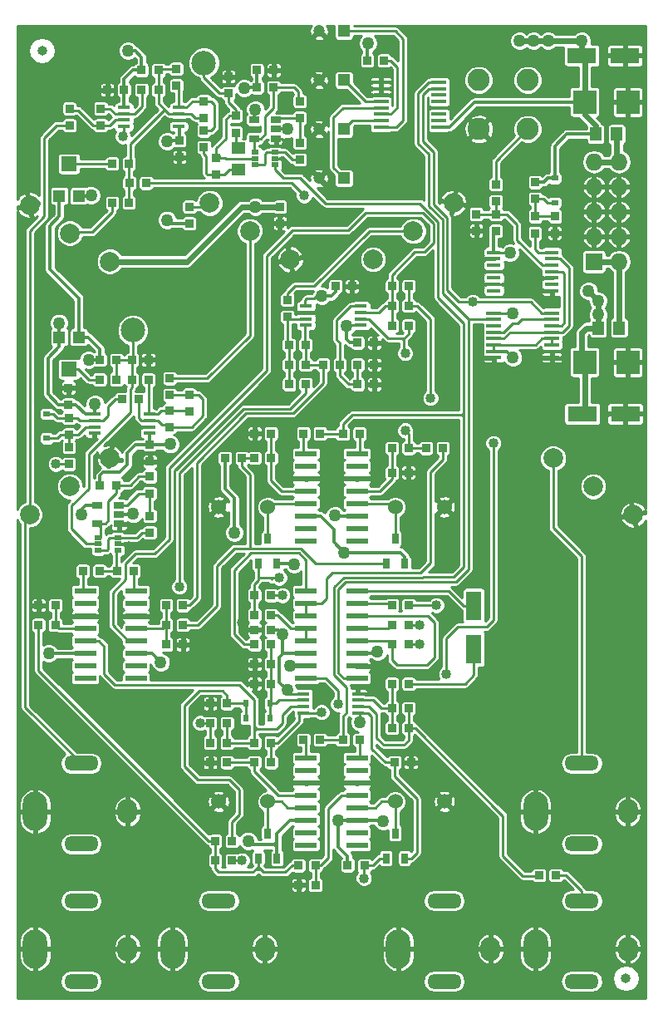
<source format=gbl>
G04 #@! TF.FileFunction,Copper,L2,Bot,Signal*
%FSLAX46Y46*%
G04 Gerber Fmt 4.6, Leading zero omitted, Abs format (unit mm)*
G04 Created by KiCad (PCBNEW 4.0.2-stable) date 2017-12-28 3:27:39 PM*
%MOMM*%
G01*
G04 APERTURE LIST*
%ADD10C,0.100000*%
%ADD11R,0.812800X0.812800*%
%ADD12R,0.800000X0.500000*%
%ADD13C,1.998980*%
%ADD14C,2.250000*%
%ADD15C,2.500000*%
%ADD16R,1.500000X0.450000*%
%ADD17R,1.450000X0.450000*%
%ADD18R,2.199640X0.599440*%
%ADD19R,1.397000X1.143000*%
%ADD20R,1.143000X1.397000*%
%ADD21R,2.397760X2.397760*%
%ADD22R,1.200000X1.200000*%
%ADD23C,1.200000*%
%ADD24R,1.600200X2.999740*%
%ADD25R,2.999740X1.600200*%
%ADD26R,1.300480X0.400000*%
%ADD27R,1.060000X0.650000*%
%ADD28R,1.600000X1.500000*%
%ADD29O,2.500000X4.000000*%
%ADD30O,2.000000X2.500000*%
%ADD31O,3.500000X1.500000*%
%ADD32R,1.727200X1.727200*%
%ADD33O,1.727200X1.727200*%
%ADD34C,1.524000*%
%ADD35R,0.701040X1.000760*%
%ADD36R,0.762000X0.609600*%
%ADD37R,0.609600X0.762000*%
%ADD38O,1.000000X1.000000*%
%ADD39C,1.016000*%
%ADD40C,1.270000*%
%ADD41C,0.254000*%
%ADD42C,0.609600*%
%ADD43C,0.355600*%
%ADD44C,0.304800*%
%ADD45C,0.203200*%
G04 APERTURE END LIST*
D10*
D11*
X17800000Y-20899100D03*
X17800000Y-22600900D03*
D12*
X38750000Y-25350000D03*
X36750000Y-26000000D03*
X38750000Y-26650000D03*
X38750000Y-26000000D03*
X36750000Y-26650000D03*
X36750000Y-25350000D03*
X22750000Y-64600000D03*
X20750000Y-65250000D03*
X22750000Y-65900000D03*
X22750000Y-65250000D03*
X20750000Y-65900000D03*
X20750000Y-64600000D03*
D13*
X17822777Y-33606433D03*
X21918537Y-36474315D03*
X13727017Y-30738551D03*
D14*
X59500000Y-18000000D03*
X64500000Y-18000000D03*
X64500000Y-23000000D03*
X59500000Y-23000000D03*
D15*
X24250000Y-43500000D03*
X31500000Y-16250000D03*
D16*
X49550000Y-22775000D03*
X49550000Y-22125000D03*
X49550000Y-21475000D03*
X49550000Y-20825000D03*
X49550000Y-20175000D03*
X49550000Y-19525000D03*
X49550000Y-18875000D03*
X49550000Y-18225000D03*
X55450000Y-18225000D03*
X55450000Y-18875000D03*
X55450000Y-19525000D03*
X55450000Y-20175000D03*
X55450000Y-20825000D03*
X55450000Y-21475000D03*
X55450000Y-22125000D03*
X55450000Y-22775000D03*
X66950000Y-41725000D03*
X66950000Y-42375000D03*
X66950000Y-43025000D03*
X66950000Y-43675000D03*
X66950000Y-44325000D03*
X66950000Y-44975000D03*
X66950000Y-45625000D03*
X66950000Y-46275000D03*
X61050000Y-46275000D03*
X61050000Y-45625000D03*
X61050000Y-44975000D03*
X61050000Y-44325000D03*
X61050000Y-43675000D03*
X61050000Y-43025000D03*
X61050000Y-42375000D03*
X61050000Y-41725000D03*
D17*
X66950000Y-35550000D03*
X66950000Y-36200000D03*
X66950000Y-36850000D03*
X66950000Y-37500000D03*
X66950000Y-38150000D03*
X66950000Y-38800000D03*
X66950000Y-39450000D03*
X61050000Y-39450000D03*
X61050000Y-38800000D03*
X61050000Y-38150000D03*
X61050000Y-37500000D03*
X61050000Y-36850000D03*
X61050000Y-36200000D03*
X61050000Y-35550000D03*
D18*
X47098420Y-56055000D03*
X47098420Y-57325000D03*
X47098420Y-58595000D03*
X47098420Y-59865000D03*
X47098420Y-61135000D03*
X47098420Y-62405000D03*
X47098420Y-63675000D03*
X47098420Y-64945000D03*
X41901580Y-64945000D03*
X41901580Y-63675000D03*
X41901580Y-62405000D03*
X41901580Y-61135000D03*
X41901580Y-59865000D03*
X41901580Y-58595000D03*
X41901580Y-57325000D03*
X41901580Y-56055000D03*
X24598420Y-70055000D03*
X24598420Y-71325000D03*
X24598420Y-72595000D03*
X24598420Y-73865000D03*
X24598420Y-75135000D03*
X24598420Y-76405000D03*
X24598420Y-77675000D03*
X24598420Y-78945000D03*
X19401580Y-78945000D03*
X19401580Y-77675000D03*
X19401580Y-76405000D03*
X19401580Y-75135000D03*
X19401580Y-73865000D03*
X19401580Y-72595000D03*
X19401580Y-71325000D03*
X19401580Y-70055000D03*
X47098420Y-87055000D03*
X47098420Y-88325000D03*
X47098420Y-89595000D03*
X47098420Y-90865000D03*
X47098420Y-92135000D03*
X47098420Y-93405000D03*
X47098420Y-94675000D03*
X47098420Y-95945000D03*
X41901580Y-95945000D03*
X41901580Y-94675000D03*
X41901580Y-93405000D03*
X41901580Y-92135000D03*
X41901580Y-90865000D03*
X41901580Y-89595000D03*
X41901580Y-88325000D03*
X41901580Y-87055000D03*
X41901580Y-78945000D03*
X41901580Y-77675000D03*
X41901580Y-76405000D03*
X41901580Y-75135000D03*
X41901580Y-73865000D03*
X41901580Y-72595000D03*
X41901580Y-71325000D03*
X41901580Y-70055000D03*
X47098420Y-70055000D03*
X47098420Y-71325000D03*
X47098420Y-72595000D03*
X47098420Y-73865000D03*
X47098420Y-75135000D03*
X47098420Y-76405000D03*
X47098420Y-77675000D03*
X47098420Y-78945000D03*
D19*
X35000000Y-24920500D03*
X35000000Y-27079500D03*
D20*
X71670500Y-43250000D03*
X73829500Y-43250000D03*
X71420500Y-23500000D03*
X73579500Y-23500000D03*
D21*
X74699640Y-20250000D03*
X70300360Y-20250000D03*
X70300360Y-46750000D03*
X74699640Y-46750000D03*
D22*
X45770000Y-28000000D03*
D23*
X43230000Y-28000000D03*
D22*
X45770000Y-23000000D03*
D23*
X43230000Y-23000000D03*
D22*
X45770000Y-18000000D03*
D23*
X43230000Y-18000000D03*
D22*
X45770000Y-13000000D03*
D23*
X43230000Y-13000000D03*
D24*
X59000000Y-75949640D03*
X59000000Y-71550360D03*
D25*
X70000360Y-15500000D03*
X74399640Y-15500000D03*
X74449640Y-52000000D03*
X70050360Y-52000000D03*
D26*
X28944000Y-20794600D03*
X28944000Y-21429600D03*
X28944000Y-22090000D03*
X28944000Y-22725000D03*
X23356000Y-22725000D03*
X23356000Y-22077300D03*
X23356000Y-21429600D03*
X23356000Y-20781900D03*
X25944000Y-52044600D03*
X25944000Y-52679600D03*
X25944000Y-53340000D03*
X25944000Y-53975000D03*
X20356000Y-53975000D03*
X20356000Y-53327300D03*
X20356000Y-52679600D03*
X20356000Y-52031900D03*
X41906000Y-42955400D03*
X41906000Y-42320400D03*
X41906000Y-41660000D03*
X41906000Y-41025000D03*
X47494000Y-41025000D03*
X47494000Y-41672700D03*
X47494000Y-42320400D03*
X47494000Y-42968100D03*
X41606000Y-82455400D03*
X41606000Y-81820400D03*
X41606000Y-81160000D03*
X41606000Y-80525000D03*
X47194000Y-80525000D03*
X47194000Y-81172700D03*
X47194000Y-81820400D03*
X47194000Y-82468100D03*
D27*
X22850000Y-61300000D03*
X22850000Y-62250000D03*
X22850000Y-63200000D03*
X20650000Y-63200000D03*
X20650000Y-61300000D03*
X38850000Y-22050000D03*
X38850000Y-23000000D03*
X38850000Y-23950000D03*
X36650000Y-23950000D03*
X36650000Y-22050000D03*
D28*
X17750000Y-26550000D03*
D22*
X18750000Y-29800000D03*
X16750000Y-29800000D03*
D28*
X17750000Y-47450000D03*
D22*
X16750000Y-44200000D03*
X18750000Y-44200000D03*
D13*
X36177223Y-33393567D03*
X32081463Y-30525685D03*
X40272983Y-36261449D03*
X17822777Y-59393567D03*
X13727017Y-62261449D03*
X21918537Y-56525685D03*
X71177223Y-59393567D03*
X67081463Y-56525685D03*
X75272983Y-62261449D03*
X52822777Y-33393567D03*
X48727017Y-36261449D03*
X56918537Y-30525685D03*
D29*
X14300000Y-106500000D03*
D30*
X23700000Y-106500000D03*
D31*
X19000000Y-101600000D03*
X19000000Y-109800000D03*
D29*
X14300000Y-92500000D03*
D30*
X23700000Y-92500000D03*
D31*
X19000000Y-87600000D03*
X19000000Y-95800000D03*
D29*
X65300000Y-92500000D03*
D30*
X74700000Y-92500000D03*
D31*
X70000000Y-87600000D03*
X70000000Y-95800000D03*
D29*
X51300000Y-106500000D03*
D30*
X60700000Y-106500000D03*
D31*
X56000000Y-101600000D03*
X56000000Y-109800000D03*
D29*
X28300000Y-106500000D03*
D30*
X37700000Y-106500000D03*
D31*
X33000000Y-101600000D03*
X33000000Y-109800000D03*
D29*
X65300000Y-106500000D03*
D30*
X74700000Y-106500000D03*
D31*
X70000000Y-101600000D03*
X70000000Y-109800000D03*
D11*
X30000000Y-30899100D03*
X30000000Y-32600900D03*
X28000000Y-50100900D03*
X28000000Y-48399100D03*
X23899100Y-28500000D03*
X25600900Y-28500000D03*
X17750000Y-55399100D03*
X17750000Y-57100900D03*
X23850900Y-30500000D03*
X22149100Y-30500000D03*
X23850900Y-26500000D03*
X22149100Y-26500000D03*
X40000000Y-42100900D03*
X40000000Y-40399100D03*
X40149100Y-49000000D03*
X41850900Y-49000000D03*
X24149100Y-48500000D03*
X25850900Y-48500000D03*
X26850900Y-17000000D03*
X25149100Y-17000000D03*
X22600900Y-48500000D03*
X20899100Y-48500000D03*
X24149100Y-46500000D03*
X25850900Y-46500000D03*
X31500000Y-20149100D03*
X31500000Y-21850900D03*
X41850900Y-45000000D03*
X40149100Y-45000000D03*
X22600900Y-46500000D03*
X20899100Y-46500000D03*
X31500000Y-24850900D03*
X31500000Y-23149100D03*
X32750000Y-27600900D03*
X32750000Y-25899100D03*
X45350900Y-47000000D03*
X43649100Y-47000000D03*
X26000000Y-64100900D03*
X26000000Y-62399100D03*
X22600900Y-59250000D03*
X20899100Y-59250000D03*
X48850900Y-49000000D03*
X47149100Y-49000000D03*
X34750000Y-23350900D03*
X34750000Y-21649100D03*
X50649100Y-39000000D03*
X52350900Y-39000000D03*
X34000000Y-17649100D03*
X34000000Y-19350900D03*
X52350900Y-43000000D03*
X50649100Y-43000000D03*
X41250000Y-26100900D03*
X41250000Y-24399100D03*
X38600900Y-18750000D03*
X36899100Y-18750000D03*
X50649100Y-55500000D03*
X52350900Y-55500000D03*
X52350900Y-58000000D03*
X50649100Y-58000000D03*
X24350900Y-68000000D03*
X22649100Y-68000000D03*
X47350900Y-54000000D03*
X45649100Y-54000000D03*
X33649100Y-56500000D03*
X35350900Y-56500000D03*
X27649100Y-71500000D03*
X29350900Y-71500000D03*
X27649100Y-73500000D03*
X29350900Y-73500000D03*
X29350900Y-75500000D03*
X27649100Y-75500000D03*
X38350900Y-56500000D03*
X36649100Y-56500000D03*
X36649100Y-54000000D03*
X38350900Y-54000000D03*
X41649100Y-54000000D03*
X43350900Y-54000000D03*
X38350900Y-70500000D03*
X36649100Y-70500000D03*
X48149100Y-16000000D03*
X49850900Y-16000000D03*
X38350900Y-72500000D03*
X36649100Y-72500000D03*
X55850900Y-55500000D03*
X54149100Y-55500000D03*
X38350900Y-75500000D03*
X36649100Y-75500000D03*
X33850900Y-85500000D03*
X32149100Y-85500000D03*
X36649100Y-77500000D03*
X38350900Y-77500000D03*
X50649100Y-79500000D03*
X52350900Y-79500000D03*
X38350900Y-85500000D03*
X36649100Y-85500000D03*
X32149100Y-81500000D03*
X33850900Y-81500000D03*
X32649100Y-95500000D03*
X34350900Y-95500000D03*
X52350900Y-82000000D03*
X50649100Y-82000000D03*
X36649100Y-87500000D03*
X38350900Y-87500000D03*
X32149100Y-87500000D03*
X33850900Y-87500000D03*
X67350900Y-99000000D03*
X65649100Y-99000000D03*
X19149100Y-68000000D03*
X20850900Y-68000000D03*
X41649100Y-85200000D03*
X43350900Y-85200000D03*
X34350900Y-97500000D03*
X32649100Y-97500000D03*
X61250000Y-31649100D03*
X61250000Y-33350900D03*
X65250000Y-33600900D03*
X65250000Y-31899100D03*
X16350900Y-73500000D03*
X14649100Y-73500000D03*
X65250000Y-30100900D03*
X65250000Y-28399100D03*
X14649100Y-71500000D03*
X16350900Y-71500000D03*
X42850900Y-98000000D03*
X41149100Y-98000000D03*
X61250000Y-30350900D03*
X61250000Y-28649100D03*
X41149100Y-100000000D03*
X42850900Y-100000000D03*
X47350900Y-85200000D03*
X45649100Y-85200000D03*
X46149100Y-98000000D03*
X47850900Y-98000000D03*
X50649100Y-75500000D03*
X52350900Y-75500000D03*
X50649100Y-71500000D03*
X52350900Y-71500000D03*
X50649100Y-73500000D03*
X52350900Y-73500000D03*
X28000000Y-51649100D03*
X28000000Y-53350900D03*
X17750000Y-52399100D03*
X17750000Y-54100900D03*
X23149100Y-50500000D03*
X24850900Y-50500000D03*
X21000000Y-20899100D03*
X21000000Y-22600900D03*
X26850900Y-19000000D03*
X25149100Y-19000000D03*
X29000000Y-25850900D03*
X29000000Y-24149100D03*
X67250000Y-31899100D03*
X67250000Y-33600900D03*
X59250000Y-31649100D03*
X59250000Y-33350900D03*
X36649100Y-74000000D03*
X38350900Y-74000000D03*
X50899100Y-87500000D03*
X52600900Y-87500000D03*
X26000000Y-56850900D03*
X26000000Y-55149100D03*
X17700000Y-51050900D03*
X17700000Y-49349100D03*
X38600900Y-17000000D03*
X36899100Y-17000000D03*
X39250000Y-30899100D03*
X39250000Y-32600900D03*
X46600900Y-39000000D03*
X44899100Y-39000000D03*
X47149100Y-44750000D03*
X48850900Y-44750000D03*
X52350900Y-84000000D03*
X50649100Y-84000000D03*
X38350900Y-79500000D03*
X36649100Y-79500000D03*
X32149100Y-83500000D03*
X33850900Y-83500000D03*
X41250000Y-21850900D03*
X41250000Y-20149100D03*
X47149100Y-47000000D03*
X48850900Y-47000000D03*
X52350900Y-41000000D03*
X50649100Y-41000000D03*
X26000000Y-60100900D03*
X26000000Y-58399100D03*
X41850900Y-47000000D03*
X40149100Y-47000000D03*
X23350900Y-19000000D03*
X21649100Y-19000000D03*
D32*
X71250000Y-36500000D03*
D33*
X73790000Y-36500000D03*
X71250000Y-33960000D03*
X73790000Y-33960000D03*
X71250000Y-31420000D03*
X73790000Y-31420000D03*
X71250000Y-28880000D03*
X73790000Y-28880000D03*
X71250000Y-26340000D03*
X73790000Y-26340000D03*
D34*
X51000000Y-61500000D03*
X56000000Y-61500000D03*
X38000000Y-61500000D03*
X33000000Y-61500000D03*
X38000000Y-91500000D03*
X33000000Y-91500000D03*
X51000000Y-91500000D03*
X56000000Y-91500000D03*
D35*
X51000000Y-94730000D03*
X50047500Y-97270000D03*
X51952500Y-97270000D03*
X38000000Y-94730000D03*
X37047500Y-97270000D03*
X38952500Y-97270000D03*
X38000000Y-64730000D03*
X37047500Y-67270000D03*
X38952500Y-67270000D03*
X51000000Y-64730000D03*
X50047500Y-67270000D03*
X51952500Y-67270000D03*
D36*
X15500000Y-52005400D03*
X15500000Y-54494600D03*
X67250000Y-30494600D03*
X67250000Y-28005400D03*
D37*
X38244600Y-83000000D03*
X35755400Y-83000000D03*
X35755400Y-81500000D03*
X38244600Y-81500000D03*
D11*
X30000000Y-51750900D03*
X30000000Y-50049100D03*
X28700000Y-18550900D03*
X28700000Y-16849100D03*
D38*
X15000000Y-15000000D03*
X74500000Y-109500000D03*
D39*
X39200000Y-68700000D03*
X53500000Y-73500000D03*
X54600000Y-50400000D03*
X17800000Y-24300000D03*
X49100000Y-89600000D03*
X27100000Y-46300000D03*
X24400000Y-53500000D03*
X50100000Y-49000000D03*
X35400000Y-73300000D03*
X38400000Y-34000000D03*
X40000000Y-26900000D03*
X23839968Y-65477508D03*
X39750000Y-89750000D03*
X21750000Y-17750000D03*
X29000000Y-27250000D03*
X14500000Y-70000000D03*
X39967298Y-24500000D03*
X24238905Y-63612974D03*
X52160171Y-59500000D03*
X35500000Y-77500000D03*
X26400000Y-72600000D03*
X65600000Y-38200000D03*
X31100000Y-83500000D03*
X47800000Y-99300000D03*
X53500000Y-75500000D03*
D40*
X63675000Y-14000000D03*
X65100000Y-14000000D03*
X66575000Y-14000000D03*
X15683980Y-76400000D03*
X36750000Y-30899100D03*
X36750000Y-21000000D03*
X19000000Y-62250000D03*
X62700000Y-35600000D03*
X46057295Y-43035141D03*
X20000000Y-29750000D03*
X20400000Y-51000000D03*
X16750000Y-42750000D03*
X23750000Y-15000000D03*
X48250006Y-14250000D03*
X70000000Y-14000000D03*
X63000000Y-46250000D03*
X49200000Y-76200000D03*
X63000000Y-41750000D03*
X40700000Y-67300000D03*
X40255941Y-77700000D03*
X45797518Y-66110692D03*
X36000000Y-95500000D03*
X47400000Y-83400000D03*
X70700000Y-39500000D03*
X71675000Y-40475002D03*
X71675000Y-41875000D03*
X28100000Y-55100000D03*
X24300000Y-62200000D03*
X35599998Y-18800000D03*
X40012257Y-22999959D03*
X27750000Y-32250000D03*
X27100000Y-77300000D03*
X43500000Y-40000000D03*
D39*
X39500000Y-70500000D03*
D40*
X19750000Y-46500000D03*
X34600000Y-64100000D03*
X27750000Y-24250000D03*
X44854355Y-62345645D03*
X45216020Y-93400000D03*
X40000000Y-80143980D03*
X39527332Y-74484231D03*
D39*
X35400000Y-97500000D03*
D40*
X49750000Y-93500000D03*
D39*
X16400000Y-57100000D03*
X29000000Y-69600000D03*
X41700000Y-29750000D03*
X52000000Y-45800000D03*
X52000000Y-53700000D03*
X43500000Y-82400000D03*
X55200000Y-71500000D03*
X45161780Y-81577596D03*
X56200000Y-78499998D03*
X61000000Y-55000000D03*
X58904941Y-40583999D03*
X23250000Y-23749992D03*
D41*
X29350900Y-71500000D02*
X30000000Y-71500000D01*
X30750000Y-57000000D02*
X35811798Y-51938202D01*
X30000000Y-71500000D02*
X30750000Y-70750000D01*
X30750000Y-70750000D02*
X30750000Y-57000000D01*
X35811798Y-51938202D02*
X40602338Y-51938202D01*
X40602338Y-51938202D02*
X43649100Y-48891440D01*
X43649100Y-48891440D02*
X43649100Y-47825500D01*
X43649100Y-47825500D02*
X43649100Y-47000000D01*
X41806000Y-44955100D02*
X41850900Y-45000000D01*
X41850900Y-45000000D02*
X41850900Y-47000000D01*
X43649100Y-47000000D02*
X41850900Y-47000000D01*
X41806000Y-42955400D02*
X41806000Y-44955100D01*
X41906000Y-42320400D02*
X40219500Y-42320400D01*
X40219500Y-42320400D02*
X40000000Y-42100900D01*
X40000000Y-42100900D02*
X40000000Y-44850900D01*
X40000000Y-44850900D02*
X40149100Y-45000000D01*
X40149100Y-45000000D02*
X40149100Y-47000000D01*
X40149100Y-47000000D02*
X40149100Y-49000000D01*
X25174500Y-60100900D02*
X26000000Y-60100900D01*
X24833100Y-60100900D02*
X25174500Y-60100900D01*
X22850000Y-61300000D02*
X23634000Y-61300000D01*
X23634000Y-61300000D02*
X24833100Y-60100900D01*
X26000000Y-62399100D02*
X26000000Y-60100900D01*
X22850000Y-61300000D02*
X23055000Y-61300000D01*
X24850900Y-58399100D02*
X24000000Y-59250000D01*
X24000000Y-59250000D02*
X22600900Y-59250000D01*
X26000000Y-58399100D02*
X24850900Y-58399100D01*
X22600900Y-59250000D02*
X22600900Y-60075500D01*
X22600900Y-60075500D02*
X21750000Y-60926400D01*
X21750000Y-60926400D02*
X21750000Y-62884000D01*
X21750000Y-62884000D02*
X21434000Y-63200000D01*
X21434000Y-63200000D02*
X20650000Y-63200000D01*
X20952440Y-64602300D02*
X20952440Y-63502440D01*
X20952440Y-63502440D02*
X20650000Y-63200000D01*
X38481580Y-68700000D02*
X39200000Y-68700000D01*
X38421400Y-68760180D02*
X38481580Y-68700000D01*
X38421400Y-68900000D02*
X38421400Y-68760180D01*
X37047500Y-68700000D02*
X39200000Y-68700000D01*
X37047500Y-67270000D02*
X37047500Y-68700000D01*
X37047500Y-68700000D02*
X37047500Y-68952500D01*
X37047500Y-68952500D02*
X36649100Y-69350900D01*
X36649100Y-69350900D02*
X36649100Y-70500000D01*
X36649100Y-72500000D02*
X36649100Y-70500000D01*
X52350900Y-41000000D02*
X52350900Y-39000000D01*
X36649100Y-72500000D02*
X36649100Y-70672300D01*
X52350900Y-73500000D02*
X53500000Y-73500000D01*
X54600000Y-49681580D02*
X54600000Y-50400000D01*
X54600000Y-42400000D02*
X54600000Y-49681580D01*
X53200000Y-41000000D02*
X54600000Y-42400000D01*
X52350900Y-41000000D02*
X53200000Y-41000000D01*
X50649100Y-39000000D02*
X50649100Y-37850900D01*
X37900000Y-47600000D02*
X27961798Y-57538202D01*
X50649100Y-37850900D02*
X53000000Y-35500000D01*
X54900000Y-32600000D02*
X53800000Y-31500000D01*
X53000000Y-35500000D02*
X54000000Y-35500000D01*
X54000000Y-35500000D02*
X54900000Y-34600000D01*
X54900000Y-34600000D02*
X54900000Y-32600000D01*
X53800000Y-31500000D02*
X48000000Y-31500000D01*
X40500000Y-33300000D02*
X37900000Y-35900000D01*
X46200000Y-33300000D02*
X40500000Y-33300000D01*
X48000000Y-31500000D02*
X46200000Y-33300000D01*
X37900000Y-35900000D02*
X37900000Y-47600000D01*
X27961798Y-57538202D02*
X27961798Y-64788202D01*
X26500000Y-66250000D02*
X24528638Y-66250000D01*
X27961798Y-64788202D02*
X26500000Y-66250000D01*
X23500000Y-68900000D02*
X22200000Y-70200000D01*
X24528638Y-66250000D02*
X23500000Y-67278638D01*
X23500000Y-67278638D02*
X23500000Y-68900000D01*
X22200000Y-70200000D02*
X22200000Y-73536680D01*
X22200000Y-73536680D02*
X23798320Y-75135000D01*
X23798320Y-75135000D02*
X24598420Y-75135000D01*
X48298240Y-41672700D02*
X47394000Y-41672700D01*
X49316000Y-41672700D02*
X48298240Y-41672700D01*
X49988700Y-41000000D02*
X49316000Y-41672700D01*
X50649100Y-39000000D02*
X50649100Y-41000000D01*
X50649100Y-41000000D02*
X49988700Y-41000000D01*
X50649100Y-43000000D02*
X50649100Y-41000000D01*
X45350900Y-47000000D02*
X45350900Y-48100900D01*
X45350900Y-48100900D02*
X46250000Y-49000000D01*
X46250000Y-49000000D02*
X47149100Y-49000000D01*
X47394000Y-41025000D02*
X46489760Y-41025000D01*
X46489760Y-41025000D02*
X45041294Y-42473466D01*
X45041294Y-44441294D02*
X45350900Y-44750900D01*
X45041294Y-42473466D02*
X45041294Y-44441294D01*
X47149100Y-47000000D02*
X47149100Y-49000000D01*
X45350900Y-44750900D02*
X45350900Y-47000000D01*
X47098420Y-89595000D02*
X49095000Y-89595000D01*
X49095000Y-89595000D02*
X49100000Y-89600000D01*
X25850900Y-46500000D02*
X26900000Y-46500000D01*
X26900000Y-46500000D02*
X27100000Y-46300000D01*
X25944000Y-53340000D02*
X24560000Y-53340000D01*
X24560000Y-53340000D02*
X24400000Y-53500000D01*
X48850900Y-49000000D02*
X50100000Y-49000000D01*
X36649100Y-74000000D02*
X36100000Y-74000000D01*
X36100000Y-74000000D02*
X35400000Y-73300000D01*
X39250000Y-32600900D02*
X39250000Y-33150000D01*
X39250000Y-33150000D02*
X38400000Y-34000000D01*
X40000000Y-26596000D02*
X40000000Y-26900000D01*
X39404000Y-26000000D02*
X40000000Y-26596000D01*
X38750000Y-26000000D02*
X39404000Y-26000000D01*
X22750000Y-65250000D02*
X23612460Y-65250000D01*
X23612460Y-65250000D02*
X23839968Y-65477508D01*
X41901580Y-89595000D02*
X39905000Y-89595000D01*
X39905000Y-89595000D02*
X39750000Y-89750000D01*
X21649100Y-19000000D02*
X21649100Y-17850900D01*
X21649100Y-17850900D02*
X21750000Y-17750000D01*
X29000000Y-25850900D02*
X29000000Y-27250000D01*
X14649100Y-71500000D02*
X14649100Y-70149100D01*
X14649100Y-70149100D02*
X14500000Y-70000000D01*
X30250000Y-25500000D02*
X29899100Y-25850900D01*
X29899100Y-25850900D02*
X29000000Y-25850900D01*
X30250000Y-22491760D02*
X30250000Y-25500000D01*
X28944000Y-22090000D02*
X29848240Y-22090000D01*
X29848240Y-22090000D02*
X30250000Y-22491760D01*
X38850000Y-23950000D02*
X39417298Y-23950000D01*
X39417298Y-23950000D02*
X39967298Y-24500000D01*
X23825931Y-63200000D02*
X24238905Y-63612974D01*
X22850000Y-63200000D02*
X23825931Y-63200000D01*
X52350900Y-58000000D02*
X52350900Y-59309271D01*
X52350900Y-59309271D02*
X52160171Y-59500000D01*
X36649100Y-77500000D02*
X35500000Y-77500000D01*
X26395000Y-72595000D02*
X26400000Y-72600000D01*
X24598420Y-72595000D02*
X26395000Y-72595000D01*
X65650000Y-38150000D02*
X65600000Y-38200000D01*
X66950000Y-38150000D02*
X65650000Y-38150000D01*
X68399100Y-33600900D02*
X68400000Y-33600000D01*
X67250000Y-33600900D02*
X68399100Y-33600900D01*
D42*
X73771400Y-46071760D02*
X74449640Y-46750000D01*
D41*
X40933532Y-35600900D02*
X40272983Y-36261449D01*
X39049100Y-21850900D02*
X38850000Y-22050000D01*
X41250000Y-21850900D02*
X39049100Y-21850900D01*
X41250000Y-24399100D02*
X41250000Y-21850900D01*
X38600900Y-18750000D02*
X40650000Y-18750000D01*
X40650000Y-18750000D02*
X41100900Y-19200900D01*
X41100900Y-19200900D02*
X41100900Y-20000000D01*
X41100900Y-20000000D02*
X41250000Y-20149100D01*
X36650000Y-23950000D02*
X37300000Y-23950000D01*
X37300000Y-23950000D02*
X37750000Y-23500000D01*
X38600900Y-20849738D02*
X38600900Y-18750000D01*
X37750000Y-23500000D02*
X37750000Y-21700638D01*
X37750000Y-21700638D02*
X38600900Y-20849738D01*
X36650000Y-23950000D02*
X36650000Y-25250000D01*
X36650000Y-25250000D02*
X36750000Y-25350000D01*
X50635000Y-61135000D02*
X51000000Y-61500000D01*
X47098420Y-61135000D02*
X50635000Y-61135000D01*
X51000000Y-63975620D02*
X51000000Y-61500000D01*
X51000000Y-64730000D02*
X51000000Y-63975620D01*
X38365000Y-61135000D02*
X38000000Y-61500000D01*
X41901580Y-61135000D02*
X38365000Y-61135000D01*
X38000000Y-63975620D02*
X38000000Y-61500000D01*
X38000000Y-64730000D02*
X38000000Y-63975620D01*
X32149100Y-83500000D02*
X32149100Y-85500000D01*
X49442980Y-97270000D02*
X48712980Y-98000000D01*
X50047500Y-97270000D02*
X49442980Y-97270000D01*
X48712980Y-98000000D02*
X47850900Y-98000000D01*
X31100000Y-83500000D02*
X32149100Y-83500000D01*
X47800000Y-98050900D02*
X47850900Y-98000000D01*
X47800000Y-99300000D02*
X47800000Y-98050900D01*
X52350900Y-75500000D02*
X53500000Y-75500000D01*
X41806000Y-81820400D02*
X40379600Y-81820400D01*
X40379600Y-81820400D02*
X39500000Y-82700000D01*
X39500000Y-82700000D02*
X39500000Y-83500000D01*
X39500000Y-83500000D02*
X38943780Y-84056220D01*
X38943780Y-84056220D02*
X36879568Y-84056220D01*
X36649100Y-85500000D02*
X36649100Y-85334900D01*
X21336000Y-78486000D02*
X21336000Y-75692000D01*
X21336000Y-75692000D02*
X20779000Y-75135000D01*
X20779000Y-75135000D02*
X19401580Y-75135000D01*
X33850900Y-83500000D02*
X33850900Y-85500000D01*
X36649100Y-85500000D02*
X33850900Y-85500000D01*
X33850900Y-85500000D02*
X33850900Y-85665100D01*
X36649100Y-85500000D02*
X36649100Y-84276500D01*
X36649100Y-81113538D02*
X35110483Y-79574921D01*
X35110483Y-79574921D02*
X22424921Y-79574921D01*
X22424921Y-79574921D02*
X21336000Y-78486000D01*
X36649100Y-83825752D02*
X36879568Y-84056220D01*
X36649100Y-83820687D02*
X36649100Y-83825752D01*
X36879568Y-84056220D02*
X36649100Y-84056220D01*
X36649100Y-84056220D02*
X36649100Y-83820687D01*
X36649100Y-83820687D02*
X36649100Y-81113538D01*
X36869380Y-84056220D02*
X36649100Y-84276500D01*
X36879568Y-84056220D02*
X36869380Y-84056220D01*
X36649100Y-84276500D02*
X36649100Y-84056220D01*
X38350900Y-77500000D02*
X38350900Y-79500000D01*
X38350900Y-75500000D02*
X38350900Y-77500000D01*
X38803400Y-81500000D02*
X38244600Y-81500000D01*
X38244600Y-83000000D02*
X38244600Y-81500000D01*
X38350900Y-81393700D02*
X38244600Y-81500000D01*
X38350900Y-79500000D02*
X38350900Y-81393700D01*
X39143400Y-81160000D02*
X38803400Y-81500000D01*
X41806000Y-81160000D02*
X39143400Y-81160000D01*
X52350900Y-79500000D02*
X58100000Y-79500000D01*
X58100000Y-79500000D02*
X59000000Y-78600000D01*
X59000000Y-78600000D02*
X59000000Y-75949640D01*
X59000000Y-71550360D02*
X57945900Y-71550360D01*
X57945900Y-71550360D02*
X56450540Y-70055000D01*
X56450540Y-70055000D02*
X48452240Y-70055000D01*
X48452240Y-70055000D02*
X47098420Y-70055000D01*
X47394000Y-81820400D02*
X48338834Y-81820400D01*
X48338834Y-81820400D02*
X49108010Y-82589576D01*
X49108010Y-82589576D02*
X49108010Y-85008010D01*
X49108010Y-85008010D02*
X49800000Y-85700000D01*
X49800000Y-85700000D02*
X51900000Y-85700000D01*
X51900000Y-85700000D02*
X52350900Y-85249100D01*
X52350900Y-85249100D02*
X52350900Y-84000000D01*
X65649100Y-99000000D02*
X65589100Y-99060000D01*
X65589100Y-99060000D02*
X64008000Y-99060000D01*
X64008000Y-99060000D02*
X61976000Y-97028000D01*
X61976000Y-97028000D02*
X61976000Y-92964700D01*
X61976000Y-92964700D02*
X53011300Y-84000000D01*
X53011300Y-84000000D02*
X52350900Y-84000000D01*
X52350900Y-84000000D02*
X52350900Y-82000000D01*
X47394000Y-81172700D02*
X48772700Y-81172700D01*
X48772700Y-81172700D02*
X49600000Y-82000000D01*
X50649100Y-84000000D02*
X50649100Y-82000000D01*
X50649100Y-79500000D02*
X50649100Y-82000000D01*
X49600000Y-82000000D02*
X50649100Y-82000000D01*
D42*
X65100000Y-14000000D02*
X66575000Y-14000000D01*
X65100000Y-14000000D02*
X63675000Y-14000000D01*
X70000000Y-14000000D02*
X66575000Y-14000000D01*
D43*
X46695543Y-66110692D02*
X45797518Y-66110692D01*
X51952500Y-66552500D02*
X51510692Y-66110692D01*
X51510692Y-66110692D02*
X46695543Y-66110692D01*
X51952500Y-67270000D02*
X51952500Y-66552500D01*
X15688980Y-76405000D02*
X15683980Y-76400000D01*
X19401580Y-76405000D02*
X15688980Y-76405000D01*
D42*
X39250000Y-30899100D02*
X36750000Y-30899100D01*
X36750000Y-30899100D02*
X35350900Y-30899100D01*
D43*
X36650000Y-22050000D02*
X36650000Y-21100000D01*
X36650000Y-21100000D02*
X36750000Y-21000000D01*
X20650000Y-61300000D02*
X19450000Y-61300000D01*
X19450000Y-61300000D02*
X19000000Y-61750000D01*
X19000000Y-61750000D02*
X19000000Y-62250000D01*
D42*
X29775685Y-36474315D02*
X21918537Y-36474315D01*
X35350900Y-30899100D02*
X29775685Y-36474315D01*
D43*
X62700000Y-35600000D02*
X62650000Y-35550000D01*
X41901580Y-62405000D02*
X43405000Y-62405000D01*
X43405000Y-62405000D02*
X44750000Y-63750000D01*
X44750000Y-63750000D02*
X44750000Y-65063174D01*
X44750000Y-65063174D02*
X45797518Y-66110692D01*
D41*
X50899100Y-87500000D02*
X50000000Y-87500000D01*
X50000000Y-87500000D02*
X48600000Y-86100000D01*
X48600000Y-86100000D02*
X48600000Y-82800000D01*
X48600000Y-82800000D02*
X48268100Y-82468100D01*
X48268100Y-82468100D02*
X47394000Y-82468100D01*
X47394000Y-82468100D02*
X47394000Y-83394000D01*
X47394000Y-83394000D02*
X47400000Y-83400000D01*
X50899100Y-87500000D02*
X50899100Y-88899100D01*
X50899100Y-88899100D02*
X53200000Y-91200000D01*
X53200000Y-91200000D02*
X53200000Y-96700000D01*
X53200000Y-96700000D02*
X52630000Y-97270000D01*
X52630000Y-97270000D02*
X51952500Y-97270000D01*
D43*
X46057295Y-43035141D02*
X46057295Y-44420195D01*
X46057295Y-44420195D02*
X46387100Y-44750000D01*
X46387100Y-44750000D02*
X47149100Y-44750000D01*
X18750000Y-29800000D02*
X19950000Y-29800000D01*
X19950000Y-29800000D02*
X20000000Y-29750000D01*
X20400000Y-51000000D02*
X20400000Y-51987900D01*
X20400000Y-51987900D02*
X20356000Y-52031900D01*
X16750000Y-44200000D02*
X16750000Y-42750000D01*
X25149100Y-17000000D02*
X25149100Y-15649100D01*
X25149100Y-15649100D02*
X24500000Y-15000000D01*
X24500000Y-15000000D02*
X23750000Y-15000000D01*
X25149100Y-17000000D02*
X24250000Y-17000000D01*
X24250000Y-17000000D02*
X23350900Y-17899100D01*
X23350900Y-17899100D02*
X23350900Y-19000000D01*
X23356000Y-20781900D02*
X23356000Y-19005100D01*
X23356000Y-19005100D02*
X23350900Y-19000000D01*
X15600000Y-50000000D02*
X16650900Y-51050900D01*
X16650900Y-51050900D02*
X17700000Y-51050900D01*
X15600000Y-46305600D02*
X15600000Y-50000000D01*
X16750000Y-44200000D02*
X16750000Y-45155600D01*
X16750000Y-45155600D02*
X15600000Y-46305600D01*
X17700000Y-51050900D02*
X18450900Y-51050900D01*
X18450900Y-51050900D02*
X19431900Y-52031900D01*
X19431900Y-52031900D02*
X20356000Y-52031900D01*
X48149100Y-14350906D02*
X48250006Y-14250000D01*
X48149100Y-16000000D02*
X48149100Y-14350906D01*
D42*
X70000360Y-15500000D02*
X70000360Y-14000360D01*
X70000360Y-14000360D02*
X70000000Y-14000000D01*
X70300360Y-20250000D02*
X70300360Y-15800000D01*
X70300360Y-15800000D02*
X70000360Y-15500000D01*
D44*
X62375000Y-45625000D02*
X63000000Y-46250000D01*
X61050000Y-45625000D02*
X62375000Y-45625000D01*
D43*
X71420500Y-23500000D02*
X68500000Y-23500000D01*
X70300360Y-20250000D02*
X59077242Y-20250000D01*
X59077242Y-20250000D02*
X56545441Y-22781801D01*
X56545441Y-22781801D02*
X55450000Y-22781801D01*
X67250000Y-28005400D02*
X67250000Y-24750000D01*
X67250000Y-24750000D02*
X68500000Y-23500000D01*
D42*
X71420500Y-23500000D02*
X71420500Y-22670500D01*
X71420500Y-22670500D02*
X70300360Y-21550360D01*
X70300360Y-21550360D02*
X70300360Y-20250000D01*
D43*
X48995000Y-76405000D02*
X49200000Y-76200000D01*
X47098420Y-76405000D02*
X48995000Y-76405000D01*
X61250000Y-33350900D02*
X61000000Y-33600900D01*
X61000000Y-33600900D02*
X61000000Y-35500000D01*
X61000000Y-35500000D02*
X61043199Y-35543199D01*
D41*
X61050000Y-41725000D02*
X62975000Y-41725000D01*
X62975000Y-41725000D02*
X63000000Y-41750000D01*
D43*
X40670000Y-67270000D02*
X40700000Y-67300000D01*
X38952500Y-67270000D02*
X40670000Y-67270000D01*
D41*
X62650000Y-35550000D02*
X61050000Y-35550000D01*
X62054000Y-44975000D02*
X61050000Y-44975000D01*
X65296000Y-44975000D02*
X62054000Y-44975000D01*
X65946000Y-44325000D02*
X65296000Y-44975000D01*
X66950000Y-44325000D02*
X65946000Y-44325000D01*
X61050000Y-44975000D02*
X61050000Y-45625000D01*
X66950000Y-44325000D02*
X66950000Y-44975000D01*
D43*
X65299100Y-28350000D02*
X65250000Y-28399100D01*
X66168800Y-28350000D02*
X65299100Y-28350000D01*
X41901580Y-77675000D02*
X40280941Y-77675000D01*
X40280941Y-77675000D02*
X40255941Y-77700000D01*
X66513400Y-28005400D02*
X66168800Y-28350000D01*
X67250000Y-28005400D02*
X66513400Y-28005400D01*
X40295000Y-93405000D02*
X41901580Y-93405000D01*
X38952500Y-94747500D02*
X40295000Y-93405000D01*
X36400000Y-95900000D02*
X36000000Y-95500000D01*
X38952500Y-96152500D02*
X38700000Y-95900000D01*
X38700000Y-95900000D02*
X36400000Y-95900000D01*
X38952500Y-97270000D02*
X38952500Y-96152500D01*
X38700000Y-95860640D02*
X38952500Y-95608140D01*
X38700000Y-95900000D02*
X38700000Y-95860640D01*
X38952500Y-95608140D02*
X38952500Y-96152500D01*
X38952500Y-94747500D02*
X38952500Y-95608140D01*
D41*
X46124336Y-42968100D02*
X46057295Y-43035141D01*
X47394000Y-42968100D02*
X46124336Y-42968100D01*
D43*
X16750000Y-29800000D02*
X16750000Y-31900000D01*
X18750000Y-40250000D02*
X18750000Y-44200000D01*
X16750000Y-31900000D02*
X15800000Y-32850000D01*
X15800000Y-32850000D02*
X15800000Y-37300000D01*
X15800000Y-37300000D02*
X18750000Y-40250000D01*
D42*
X71040001Y-39840001D02*
X70700000Y-39500000D01*
X71675000Y-40475002D02*
X71040001Y-39840001D01*
X71675000Y-41875000D02*
X71675000Y-40475002D01*
X71670500Y-43250000D02*
X71670500Y-41879500D01*
X71670500Y-41879500D02*
X71675000Y-41875000D01*
D43*
X26000000Y-55149100D02*
X28050900Y-55149100D01*
X28050900Y-55149100D02*
X28100000Y-55100000D01*
X24250000Y-62250000D02*
X24300000Y-62200000D01*
X22850000Y-62250000D02*
X24250000Y-62250000D01*
X35649998Y-18750000D02*
X35599998Y-18800000D01*
X36899100Y-18750000D02*
X35649998Y-18750000D01*
X38850000Y-23000000D02*
X40012216Y-23000000D01*
X40012216Y-23000000D02*
X40012257Y-22999959D01*
X30000000Y-32600900D02*
X28100900Y-32600900D01*
X28100900Y-32600900D02*
X27750000Y-32250000D01*
X26465001Y-76665001D02*
X27100000Y-77300000D01*
X26205000Y-76405000D02*
X26465001Y-76665001D01*
X24598420Y-76405000D02*
X26205000Y-76405000D01*
D41*
X41806000Y-41025000D02*
X41806000Y-40444000D01*
X41806000Y-40444000D02*
X42000000Y-40250000D01*
X42000000Y-40250000D02*
X42750000Y-40250000D01*
X42750000Y-40250000D02*
X43000000Y-40000000D01*
X43000000Y-40000000D02*
X43500000Y-40000000D01*
D43*
X44899100Y-39000000D02*
X44899100Y-39600900D01*
X44899100Y-39600900D02*
X44500000Y-40000000D01*
X44500000Y-40000000D02*
X43500000Y-40000000D01*
D41*
X38350900Y-70500000D02*
X39500000Y-70500000D01*
D43*
X38350900Y-74000000D02*
X39043101Y-74000000D01*
X39043101Y-74000000D02*
X39527332Y-74484231D01*
X19750000Y-46500000D02*
X20899100Y-46500000D01*
X33649100Y-56500000D02*
X33649100Y-59649100D01*
X33649100Y-59649100D02*
X34600000Y-60600000D01*
X34600000Y-60600000D02*
X34600000Y-63201975D01*
X34600000Y-63201975D02*
X34600000Y-64100000D01*
X36899100Y-18750000D02*
X36899100Y-17000000D01*
X29000000Y-24149100D02*
X27850900Y-24149100D01*
X27850900Y-24149100D02*
X27750000Y-24250000D01*
X29000000Y-24149100D02*
X29000000Y-22781000D01*
X29000000Y-22781000D02*
X28944000Y-22725000D01*
X36650000Y-18999100D02*
X36899100Y-18750000D01*
X26000000Y-55149100D02*
X24550900Y-55149100D01*
X22943024Y-57956976D02*
X21256976Y-57956976D01*
X24550900Y-55149100D02*
X23700000Y-56000000D01*
X23700000Y-56000000D02*
X23700000Y-57200000D01*
X20899100Y-58314852D02*
X20899100Y-59250000D01*
X23700000Y-57200000D02*
X22943024Y-57956976D01*
X21256976Y-57956976D02*
X20899100Y-58314852D01*
X26000000Y-55149100D02*
X26000000Y-54031000D01*
X26000000Y-54031000D02*
X25944000Y-53975000D01*
X18750000Y-44200000D02*
X19705600Y-44200000D01*
X19705600Y-44200000D02*
X20899100Y-45393500D01*
X20899100Y-45393500D02*
X20899100Y-46322900D01*
X20899100Y-46322900D02*
X20899100Y-46500000D01*
D42*
X70050360Y-52000000D02*
X70050360Y-51949640D01*
X70300360Y-46750000D02*
X70300360Y-51800360D01*
X70300360Y-51800360D02*
X70500000Y-52000000D01*
D41*
X41806000Y-80525000D02*
X40381020Y-80525000D01*
D43*
X44913710Y-62405000D02*
X44854355Y-62345645D01*
D42*
X71670500Y-43250000D02*
X70489400Y-43250000D01*
X70489400Y-43250000D02*
X70000000Y-43739400D01*
X70000000Y-43739400D02*
X70000000Y-46449640D01*
X70000000Y-46449640D02*
X70300360Y-46750000D01*
D43*
X45221020Y-93405000D02*
X45216020Y-93400000D01*
X47098420Y-93405000D02*
X45221020Y-93405000D01*
X41901580Y-76405000D02*
X39595000Y-76405000D01*
X39595000Y-76405000D02*
X39189101Y-76810899D01*
X39189101Y-76810899D02*
X39189101Y-79333081D01*
X39189101Y-79333081D02*
X39365001Y-79508981D01*
X39365001Y-79508981D02*
X40000000Y-80143980D01*
X39527332Y-74484231D02*
X39527332Y-76405000D01*
X39527332Y-76405000D02*
X41901580Y-76405000D01*
D41*
X40381020Y-80525000D02*
X40000000Y-80143980D01*
D43*
X47098420Y-62405000D02*
X44913710Y-62405000D01*
D41*
X34580900Y-97270000D02*
X34350900Y-97500000D01*
X34350900Y-97500000D02*
X35400000Y-97500000D01*
D43*
X45216020Y-94298025D02*
X45216020Y-93400000D01*
X45216020Y-96139820D02*
X45216020Y-94298025D01*
X46149100Y-97072900D02*
X45216020Y-96139820D01*
X46149100Y-98000000D02*
X46149100Y-97072900D01*
X47103420Y-93400000D02*
X47098420Y-93405000D01*
X49650000Y-93400000D02*
X47103420Y-93400000D01*
X49750000Y-93500000D02*
X49650000Y-93400000D01*
D41*
X38000000Y-94730000D02*
X38000000Y-91500000D01*
X41901580Y-92135000D02*
X40035000Y-92135000D01*
X39400000Y-91500000D02*
X38000000Y-91500000D01*
X40035000Y-92135000D02*
X39400000Y-91500000D01*
X61250000Y-31649100D02*
X61250000Y-30350900D01*
X59250000Y-31649100D02*
X61250000Y-31649100D01*
X65971000Y-36850000D02*
X63400000Y-34279000D01*
X66950000Y-36850000D02*
X65971000Y-36850000D01*
X63400000Y-34279000D02*
X63400000Y-32700000D01*
X62349100Y-31649100D02*
X61250000Y-31649100D01*
X63400000Y-32700000D02*
X62349100Y-31649100D01*
X66494600Y-30494600D02*
X67250000Y-30494600D01*
X66100900Y-30100900D02*
X66494600Y-30494600D01*
X65250000Y-31899100D02*
X65250000Y-30100900D01*
X65250000Y-31899100D02*
X67250000Y-31899100D01*
X65250000Y-30100900D02*
X66100900Y-30100900D01*
X51000000Y-93975620D02*
X51000000Y-91500000D01*
X51000000Y-94730000D02*
X51000000Y-93975620D01*
X49600000Y-91500000D02*
X51000000Y-91500000D01*
X48965000Y-92135000D02*
X49600000Y-91500000D01*
X47098420Y-92135000D02*
X48965000Y-92135000D01*
X45770000Y-13000000D02*
X51000000Y-13000000D01*
X51125000Y-22775000D02*
X49550000Y-22775000D01*
X51800000Y-22100000D02*
X51125000Y-22775000D01*
X51800000Y-13800000D02*
X51800000Y-22100000D01*
X51000000Y-13000000D02*
X51800000Y-13800000D01*
X45770000Y-17951000D02*
X45770000Y-18000000D01*
X45770000Y-18000000D02*
X47945000Y-20175000D01*
X47945000Y-20175000D02*
X49550000Y-20175000D01*
X46645000Y-22125000D02*
X45770000Y-23000000D01*
X49550000Y-22125000D02*
X46645000Y-22125000D01*
X44700000Y-26930000D02*
X45770000Y-28000000D01*
X49550000Y-20825000D02*
X45675000Y-20825000D01*
X45675000Y-20825000D02*
X44700000Y-21800000D01*
X44700000Y-21800000D02*
X44700000Y-26930000D01*
X35755400Y-81500000D02*
X35755400Y-83000000D01*
X33850900Y-81500000D02*
X35755400Y-81500000D01*
X33850900Y-80674500D02*
X33850900Y-81500000D01*
X33376400Y-80200000D02*
X33850900Y-80674500D01*
X31000000Y-80200000D02*
X33376400Y-80200000D01*
X30900000Y-89300000D02*
X29500000Y-87900000D01*
X34100000Y-89300000D02*
X30900000Y-89300000D01*
X29500000Y-81700000D02*
X31000000Y-80200000D01*
X35100000Y-90300000D02*
X34100000Y-89300000D01*
X35100000Y-92800000D02*
X35100000Y-90300000D01*
X29500000Y-87900000D02*
X29500000Y-81700000D01*
X34350900Y-93549100D02*
X35100000Y-92800000D01*
X34350900Y-95500000D02*
X34350900Y-93549100D01*
X16400900Y-57100900D02*
X16400000Y-57100000D01*
X17750000Y-57100900D02*
X16400900Y-57100900D01*
X17800000Y-22600900D02*
X16499100Y-22600900D01*
X16499100Y-22600900D02*
X15200000Y-23900000D01*
X15200000Y-23900000D02*
X15200000Y-31900000D01*
X15200000Y-31900000D02*
X13727017Y-33372983D01*
X13727017Y-33372983D02*
X13727017Y-60847957D01*
X13727017Y-60847957D02*
X13727017Y-62261449D01*
X13727017Y-62261449D02*
X13300000Y-62688466D01*
X13300000Y-62688466D02*
X13300000Y-81900000D01*
X13300000Y-81900000D02*
X19000000Y-87600000D01*
X70000000Y-87600000D02*
X70000000Y-66500000D01*
X70000000Y-66500000D02*
X67081463Y-63581463D01*
X67081463Y-63581463D02*
X67081463Y-56525685D01*
X41850900Y-49000000D02*
X41850900Y-49899100D01*
X41850900Y-49899100D02*
X40269009Y-51480991D01*
X40269009Y-51480991D02*
X35519009Y-51480991D01*
X35519009Y-51480991D02*
X29000000Y-58000000D01*
X29000000Y-58000000D02*
X29000000Y-68881580D01*
X29000000Y-68881580D02*
X29000000Y-69600000D01*
X70000000Y-100600000D02*
X70000000Y-101600000D01*
X68400000Y-99000000D02*
X70000000Y-100600000D01*
X67350900Y-99000000D02*
X68400000Y-99000000D01*
D42*
X73829500Y-43250000D02*
X73829500Y-36539500D01*
X73829500Y-36539500D02*
X73790000Y-36500000D01*
X73790000Y-36500000D02*
X71250000Y-36500000D01*
X71170500Y-36579500D02*
X71250000Y-36500000D01*
X71250000Y-26340000D02*
X73790000Y-26340000D01*
X73579500Y-23500000D02*
X73579500Y-26129500D01*
X73579500Y-26129500D02*
X73790000Y-26340000D01*
D41*
X23200340Y-64602300D02*
X22547560Y-64602300D01*
X24673100Y-64602300D02*
X23200340Y-64602300D01*
X25174500Y-64100900D02*
X24673100Y-64602300D01*
X26000000Y-64100900D02*
X25174500Y-64100900D01*
X22547560Y-64602300D02*
X21894780Y-64602300D01*
X21894780Y-64602300D02*
X21700000Y-64797080D01*
X21700000Y-64797080D02*
X21700000Y-65802920D01*
X21700000Y-65802920D02*
X21605220Y-65897700D01*
X21605220Y-65897700D02*
X20952440Y-65897700D01*
X22547560Y-65897700D02*
X22547560Y-67898460D01*
X22547560Y-67898460D02*
X22649100Y-68000000D01*
X22649100Y-68000000D02*
X20850900Y-68000000D01*
X24149100Y-48500000D02*
X24149100Y-49325500D01*
X19750000Y-59589682D02*
X17983998Y-61355684D01*
X24149100Y-49325500D02*
X24000000Y-49474600D01*
X19750000Y-56109460D02*
X19750000Y-59589682D01*
X24000000Y-49474600D02*
X24000000Y-51859460D01*
X24000000Y-51859460D02*
X19750000Y-56109460D01*
X17983998Y-61355684D02*
X17983998Y-63733998D01*
X17983998Y-63733998D02*
X19500000Y-65250000D01*
X19500000Y-65250000D02*
X20952440Y-65250000D01*
X24250000Y-43500000D02*
X24300000Y-46349100D01*
X24300000Y-46349100D02*
X24149100Y-46500000D01*
X24149100Y-46500000D02*
X24149100Y-48500000D01*
X22600900Y-46500000D02*
X22600900Y-48500000D01*
X22600900Y-46500000D02*
X24149100Y-46500000D01*
X38750000Y-25350000D02*
X39750000Y-25350000D01*
X40500900Y-26100900D02*
X41250000Y-26100900D01*
X39750000Y-25350000D02*
X40500900Y-26100900D01*
X38750000Y-25350000D02*
X37900000Y-25350000D01*
X37750000Y-25500000D02*
X37750000Y-26554000D01*
X37900000Y-25350000D02*
X37750000Y-25500000D01*
X37750000Y-26554000D02*
X37654000Y-26650000D01*
X37654000Y-26650000D02*
X36750000Y-26650000D01*
X44742791Y-78589383D02*
X44742792Y-69657208D01*
X46000000Y-79846592D02*
X44742791Y-78589383D01*
X44742792Y-69657208D02*
X45742790Y-68657210D01*
X45649100Y-85200000D02*
X45649100Y-82791436D01*
X45649100Y-82791436D02*
X46000000Y-82440536D01*
X46000000Y-82440536D02*
X46000000Y-79846592D01*
X53803802Y-68642790D02*
X56957210Y-68642790D01*
X45742790Y-68657210D02*
X53789383Y-68657209D01*
X53789383Y-68657209D02*
X53803802Y-68642790D01*
X56957210Y-68642790D02*
X58000000Y-67600000D01*
X58000000Y-67600000D02*
X58000000Y-52329758D01*
X58000000Y-51790780D02*
X58000000Y-42800000D01*
X58000000Y-42800000D02*
X55357210Y-40157210D01*
X55357210Y-40157210D02*
X55357210Y-32410618D01*
X55357210Y-32410618D02*
X53508391Y-30561799D01*
X43902337Y-30561799D02*
X41302337Y-27961799D01*
X53508391Y-30561799D02*
X43902337Y-30561799D01*
X41302337Y-27961799D02*
X39557799Y-27961799D01*
X39557799Y-27961799D02*
X38750000Y-27154000D01*
X38750000Y-27154000D02*
X38750000Y-26650000D01*
X57926273Y-52100000D02*
X58000000Y-52026273D01*
X58000000Y-51862151D02*
X57762151Y-52100000D01*
X58000000Y-51790780D02*
X58000000Y-51862151D01*
X57762151Y-52100000D02*
X57926273Y-52100000D01*
X58000000Y-52026273D02*
X58000000Y-51790780D01*
X57770242Y-52100000D02*
X58000000Y-52329758D01*
X57762151Y-52100000D02*
X57770242Y-52100000D01*
X58000000Y-52329758D02*
X58000000Y-52026273D01*
X46600000Y-52100000D02*
X57762151Y-52100000D01*
X45649100Y-53050900D02*
X46600000Y-52100000D01*
X43350900Y-85200000D02*
X45649100Y-85200000D01*
X43350900Y-54000000D02*
X45649100Y-54000000D01*
X43350900Y-53834900D02*
X43350900Y-54000000D01*
X45649100Y-54000000D02*
X45649100Y-53050900D01*
X31500000Y-16250000D02*
X31500000Y-17750000D01*
X31500000Y-17750000D02*
X33100900Y-19350900D01*
X33100900Y-19350900D02*
X34000000Y-19350900D01*
X34750000Y-21649100D02*
X34100900Y-21649100D01*
X34100900Y-21649100D02*
X33750000Y-22000000D01*
X33750000Y-22000000D02*
X33750000Y-23950000D01*
X33750000Y-23950000D02*
X32750000Y-24950000D01*
X32750000Y-24950000D02*
X32750000Y-25899100D01*
X32900900Y-25899100D02*
X32750000Y-25899100D01*
X33100000Y-25700000D02*
X32900900Y-25899100D01*
X34000000Y-19350900D02*
X34000000Y-20250000D01*
X34000000Y-20250000D02*
X34750000Y-21000000D01*
X34750000Y-21000000D02*
X34750000Y-21649100D01*
X33750000Y-26000000D02*
X33649100Y-25899100D01*
X33649100Y-25899100D02*
X32750000Y-25899100D01*
X36750000Y-26000000D02*
X33750000Y-26000000D01*
X35350900Y-56500000D02*
X35350900Y-57325500D01*
X35350900Y-57325500D02*
X36200000Y-58174600D01*
X36200000Y-58174600D02*
X36200000Y-65700000D01*
X36200000Y-65700000D02*
X35363816Y-65700000D01*
X35363816Y-65700000D02*
X34600000Y-65700000D01*
X34600000Y-65700000D02*
X32800000Y-67500000D01*
X30900000Y-73500000D02*
X29350900Y-73500000D01*
X32800000Y-67500000D02*
X32800000Y-71600000D01*
X32800000Y-71600000D02*
X30900000Y-73500000D01*
X35350900Y-56500000D02*
X36649100Y-56500000D01*
X41350274Y-65700000D02*
X35363816Y-65700000D01*
X42920274Y-67270000D02*
X41350274Y-65700000D01*
X50047500Y-67270000D02*
X42920274Y-67270000D01*
X32649100Y-95500000D02*
X32649100Y-97500000D01*
X31988700Y-95500000D02*
X32649100Y-95500000D01*
X14649100Y-78160400D02*
X31988700Y-95500000D01*
X14649100Y-73500000D02*
X14649100Y-78160400D01*
X37047500Y-98152500D02*
X37047500Y-97270000D01*
X33023600Y-98700000D02*
X36500000Y-98700000D01*
X32649100Y-98325500D02*
X33023600Y-98700000D01*
X32649100Y-97500000D02*
X32649100Y-98325500D01*
X37047500Y-98147500D02*
X37047500Y-97270000D01*
X39788700Y-98700000D02*
X37600000Y-98700000D01*
X40488700Y-98000000D02*
X39788700Y-98700000D01*
X41149100Y-98000000D02*
X40488700Y-98000000D01*
X37206672Y-98388238D02*
X37247455Y-98347455D01*
X36811762Y-98388238D02*
X37206672Y-98388238D01*
X37247455Y-98347455D02*
X37047500Y-98147500D01*
X37600000Y-98700000D02*
X37247455Y-98347455D01*
X36500000Y-98700000D02*
X36811762Y-98388238D01*
X36811762Y-98388238D02*
X37047500Y-98152500D01*
X25600900Y-28500000D02*
X40450000Y-28500000D01*
X40450000Y-28500000D02*
X41700000Y-29750000D01*
X22149100Y-30500000D02*
X22149100Y-31450900D01*
X22149100Y-31450900D02*
X20100000Y-33500000D01*
X20100000Y-33500000D02*
X17929210Y-33500000D01*
X17929210Y-33500000D02*
X17822777Y-33606433D01*
X18149100Y-33280110D02*
X17822777Y-33606433D01*
X22149100Y-26500000D02*
X18854000Y-26500000D01*
X18804000Y-26550000D02*
X17750000Y-26550000D01*
X18854000Y-26500000D02*
X18804000Y-26550000D01*
X40000000Y-40399100D02*
X40000000Y-39738700D01*
X40000000Y-39738700D02*
X40738700Y-39000000D01*
X42750000Y-39000000D02*
X48356433Y-33393567D01*
X40738700Y-39000000D02*
X42750000Y-39000000D01*
X48356433Y-33393567D02*
X52822777Y-33393567D01*
X17750000Y-47450000D02*
X18700000Y-47450000D01*
X19750000Y-48500000D02*
X20899100Y-48500000D01*
X18700000Y-47450000D02*
X19750000Y-48500000D01*
X31500000Y-24850900D02*
X31500000Y-25511300D01*
X31500000Y-25511300D02*
X31750000Y-25761300D01*
X31750000Y-25761300D02*
X31750000Y-27500000D01*
X31750000Y-27500000D02*
X31850900Y-27600900D01*
X31850900Y-27600900D02*
X32750000Y-27600900D01*
X33627000Y-27500000D02*
X33627000Y-27549400D01*
X33627000Y-27549400D02*
X33575500Y-27600900D01*
X33575500Y-27600900D02*
X32750000Y-27600900D01*
X35000000Y-27079500D02*
X34047500Y-27079500D01*
X34047500Y-27079500D02*
X33627000Y-27500000D01*
X34750000Y-23350900D02*
X34750000Y-24670500D01*
X34750000Y-24670500D02*
X35000000Y-24920500D01*
X48298240Y-42320400D02*
X47394000Y-42320400D01*
X50277840Y-44300000D02*
X48298240Y-42320400D01*
X51654939Y-44300000D02*
X50277840Y-44300000D01*
X51658984Y-44300000D02*
X51900000Y-44541016D01*
X51900000Y-44300000D02*
X51654939Y-44300000D01*
X51654939Y-44300000D02*
X51658984Y-44300000D01*
X52350900Y-43849100D02*
X51900000Y-44300000D01*
X51900000Y-44541016D02*
X51900000Y-45700000D01*
X51900000Y-44300000D02*
X51900000Y-44541016D01*
X51900000Y-45700000D02*
X52000000Y-45800000D01*
X52350900Y-55500000D02*
X54149100Y-55500000D01*
X52350900Y-54050900D02*
X52000000Y-53700000D01*
X52350900Y-55500000D02*
X52350900Y-54050900D01*
X52350900Y-43000000D02*
X52350900Y-43849100D01*
X50649100Y-55500000D02*
X50649100Y-58000000D01*
X50649100Y-58650900D02*
X50649100Y-58000000D01*
X49435000Y-59865000D02*
X50649100Y-58650900D01*
X47098420Y-59865000D02*
X49435000Y-59865000D01*
X24350900Y-69807480D02*
X24598420Y-70055000D01*
X24350900Y-68000000D02*
X24350900Y-69807480D01*
X47350900Y-55802520D02*
X47098420Y-56055000D01*
X47350900Y-54000000D02*
X47350900Y-55802520D01*
X27649100Y-71500000D02*
X27649100Y-73500000D01*
X27649100Y-73500000D02*
X27649100Y-75500000D01*
X27284100Y-73865000D02*
X27649100Y-73500000D01*
X24598420Y-73865000D02*
X27284100Y-73865000D01*
X38350900Y-54000000D02*
X38350900Y-56500000D01*
X40547760Y-59865000D02*
X41901580Y-59865000D01*
X39390400Y-59865000D02*
X40547760Y-59865000D01*
X38350900Y-58825500D02*
X39390400Y-59865000D01*
X38350900Y-56500000D02*
X38350900Y-58825500D01*
X41649100Y-55802520D02*
X41901580Y-56055000D01*
X41649100Y-54000000D02*
X41649100Y-55802520D01*
X50511300Y-16000000D02*
X49850900Y-16000000D01*
X51200000Y-16688700D02*
X50511300Y-16000000D01*
X51200000Y-20829000D02*
X51200000Y-16688700D01*
X50554000Y-21475000D02*
X51200000Y-20829000D01*
X49550000Y-21475000D02*
X50554000Y-21475000D01*
X40547760Y-73865000D02*
X41901580Y-73865000D01*
X40376300Y-73865000D02*
X40547760Y-73865000D01*
X39011300Y-72500000D02*
X40376300Y-73865000D01*
X38350900Y-72500000D02*
X39011300Y-72500000D01*
X41901580Y-75135000D02*
X41901580Y-73865000D01*
X41901580Y-71325000D02*
X41901580Y-72595000D01*
X43475000Y-71325000D02*
X41901580Y-71325000D01*
X44600000Y-68200000D02*
X44000000Y-68800000D01*
X44000000Y-70800000D02*
X43475000Y-71325000D01*
X53600000Y-68200000D02*
X44600000Y-68200000D01*
X54600000Y-67200000D02*
X53600000Y-68200000D01*
X54600000Y-57900000D02*
X54600000Y-67200000D01*
X44000000Y-68800000D02*
X44000000Y-70800000D01*
X55850900Y-56649100D02*
X54600000Y-57900000D01*
X55850900Y-55500000D02*
X55850900Y-56649100D01*
X41901580Y-70055000D02*
X41901580Y-66897898D01*
X41901580Y-66897898D02*
X41187681Y-66183999D01*
X41187681Y-66183999D02*
X36316001Y-66183999D01*
X34561799Y-67938201D02*
X34561799Y-74461799D01*
X36316001Y-66183999D02*
X34561799Y-67938201D01*
X34561799Y-74461799D02*
X35600000Y-75500000D01*
X35600000Y-75500000D02*
X36649100Y-75500000D01*
X38350900Y-85500000D02*
X39000000Y-85500000D01*
X39000000Y-85500000D02*
X41200000Y-83300000D01*
X41200000Y-83300000D02*
X41200000Y-82455400D01*
X41200000Y-82455400D02*
X43444600Y-82455400D01*
X43444600Y-82455400D02*
X43500000Y-82400000D01*
X52350900Y-71500000D02*
X55200000Y-71500000D01*
X38350900Y-85500000D02*
X38350900Y-87500000D01*
X36649100Y-87500000D02*
X33850900Y-87500000D01*
X40547760Y-90865000D02*
X41901580Y-90865000D01*
X39065000Y-90865000D02*
X40547760Y-90865000D01*
X36649100Y-88449100D02*
X39065000Y-90865000D01*
X36649100Y-87500000D02*
X36649100Y-88449100D01*
X19149100Y-69802520D02*
X19401580Y-70055000D01*
X19149100Y-68000000D02*
X19149100Y-69802520D01*
X41901580Y-85452480D02*
X41649100Y-85200000D01*
X41901580Y-87055000D02*
X41901580Y-85452480D01*
X65250000Y-33600900D02*
X65250000Y-35250000D01*
X65550000Y-35550000D02*
X66950000Y-35550000D01*
X65250000Y-35250000D02*
X65550000Y-35550000D01*
X19401580Y-73865000D02*
X18601480Y-73865000D01*
X16715900Y-73865000D02*
X16350900Y-73500000D01*
X19401580Y-73865000D02*
X16715900Y-73865000D01*
X16350900Y-71500000D02*
X16350900Y-73500000D01*
X43400000Y-98000000D02*
X42850900Y-98000000D01*
X47098420Y-90865000D02*
X45535000Y-90865000D01*
X45535000Y-90865000D02*
X44200000Y-92200000D01*
X44200000Y-92200000D02*
X44200000Y-97200000D01*
X44200000Y-97200000D02*
X43400000Y-98000000D01*
X42850900Y-98000000D02*
X42850900Y-100000000D01*
X61250000Y-28649100D02*
X61250000Y-26250000D01*
X61250000Y-26250000D02*
X64500000Y-23000000D01*
X47350900Y-86802520D02*
X47098420Y-87055000D01*
X47350900Y-85200000D02*
X47350900Y-86802520D01*
X47098420Y-72595000D02*
X54345000Y-72595000D01*
X54345000Y-72595000D02*
X55000000Y-73250000D01*
X55000000Y-73250000D02*
X55000000Y-76800000D01*
X55000000Y-76800000D02*
X54200000Y-77600000D01*
X54200000Y-77600000D02*
X51200000Y-77600000D01*
X51200000Y-77600000D02*
X50649100Y-77049100D01*
X50649100Y-77049100D02*
X50649100Y-75500000D01*
X50284100Y-75135000D02*
X50649100Y-75500000D01*
X47098420Y-75135000D02*
X50284100Y-75135000D01*
X46298320Y-75135000D02*
X47098420Y-75135000D01*
X50474100Y-71325000D02*
X50649100Y-71500000D01*
X47098420Y-71325000D02*
X50474100Y-71325000D01*
X50284100Y-73865000D02*
X50649100Y-73500000D01*
X47098420Y-73865000D02*
X50284100Y-73865000D01*
X41901580Y-78945000D02*
X43945000Y-78945000D01*
X43945000Y-78945000D02*
X45161780Y-80161780D01*
X45161780Y-80161780D02*
X45161780Y-81577596D01*
X61000000Y-55000000D02*
X61000000Y-73000000D01*
X61000000Y-73000000D02*
X60300000Y-73700000D01*
X56200000Y-74900000D02*
X56200000Y-78499998D01*
X60300000Y-73700000D02*
X57400000Y-73700000D01*
X57400000Y-73700000D02*
X56200000Y-74900000D01*
X54446000Y-18875000D02*
X55450000Y-18875000D01*
X53800000Y-19521000D02*
X54446000Y-18875000D01*
X53800000Y-24200000D02*
X53800000Y-19521000D01*
X54900000Y-25300000D02*
X53800000Y-24200000D01*
X54900000Y-30660224D02*
X54900000Y-25300000D01*
X56271628Y-32031852D02*
X54900000Y-30660224D01*
X57483999Y-40583999D02*
X56271628Y-39371628D01*
X56271628Y-39371628D02*
X56271628Y-32031852D01*
X65946000Y-41725000D02*
X64804999Y-40583999D01*
X66950000Y-41725000D02*
X65946000Y-41725000D01*
X58904941Y-40583999D02*
X57483999Y-40583999D01*
X64804999Y-40583999D02*
X58904941Y-40583999D01*
X58767345Y-42375000D02*
X58452383Y-42375000D01*
X61050000Y-42375000D02*
X58767345Y-42375000D01*
X58457210Y-67842790D02*
X58457210Y-42641520D01*
X58457210Y-42641520D02*
X58457210Y-42379827D01*
D45*
X58767345Y-42375000D02*
X58723730Y-42375000D01*
X58723730Y-42375000D02*
X58457210Y-42641520D01*
D41*
X54446000Y-18225000D02*
X55450000Y-18225000D01*
X53342790Y-19328210D02*
X54446000Y-18225000D01*
X53342790Y-24489382D02*
X53342790Y-19328210D01*
X54400000Y-25546592D02*
X53342790Y-24489382D01*
X54400000Y-30806816D02*
X54400000Y-25546592D01*
X55814419Y-32221235D02*
X54400000Y-30806816D01*
X55814420Y-39737037D02*
X55814419Y-32221235D01*
X58452383Y-42375000D02*
X55814420Y-39737037D01*
X58457210Y-42379827D02*
X58452383Y-42375000D01*
X57200000Y-69100000D02*
X58457210Y-67842790D01*
X53993184Y-69100000D02*
X57200000Y-69100000D01*
X53978765Y-69114419D02*
X53993184Y-69100000D01*
X45200001Y-78400001D02*
X45200001Y-69846591D01*
X47098420Y-78945000D02*
X45745000Y-78945000D01*
X45200001Y-69846591D02*
X45932172Y-69114420D01*
X45745000Y-78945000D02*
X45200001Y-78400001D01*
X45932172Y-69114420D02*
X53978765Y-69114419D01*
X62962999Y-42766001D02*
X63487681Y-42766001D01*
X62054000Y-43675000D02*
X62962999Y-42766001D01*
X63487681Y-42766001D02*
X63878682Y-42375000D01*
X61050000Y-43675000D02*
X62054000Y-43675000D01*
X65946000Y-42375000D02*
X66950000Y-42375000D01*
X63878682Y-42375000D02*
X65946000Y-42375000D01*
X68000000Y-37500000D02*
X67929000Y-37500000D01*
X68242789Y-37742789D02*
X68000000Y-37500000D01*
X68242789Y-42736211D02*
X68242789Y-37742789D01*
X67954000Y-43025000D02*
X68242789Y-42736211D01*
X67929000Y-37500000D02*
X66950000Y-37500000D01*
X66950000Y-43025000D02*
X67954000Y-43025000D01*
X66950000Y-36200000D02*
X67800000Y-36200000D01*
X67800000Y-36200000D02*
X68700000Y-37100000D01*
X68700000Y-37100000D02*
X68700000Y-43000000D01*
X68700000Y-43000000D02*
X68025000Y-43675000D01*
X68025000Y-43675000D02*
X66950000Y-43675000D01*
X65946000Y-43675000D02*
X66950000Y-43675000D01*
X62704000Y-43675000D02*
X65946000Y-43675000D01*
X62054000Y-44325000D02*
X62704000Y-43675000D01*
X61050000Y-44325000D02*
X62054000Y-44325000D01*
X21750000Y-51238700D02*
X21750000Y-52189840D01*
X21750000Y-52189840D02*
X21260240Y-52679600D01*
X21260240Y-52679600D02*
X20356000Y-52679600D01*
X23149100Y-50500000D02*
X22488700Y-50500000D01*
X22488700Y-50500000D02*
X21750000Y-51238700D01*
X16529600Y-52400000D02*
X16530500Y-52399100D01*
X16530500Y-52399100D02*
X17750000Y-52399100D01*
X15500000Y-52005400D02*
X16135000Y-52005400D01*
X16135000Y-52005400D02*
X16529600Y-52400000D01*
X20356000Y-52679600D02*
X18856000Y-52679600D01*
X18856000Y-52679600D02*
X18575500Y-52399100D01*
X18575500Y-52399100D02*
X17750000Y-52399100D01*
X17750000Y-54100900D02*
X17750000Y-55399100D01*
X16525400Y-54500000D02*
X16520000Y-54494600D01*
X16520000Y-54494600D02*
X15500000Y-54494600D01*
X17750000Y-54100900D02*
X16924500Y-54100900D01*
X16924500Y-54100900D02*
X16525400Y-54500000D01*
X20356000Y-53327300D02*
X19451760Y-53327300D01*
X19451760Y-53327300D02*
X18678160Y-54100900D01*
X18678160Y-54100900D02*
X17750000Y-54100900D01*
X28000000Y-48399100D02*
X31800900Y-48399100D01*
X31800900Y-48399100D02*
X36177223Y-44022777D01*
X36177223Y-34807059D02*
X36177223Y-33393567D01*
X36177223Y-44022777D02*
X36177223Y-34807059D01*
X17800000Y-20899100D02*
X18000000Y-21099100D01*
X18000000Y-21099100D02*
X18699100Y-21099100D01*
X18699100Y-21099100D02*
X20200900Y-22600900D01*
X20200900Y-22600900D02*
X21000000Y-22600900D01*
X23356000Y-22077300D02*
X22451760Y-22077300D01*
X22451760Y-22077300D02*
X21928160Y-22600900D01*
X21928160Y-22600900D02*
X21000000Y-22600900D01*
X23356000Y-21429600D02*
X22451760Y-21429600D01*
X21921260Y-20899100D02*
X21000000Y-20899100D01*
X22451760Y-21429600D02*
X21921260Y-20899100D01*
X25149100Y-19000000D02*
X25200000Y-19050900D01*
X25200000Y-19050900D02*
X25200000Y-20700000D01*
X25200000Y-20700000D02*
X24470400Y-21429600D01*
X24470400Y-21429600D02*
X23356000Y-21429600D01*
X23356000Y-22725000D02*
X23356000Y-23643992D01*
X23356000Y-23643992D02*
X23250000Y-23749992D01*
X30000000Y-30899100D02*
X31708048Y-30899100D01*
X31708048Y-30899100D02*
X32081463Y-30525685D01*
X32107148Y-30500000D02*
X32081463Y-30525685D01*
X28000000Y-51649100D02*
X29898200Y-51649100D01*
X29898200Y-51649100D02*
X30000000Y-51750900D01*
X25850900Y-48500000D02*
X25850900Y-51951500D01*
X25850900Y-51951500D02*
X25944000Y-52044600D01*
X26823600Y-52000000D02*
X25988600Y-52000000D01*
X25988600Y-52000000D02*
X25944000Y-52044600D01*
X28000000Y-51649100D02*
X27174500Y-51649100D01*
X27174500Y-51649100D02*
X26823600Y-52000000D01*
X30000000Y-50049100D02*
X30949100Y-50049100D01*
X30949100Y-50049100D02*
X31400000Y-50500000D01*
X31400000Y-50500000D02*
X31400000Y-52200000D01*
X31400000Y-52200000D02*
X30249100Y-53350900D01*
X30249100Y-53350900D02*
X28000000Y-53350900D01*
X28000000Y-50100900D02*
X29948200Y-50100900D01*
X29948200Y-50100900D02*
X30000000Y-50049100D01*
X25944000Y-52679600D02*
X25923600Y-52700000D01*
X25923600Y-52700000D02*
X25154798Y-52700000D01*
X25154798Y-52700000D02*
X24850900Y-52396102D01*
X24850900Y-52396102D02*
X24850900Y-51325500D01*
X24850900Y-51325500D02*
X24850900Y-50500000D01*
X27250000Y-53081360D02*
X27730460Y-53081360D01*
X27730460Y-53081360D02*
X28000000Y-53350900D01*
X25944000Y-52679600D02*
X26848240Y-52679600D01*
X26848240Y-52679600D02*
X27250000Y-53081360D01*
X28944000Y-20794600D02*
X28944000Y-18794900D01*
X28944000Y-18794900D02*
X28700000Y-18550900D01*
X31500000Y-20149100D02*
X32249100Y-20149100D01*
X32249100Y-20149100D02*
X32600000Y-20500000D01*
X32600000Y-20500000D02*
X32600000Y-22800000D01*
X32600000Y-22800000D02*
X32250900Y-23149100D01*
X32250900Y-23149100D02*
X31500000Y-23149100D01*
X28944000Y-20794600D02*
X29705400Y-20794600D01*
X29705400Y-20794600D02*
X30350900Y-20149100D01*
X30350900Y-20149100D02*
X31500000Y-20149100D01*
X28700000Y-16849100D02*
X27001800Y-16849100D01*
X27001800Y-16849100D02*
X26850900Y-17000000D01*
X27500000Y-21000000D02*
X24000000Y-24500000D01*
X24000000Y-24500000D02*
X24000000Y-26500000D01*
X24000000Y-26500000D02*
X23850900Y-26500000D01*
X23850900Y-26500000D02*
X23850900Y-28451800D01*
X23850900Y-28451800D02*
X23899100Y-28500000D01*
X23850900Y-30500000D02*
X23850900Y-28548200D01*
X23850900Y-28548200D02*
X23899100Y-28500000D01*
X27929600Y-21429600D02*
X27500000Y-21000000D01*
X27500000Y-21000000D02*
X26850900Y-20350900D01*
X28944000Y-21429600D02*
X30179600Y-21429600D01*
X30600900Y-21850900D02*
X31500000Y-21850900D01*
X30179600Y-21429600D02*
X30600900Y-21850900D01*
X28944000Y-21429600D02*
X27929600Y-21429600D01*
X26850900Y-20350900D02*
X26850900Y-19000000D01*
X26850900Y-17000000D02*
X26850900Y-19000000D01*
G36*
X42506619Y-12456227D02*
X42352706Y-12519590D01*
X42235641Y-12891885D01*
X42269958Y-13280639D01*
X42352706Y-13480410D01*
X42506621Y-13543774D01*
X43050395Y-13000000D01*
X43036253Y-12985858D01*
X43215858Y-12806253D01*
X43230000Y-12820395D01*
X43244143Y-12806253D01*
X43423748Y-12985858D01*
X43409605Y-13000000D01*
X43953379Y-13543774D01*
X44107294Y-13480410D01*
X44224359Y-13108115D01*
X44190042Y-12719361D01*
X44107294Y-12519590D01*
X43953381Y-12456227D01*
X43953608Y-12456000D01*
X44781536Y-12456000D01*
X44781536Y-13600000D01*
X44808103Y-13741190D01*
X44891546Y-13870865D01*
X45018866Y-13957859D01*
X45170000Y-13988464D01*
X46370000Y-13988464D01*
X46511190Y-13961897D01*
X46640865Y-13878454D01*
X46727859Y-13751134D01*
X46758464Y-13600000D01*
X46758464Y-13508000D01*
X47555206Y-13508000D01*
X47389185Y-13673731D01*
X47234182Y-14047018D01*
X47233830Y-14451208D01*
X47388181Y-14824766D01*
X47590300Y-15027238D01*
X47590300Y-15238916D01*
X47471835Y-15315146D01*
X47384841Y-15442466D01*
X47354236Y-15593600D01*
X47354236Y-16406400D01*
X47380803Y-16547590D01*
X47464246Y-16677265D01*
X47591566Y-16764259D01*
X47742700Y-16794864D01*
X48555500Y-16794864D01*
X48696690Y-16768297D01*
X48826365Y-16684854D01*
X48913359Y-16557534D01*
X48943964Y-16406400D01*
X48943964Y-15593600D01*
X48917397Y-15452410D01*
X48833954Y-15322735D01*
X48707900Y-15236606D01*
X48707900Y-15160116D01*
X48824772Y-15111825D01*
X49110827Y-14826269D01*
X49265830Y-14452982D01*
X49266182Y-14048792D01*
X49111831Y-13675234D01*
X48944889Y-13508000D01*
X50789580Y-13508000D01*
X51292000Y-14010420D01*
X51292000Y-16062280D01*
X50870510Y-15640790D01*
X50705703Y-15530669D01*
X50631132Y-15515836D01*
X50619197Y-15452410D01*
X50535754Y-15322735D01*
X50408434Y-15235741D01*
X50257300Y-15205136D01*
X49444500Y-15205136D01*
X49303310Y-15231703D01*
X49173635Y-15315146D01*
X49086641Y-15442466D01*
X49056036Y-15593600D01*
X49056036Y-16406400D01*
X49082603Y-16547590D01*
X49166046Y-16677265D01*
X49293366Y-16764259D01*
X49444500Y-16794864D01*
X50257300Y-16794864D01*
X50398490Y-16768297D01*
X50497479Y-16704599D01*
X50692000Y-16899120D01*
X50692000Y-20618580D01*
X50688464Y-20622116D01*
X50688464Y-20600000D01*
X50668957Y-20496330D01*
X50688464Y-20400000D01*
X50688464Y-19950000D01*
X50670061Y-19852195D01*
X50681000Y-19825785D01*
X50681000Y-19732750D01*
X50585750Y-19637500D01*
X50517519Y-19637500D01*
X50451134Y-19592141D01*
X50300000Y-19561536D01*
X48800000Y-19561536D01*
X48658810Y-19588103D01*
X48582044Y-19637500D01*
X48514250Y-19637500D01*
X48484750Y-19667000D01*
X48155421Y-19667000D01*
X47571171Y-19082750D01*
X48419000Y-19082750D01*
X48419000Y-19175785D01*
X48429030Y-19200000D01*
X48419000Y-19224215D01*
X48419000Y-19317250D01*
X48514250Y-19412500D01*
X48573684Y-19412500D01*
X48584180Y-19422996D01*
X48724214Y-19481000D01*
X49327750Y-19481000D01*
X49396250Y-19412500D01*
X49423000Y-19412500D01*
X49423000Y-18987500D01*
X49677000Y-18987500D01*
X49677000Y-19412500D01*
X49703750Y-19412500D01*
X49772250Y-19481000D01*
X50375786Y-19481000D01*
X50515820Y-19422996D01*
X50526316Y-19412500D01*
X50585750Y-19412500D01*
X50681000Y-19317250D01*
X50681000Y-19224215D01*
X50670970Y-19200000D01*
X50681000Y-19175785D01*
X50681000Y-19082750D01*
X50585750Y-18987500D01*
X50526316Y-18987500D01*
X50515820Y-18977004D01*
X50375786Y-18919000D01*
X49772250Y-18919000D01*
X49703750Y-18987500D01*
X49677000Y-18987500D01*
X49423000Y-18987500D01*
X49396250Y-18987500D01*
X49327750Y-18919000D01*
X48724214Y-18919000D01*
X48584180Y-18977004D01*
X48573684Y-18987500D01*
X48514250Y-18987500D01*
X48419000Y-19082750D01*
X47571171Y-19082750D01*
X46921171Y-18432750D01*
X48419000Y-18432750D01*
X48419000Y-18525785D01*
X48429030Y-18550000D01*
X48419000Y-18574215D01*
X48419000Y-18667250D01*
X48514250Y-18762500D01*
X48573684Y-18762500D01*
X48584180Y-18772996D01*
X48724214Y-18831000D01*
X49327750Y-18831000D01*
X49396250Y-18762500D01*
X49423000Y-18762500D01*
X49423000Y-18337500D01*
X49677000Y-18337500D01*
X49677000Y-18762500D01*
X49703750Y-18762500D01*
X49772250Y-18831000D01*
X50375786Y-18831000D01*
X50515820Y-18772996D01*
X50526316Y-18762500D01*
X50585750Y-18762500D01*
X50681000Y-18667250D01*
X50681000Y-18574215D01*
X50670970Y-18550000D01*
X50681000Y-18525785D01*
X50681000Y-18432750D01*
X50585750Y-18337500D01*
X50526316Y-18337500D01*
X50515820Y-18327004D01*
X50375786Y-18269000D01*
X49772250Y-18269000D01*
X49703750Y-18337500D01*
X49677000Y-18337500D01*
X49423000Y-18337500D01*
X49396250Y-18337500D01*
X49327750Y-18269000D01*
X48724214Y-18269000D01*
X48584180Y-18327004D01*
X48573684Y-18337500D01*
X48514250Y-18337500D01*
X48419000Y-18432750D01*
X46921171Y-18432750D01*
X46758464Y-18270044D01*
X46758464Y-17924215D01*
X48419000Y-17924215D01*
X48419000Y-18017250D01*
X48514250Y-18112500D01*
X49423000Y-18112500D01*
X49423000Y-17714250D01*
X49677000Y-17714250D01*
X49677000Y-18112500D01*
X50585750Y-18112500D01*
X50681000Y-18017250D01*
X50681000Y-17924215D01*
X50622996Y-17784181D01*
X50515820Y-17677004D01*
X50375786Y-17619000D01*
X49772250Y-17619000D01*
X49677000Y-17714250D01*
X49423000Y-17714250D01*
X49327750Y-17619000D01*
X48724214Y-17619000D01*
X48584180Y-17677004D01*
X48477004Y-17784181D01*
X48419000Y-17924215D01*
X46758464Y-17924215D01*
X46758464Y-17400000D01*
X46731897Y-17258810D01*
X46648454Y-17129135D01*
X46521134Y-17042141D01*
X46370000Y-17011536D01*
X45170000Y-17011536D01*
X45028810Y-17038103D01*
X44899135Y-17121546D01*
X44812141Y-17248866D01*
X44781536Y-17400000D01*
X44781536Y-18600000D01*
X44808103Y-18741190D01*
X44891546Y-18870865D01*
X45018866Y-18957859D01*
X45170000Y-18988464D01*
X46040044Y-18988464D01*
X47368579Y-20317000D01*
X45675000Y-20317000D01*
X45512850Y-20349254D01*
X45480596Y-20355669D01*
X45315790Y-20465790D01*
X44340790Y-21440790D01*
X44230669Y-21605597D01*
X44192000Y-21800000D01*
X44192000Y-22741542D01*
X44190042Y-22719361D01*
X44107294Y-22519590D01*
X43953379Y-22456226D01*
X43409605Y-23000000D01*
X43953379Y-23543774D01*
X44107294Y-23480410D01*
X44192000Y-23211024D01*
X44192000Y-26930000D01*
X44230669Y-27124403D01*
X44340790Y-27289210D01*
X44781536Y-27729956D01*
X44781536Y-28600000D01*
X44808103Y-28741190D01*
X44891546Y-28870865D01*
X45018866Y-28957859D01*
X45170000Y-28988464D01*
X46370000Y-28988464D01*
X46511190Y-28961897D01*
X46640865Y-28878454D01*
X46727859Y-28751134D01*
X46758464Y-28600000D01*
X46758464Y-27400000D01*
X46731897Y-27258810D01*
X46648454Y-27129135D01*
X46521134Y-27042141D01*
X46370000Y-27011536D01*
X45499956Y-27011536D01*
X45208000Y-26719580D01*
X45208000Y-23988464D01*
X46370000Y-23988464D01*
X46511190Y-23961897D01*
X46640865Y-23878454D01*
X46727859Y-23751134D01*
X46758464Y-23600000D01*
X46758464Y-22729956D01*
X46855420Y-22633000D01*
X48411536Y-22633000D01*
X48411536Y-23000000D01*
X48438103Y-23141190D01*
X48521546Y-23270865D01*
X48648866Y-23357859D01*
X48800000Y-23388464D01*
X50300000Y-23388464D01*
X50441190Y-23361897D01*
X50563800Y-23283000D01*
X51125000Y-23283000D01*
X51319403Y-23244331D01*
X51484210Y-23134210D01*
X52159210Y-22459210D01*
X52269331Y-22294404D01*
X52308000Y-22100000D01*
X52308000Y-13800000D01*
X52269331Y-13605597D01*
X52159210Y-13440790D01*
X51359210Y-12640790D01*
X51194403Y-12530669D01*
X51000000Y-12492000D01*
X46758464Y-12492000D01*
X46758464Y-12456000D01*
X76544000Y-12456000D01*
X76544000Y-61666633D01*
X76238711Y-61237476D01*
X75773342Y-60945853D01*
X75375499Y-60857653D01*
X75171247Y-60953114D01*
X75376000Y-62114325D01*
X76537212Y-61909572D01*
X76544000Y-61832757D01*
X76544000Y-62166293D01*
X75420107Y-62364466D01*
X75624860Y-63525678D01*
X75849443Y-63545524D01*
X76296956Y-63227177D01*
X76544000Y-62832947D01*
X76544000Y-111544000D01*
X12456000Y-111544000D01*
X12456000Y-109800000D01*
X16827251Y-109800000D01*
X16913343Y-110232815D01*
X17158513Y-110599738D01*
X17525436Y-110844908D01*
X17958251Y-110931000D01*
X20041749Y-110931000D01*
X20474564Y-110844908D01*
X20841487Y-110599738D01*
X21086657Y-110232815D01*
X21172749Y-109800000D01*
X30827251Y-109800000D01*
X30913343Y-110232815D01*
X31158513Y-110599738D01*
X31525436Y-110844908D01*
X31958251Y-110931000D01*
X34041749Y-110931000D01*
X34474564Y-110844908D01*
X34841487Y-110599738D01*
X35086657Y-110232815D01*
X35172749Y-109800000D01*
X53827251Y-109800000D01*
X53913343Y-110232815D01*
X54158513Y-110599738D01*
X54525436Y-110844908D01*
X54958251Y-110931000D01*
X57041749Y-110931000D01*
X57474564Y-110844908D01*
X57841487Y-110599738D01*
X58086657Y-110232815D01*
X58172749Y-109800000D01*
X67827251Y-109800000D01*
X67913343Y-110232815D01*
X68158513Y-110599738D01*
X68525436Y-110844908D01*
X68958251Y-110931000D01*
X71041749Y-110931000D01*
X71474564Y-110844908D01*
X71841487Y-110599738D01*
X72086657Y-110232815D01*
X72172749Y-109800000D01*
X72113076Y-109500000D01*
X73096023Y-109500000D01*
X73200841Y-110026955D01*
X73499337Y-110473686D01*
X73946068Y-110772182D01*
X74473023Y-110877000D01*
X74526977Y-110877000D01*
X75053932Y-110772182D01*
X75500663Y-110473686D01*
X75799159Y-110026955D01*
X75903977Y-109500000D01*
X75799159Y-108973045D01*
X75500663Y-108526314D01*
X75053932Y-108227818D01*
X74526977Y-108123000D01*
X74473023Y-108123000D01*
X73946068Y-108227818D01*
X73499337Y-108526314D01*
X73200841Y-108973045D01*
X73096023Y-109500000D01*
X72113076Y-109500000D01*
X72086657Y-109367185D01*
X71841487Y-109000262D01*
X71474564Y-108755092D01*
X71041749Y-108669000D01*
X68958251Y-108669000D01*
X68525436Y-108755092D01*
X68158513Y-109000262D01*
X67913343Y-109367185D01*
X67827251Y-109800000D01*
X58172749Y-109800000D01*
X58086657Y-109367185D01*
X57841487Y-109000262D01*
X57474564Y-108755092D01*
X57041749Y-108669000D01*
X54958251Y-108669000D01*
X54525436Y-108755092D01*
X54158513Y-109000262D01*
X53913343Y-109367185D01*
X53827251Y-109800000D01*
X35172749Y-109800000D01*
X35086657Y-109367185D01*
X34841487Y-109000262D01*
X34474564Y-108755092D01*
X34041749Y-108669000D01*
X31958251Y-108669000D01*
X31525436Y-108755092D01*
X31158513Y-109000262D01*
X30913343Y-109367185D01*
X30827251Y-109800000D01*
X21172749Y-109800000D01*
X21086657Y-109367185D01*
X20841487Y-109000262D01*
X20474564Y-108755092D01*
X20041749Y-108669000D01*
X17958251Y-108669000D01*
X17525436Y-108755092D01*
X17158513Y-109000262D01*
X16913343Y-109367185D01*
X16827251Y-109800000D01*
X12456000Y-109800000D01*
X12456000Y-106627000D01*
X12669000Y-106627000D01*
X12669000Y-107377000D01*
X12841753Y-107991489D01*
X13236511Y-108493093D01*
X13793175Y-108805448D01*
X13920194Y-108836161D01*
X14173000Y-108780490D01*
X14173000Y-106627000D01*
X14427000Y-106627000D01*
X14427000Y-108780490D01*
X14679806Y-108836161D01*
X14806825Y-108805448D01*
X15363489Y-108493093D01*
X15758247Y-107991489D01*
X15931000Y-107377000D01*
X15931000Y-106845432D01*
X22311196Y-106845432D01*
X22453433Y-107369640D01*
X22785448Y-107799513D01*
X23256695Y-108069607D01*
X23359443Y-108088350D01*
X23573000Y-108029462D01*
X23573000Y-106627000D01*
X23827000Y-106627000D01*
X23827000Y-108029462D01*
X24040557Y-108088350D01*
X24143305Y-108069607D01*
X24614552Y-107799513D01*
X24946567Y-107369640D01*
X25088804Y-106845432D01*
X24991384Y-106627000D01*
X26669000Y-106627000D01*
X26669000Y-107377000D01*
X26841753Y-107991489D01*
X27236511Y-108493093D01*
X27793175Y-108805448D01*
X27920194Y-108836161D01*
X28173000Y-108780490D01*
X28173000Y-106627000D01*
X28427000Y-106627000D01*
X28427000Y-108780490D01*
X28679806Y-108836161D01*
X28806825Y-108805448D01*
X29363489Y-108493093D01*
X29758247Y-107991489D01*
X29931000Y-107377000D01*
X29931000Y-106845432D01*
X36311196Y-106845432D01*
X36453433Y-107369640D01*
X36785448Y-107799513D01*
X37256695Y-108069607D01*
X37359443Y-108088350D01*
X37573000Y-108029462D01*
X37573000Y-106627000D01*
X37827000Y-106627000D01*
X37827000Y-108029462D01*
X38040557Y-108088350D01*
X38143305Y-108069607D01*
X38614552Y-107799513D01*
X38946567Y-107369640D01*
X39088804Y-106845432D01*
X38991384Y-106627000D01*
X49669000Y-106627000D01*
X49669000Y-107377000D01*
X49841753Y-107991489D01*
X50236511Y-108493093D01*
X50793175Y-108805448D01*
X50920194Y-108836161D01*
X51173000Y-108780490D01*
X51173000Y-106627000D01*
X51427000Y-106627000D01*
X51427000Y-108780490D01*
X51679806Y-108836161D01*
X51806825Y-108805448D01*
X52363489Y-108493093D01*
X52758247Y-107991489D01*
X52931000Y-107377000D01*
X52931000Y-106845432D01*
X59311196Y-106845432D01*
X59453433Y-107369640D01*
X59785448Y-107799513D01*
X60256695Y-108069607D01*
X60359443Y-108088350D01*
X60573000Y-108029462D01*
X60573000Y-106627000D01*
X60827000Y-106627000D01*
X60827000Y-108029462D01*
X61040557Y-108088350D01*
X61143305Y-108069607D01*
X61614552Y-107799513D01*
X61946567Y-107369640D01*
X62088804Y-106845432D01*
X61991384Y-106627000D01*
X63669000Y-106627000D01*
X63669000Y-107377000D01*
X63841753Y-107991489D01*
X64236511Y-108493093D01*
X64793175Y-108805448D01*
X64920194Y-108836161D01*
X65173000Y-108780490D01*
X65173000Y-106627000D01*
X65427000Y-106627000D01*
X65427000Y-108780490D01*
X65679806Y-108836161D01*
X65806825Y-108805448D01*
X66363489Y-108493093D01*
X66758247Y-107991489D01*
X66931000Y-107377000D01*
X66931000Y-106845432D01*
X73311196Y-106845432D01*
X73453433Y-107369640D01*
X73785448Y-107799513D01*
X74256695Y-108069607D01*
X74359443Y-108088350D01*
X74573000Y-108029462D01*
X74573000Y-106627000D01*
X74827000Y-106627000D01*
X74827000Y-108029462D01*
X75040557Y-108088350D01*
X75143305Y-108069607D01*
X75614552Y-107799513D01*
X75946567Y-107369640D01*
X76088804Y-106845432D01*
X75991384Y-106627000D01*
X74827000Y-106627000D01*
X74573000Y-106627000D01*
X73408616Y-106627000D01*
X73311196Y-106845432D01*
X66931000Y-106845432D01*
X66931000Y-106627000D01*
X65427000Y-106627000D01*
X65173000Y-106627000D01*
X63669000Y-106627000D01*
X61991384Y-106627000D01*
X60827000Y-106627000D01*
X60573000Y-106627000D01*
X59408616Y-106627000D01*
X59311196Y-106845432D01*
X52931000Y-106845432D01*
X52931000Y-106627000D01*
X51427000Y-106627000D01*
X51173000Y-106627000D01*
X49669000Y-106627000D01*
X38991384Y-106627000D01*
X37827000Y-106627000D01*
X37573000Y-106627000D01*
X36408616Y-106627000D01*
X36311196Y-106845432D01*
X29931000Y-106845432D01*
X29931000Y-106627000D01*
X28427000Y-106627000D01*
X28173000Y-106627000D01*
X26669000Y-106627000D01*
X24991384Y-106627000D01*
X23827000Y-106627000D01*
X23573000Y-106627000D01*
X22408616Y-106627000D01*
X22311196Y-106845432D01*
X15931000Y-106845432D01*
X15931000Y-106627000D01*
X14427000Y-106627000D01*
X14173000Y-106627000D01*
X12669000Y-106627000D01*
X12456000Y-106627000D01*
X12456000Y-105623000D01*
X12669000Y-105623000D01*
X12669000Y-106373000D01*
X14173000Y-106373000D01*
X14173000Y-104219510D01*
X14427000Y-104219510D01*
X14427000Y-106373000D01*
X15931000Y-106373000D01*
X15931000Y-106154568D01*
X22311196Y-106154568D01*
X22408616Y-106373000D01*
X23573000Y-106373000D01*
X23573000Y-104970538D01*
X23827000Y-104970538D01*
X23827000Y-106373000D01*
X24991384Y-106373000D01*
X25088804Y-106154568D01*
X24946567Y-105630360D01*
X24940883Y-105623000D01*
X26669000Y-105623000D01*
X26669000Y-106373000D01*
X28173000Y-106373000D01*
X28173000Y-104219510D01*
X28427000Y-104219510D01*
X28427000Y-106373000D01*
X29931000Y-106373000D01*
X29931000Y-106154568D01*
X36311196Y-106154568D01*
X36408616Y-106373000D01*
X37573000Y-106373000D01*
X37573000Y-104970538D01*
X37827000Y-104970538D01*
X37827000Y-106373000D01*
X38991384Y-106373000D01*
X39088804Y-106154568D01*
X38946567Y-105630360D01*
X38940883Y-105623000D01*
X49669000Y-105623000D01*
X49669000Y-106373000D01*
X51173000Y-106373000D01*
X51173000Y-104219510D01*
X51427000Y-104219510D01*
X51427000Y-106373000D01*
X52931000Y-106373000D01*
X52931000Y-106154568D01*
X59311196Y-106154568D01*
X59408616Y-106373000D01*
X60573000Y-106373000D01*
X60573000Y-104970538D01*
X60827000Y-104970538D01*
X60827000Y-106373000D01*
X61991384Y-106373000D01*
X62088804Y-106154568D01*
X61946567Y-105630360D01*
X61940883Y-105623000D01*
X63669000Y-105623000D01*
X63669000Y-106373000D01*
X65173000Y-106373000D01*
X65173000Y-104219510D01*
X65427000Y-104219510D01*
X65427000Y-106373000D01*
X66931000Y-106373000D01*
X66931000Y-106154568D01*
X73311196Y-106154568D01*
X73408616Y-106373000D01*
X74573000Y-106373000D01*
X74573000Y-104970538D01*
X74827000Y-104970538D01*
X74827000Y-106373000D01*
X75991384Y-106373000D01*
X76088804Y-106154568D01*
X75946567Y-105630360D01*
X75614552Y-105200487D01*
X75143305Y-104930393D01*
X75040557Y-104911650D01*
X74827000Y-104970538D01*
X74573000Y-104970538D01*
X74359443Y-104911650D01*
X74256695Y-104930393D01*
X73785448Y-105200487D01*
X73453433Y-105630360D01*
X73311196Y-106154568D01*
X66931000Y-106154568D01*
X66931000Y-105623000D01*
X66758247Y-105008511D01*
X66363489Y-104506907D01*
X65806825Y-104194552D01*
X65679806Y-104163839D01*
X65427000Y-104219510D01*
X65173000Y-104219510D01*
X64920194Y-104163839D01*
X64793175Y-104194552D01*
X64236511Y-104506907D01*
X63841753Y-105008511D01*
X63669000Y-105623000D01*
X61940883Y-105623000D01*
X61614552Y-105200487D01*
X61143305Y-104930393D01*
X61040557Y-104911650D01*
X60827000Y-104970538D01*
X60573000Y-104970538D01*
X60359443Y-104911650D01*
X60256695Y-104930393D01*
X59785448Y-105200487D01*
X59453433Y-105630360D01*
X59311196Y-106154568D01*
X52931000Y-106154568D01*
X52931000Y-105623000D01*
X52758247Y-105008511D01*
X52363489Y-104506907D01*
X51806825Y-104194552D01*
X51679806Y-104163839D01*
X51427000Y-104219510D01*
X51173000Y-104219510D01*
X50920194Y-104163839D01*
X50793175Y-104194552D01*
X50236511Y-104506907D01*
X49841753Y-105008511D01*
X49669000Y-105623000D01*
X38940883Y-105623000D01*
X38614552Y-105200487D01*
X38143305Y-104930393D01*
X38040557Y-104911650D01*
X37827000Y-104970538D01*
X37573000Y-104970538D01*
X37359443Y-104911650D01*
X37256695Y-104930393D01*
X36785448Y-105200487D01*
X36453433Y-105630360D01*
X36311196Y-106154568D01*
X29931000Y-106154568D01*
X29931000Y-105623000D01*
X29758247Y-105008511D01*
X29363489Y-104506907D01*
X28806825Y-104194552D01*
X28679806Y-104163839D01*
X28427000Y-104219510D01*
X28173000Y-104219510D01*
X27920194Y-104163839D01*
X27793175Y-104194552D01*
X27236511Y-104506907D01*
X26841753Y-105008511D01*
X26669000Y-105623000D01*
X24940883Y-105623000D01*
X24614552Y-105200487D01*
X24143305Y-104930393D01*
X24040557Y-104911650D01*
X23827000Y-104970538D01*
X23573000Y-104970538D01*
X23359443Y-104911650D01*
X23256695Y-104930393D01*
X22785448Y-105200487D01*
X22453433Y-105630360D01*
X22311196Y-106154568D01*
X15931000Y-106154568D01*
X15931000Y-105623000D01*
X15758247Y-105008511D01*
X15363489Y-104506907D01*
X14806825Y-104194552D01*
X14679806Y-104163839D01*
X14427000Y-104219510D01*
X14173000Y-104219510D01*
X13920194Y-104163839D01*
X13793175Y-104194552D01*
X13236511Y-104506907D01*
X12841753Y-105008511D01*
X12669000Y-105623000D01*
X12456000Y-105623000D01*
X12456000Y-101600000D01*
X16827251Y-101600000D01*
X16913343Y-102032815D01*
X17158513Y-102399738D01*
X17525436Y-102644908D01*
X17958251Y-102731000D01*
X20041749Y-102731000D01*
X20474564Y-102644908D01*
X20841487Y-102399738D01*
X21086657Y-102032815D01*
X21172749Y-101600000D01*
X30827251Y-101600000D01*
X30913343Y-102032815D01*
X31158513Y-102399738D01*
X31525436Y-102644908D01*
X31958251Y-102731000D01*
X34041749Y-102731000D01*
X34474564Y-102644908D01*
X34841487Y-102399738D01*
X35086657Y-102032815D01*
X35172749Y-101600000D01*
X53827251Y-101600000D01*
X53913343Y-102032815D01*
X54158513Y-102399738D01*
X54525436Y-102644908D01*
X54958251Y-102731000D01*
X57041749Y-102731000D01*
X57474564Y-102644908D01*
X57841487Y-102399738D01*
X58086657Y-102032815D01*
X58172749Y-101600000D01*
X58086657Y-101167185D01*
X57841487Y-100800262D01*
X57474564Y-100555092D01*
X57041749Y-100469000D01*
X54958251Y-100469000D01*
X54525436Y-100555092D01*
X54158513Y-100800262D01*
X53913343Y-101167185D01*
X53827251Y-101600000D01*
X35172749Y-101600000D01*
X35086657Y-101167185D01*
X34841487Y-100800262D01*
X34474564Y-100555092D01*
X34041749Y-100469000D01*
X31958251Y-100469000D01*
X31525436Y-100555092D01*
X31158513Y-100800262D01*
X30913343Y-101167185D01*
X30827251Y-101600000D01*
X21172749Y-101600000D01*
X21086657Y-101167185D01*
X20841487Y-100800262D01*
X20474564Y-100555092D01*
X20041749Y-100469000D01*
X17958251Y-100469000D01*
X17525436Y-100555092D01*
X17158513Y-100800262D01*
X16913343Y-101167185D01*
X16827251Y-101600000D01*
X12456000Y-101600000D01*
X12456000Y-100222250D01*
X40361700Y-100222250D01*
X40361700Y-100482185D01*
X40419704Y-100622219D01*
X40526880Y-100729396D01*
X40666914Y-100787400D01*
X40926850Y-100787400D01*
X41022100Y-100692150D01*
X41022100Y-100127000D01*
X41276100Y-100127000D01*
X41276100Y-100692150D01*
X41371350Y-100787400D01*
X41631286Y-100787400D01*
X41771320Y-100729396D01*
X41878496Y-100622219D01*
X41936500Y-100482185D01*
X41936500Y-100222250D01*
X41841250Y-100127000D01*
X41276100Y-100127000D01*
X41022100Y-100127000D01*
X40456950Y-100127000D01*
X40361700Y-100222250D01*
X12456000Y-100222250D01*
X12456000Y-99517815D01*
X40361700Y-99517815D01*
X40361700Y-99777750D01*
X40456950Y-99873000D01*
X41022100Y-99873000D01*
X41022100Y-99307850D01*
X41276100Y-99307850D01*
X41276100Y-99873000D01*
X41841250Y-99873000D01*
X41936500Y-99777750D01*
X41936500Y-99517815D01*
X41878496Y-99377781D01*
X41771320Y-99270604D01*
X41631286Y-99212600D01*
X41371350Y-99212600D01*
X41276100Y-99307850D01*
X41022100Y-99307850D01*
X40926850Y-99212600D01*
X40666914Y-99212600D01*
X40526880Y-99270604D01*
X40419704Y-99377781D01*
X40361700Y-99517815D01*
X12456000Y-99517815D01*
X12456000Y-95800000D01*
X16827251Y-95800000D01*
X16913343Y-96232815D01*
X17158513Y-96599738D01*
X17525436Y-96844908D01*
X17958251Y-96931000D01*
X20041749Y-96931000D01*
X20474564Y-96844908D01*
X20841487Y-96599738D01*
X21086657Y-96232815D01*
X21172749Y-95800000D01*
X21086657Y-95367185D01*
X20841487Y-95000262D01*
X20474564Y-94755092D01*
X20041749Y-94669000D01*
X17958251Y-94669000D01*
X17525436Y-94755092D01*
X17158513Y-95000262D01*
X16913343Y-95367185D01*
X16827251Y-95800000D01*
X12456000Y-95800000D01*
X12456000Y-92627000D01*
X12669000Y-92627000D01*
X12669000Y-93377000D01*
X12841753Y-93991489D01*
X13236511Y-94493093D01*
X13793175Y-94805448D01*
X13920194Y-94836161D01*
X14173000Y-94780490D01*
X14173000Y-92627000D01*
X14427000Y-92627000D01*
X14427000Y-94780490D01*
X14679806Y-94836161D01*
X14806825Y-94805448D01*
X15363489Y-94493093D01*
X15758247Y-93991489D01*
X15931000Y-93377000D01*
X15931000Y-92845432D01*
X22311196Y-92845432D01*
X22453433Y-93369640D01*
X22785448Y-93799513D01*
X23256695Y-94069607D01*
X23359443Y-94088350D01*
X23573000Y-94029462D01*
X23573000Y-92627000D01*
X23827000Y-92627000D01*
X23827000Y-94029462D01*
X24040557Y-94088350D01*
X24143305Y-94069607D01*
X24614552Y-93799513D01*
X24946567Y-93369640D01*
X25088804Y-92845432D01*
X24991384Y-92627000D01*
X23827000Y-92627000D01*
X23573000Y-92627000D01*
X22408616Y-92627000D01*
X22311196Y-92845432D01*
X15931000Y-92845432D01*
X15931000Y-92627000D01*
X14427000Y-92627000D01*
X14173000Y-92627000D01*
X12669000Y-92627000D01*
X12456000Y-92627000D01*
X12456000Y-91623000D01*
X12669000Y-91623000D01*
X12669000Y-92373000D01*
X14173000Y-92373000D01*
X14173000Y-90219510D01*
X14427000Y-90219510D01*
X14427000Y-92373000D01*
X15931000Y-92373000D01*
X15931000Y-92154568D01*
X22311196Y-92154568D01*
X22408616Y-92373000D01*
X23573000Y-92373000D01*
X23573000Y-90970538D01*
X23827000Y-90970538D01*
X23827000Y-92373000D01*
X24991384Y-92373000D01*
X25088804Y-92154568D01*
X24946567Y-91630360D01*
X24614552Y-91200487D01*
X24143305Y-90930393D01*
X24040557Y-90911650D01*
X23827000Y-90970538D01*
X23573000Y-90970538D01*
X23359443Y-90911650D01*
X23256695Y-90930393D01*
X22785448Y-91200487D01*
X22453433Y-91630360D01*
X22311196Y-92154568D01*
X15931000Y-92154568D01*
X15931000Y-91623000D01*
X15758247Y-91008511D01*
X15363489Y-90506907D01*
X14806825Y-90194552D01*
X14679806Y-90163839D01*
X14427000Y-90219510D01*
X14173000Y-90219510D01*
X13920194Y-90163839D01*
X13793175Y-90194552D01*
X13236511Y-90506907D01*
X12841753Y-91008511D01*
X12669000Y-91623000D01*
X12456000Y-91623000D01*
X12456000Y-62800364D01*
X12556012Y-63042412D01*
X12792000Y-63278812D01*
X12792000Y-81900000D01*
X12830669Y-82094403D01*
X12940790Y-82259210D01*
X17352335Y-86670755D01*
X17158513Y-86800262D01*
X16913343Y-87167185D01*
X16827251Y-87600000D01*
X16913343Y-88032815D01*
X17158513Y-88399738D01*
X17525436Y-88644908D01*
X17958251Y-88731000D01*
X20041749Y-88731000D01*
X20474564Y-88644908D01*
X20841487Y-88399738D01*
X21086657Y-88032815D01*
X21172749Y-87600000D01*
X21086657Y-87167185D01*
X20841487Y-86800262D01*
X20474564Y-86555092D01*
X20041749Y-86469000D01*
X18587420Y-86469000D01*
X13808000Y-81689580D01*
X13808000Y-73093600D01*
X13854236Y-73093600D01*
X13854236Y-73906400D01*
X13880803Y-74047590D01*
X13964246Y-74177265D01*
X14091566Y-74264259D01*
X14141100Y-74274290D01*
X14141100Y-78160400D01*
X14179769Y-78354803D01*
X14289890Y-78519610D01*
X31629489Y-95859210D01*
X31729413Y-95925977D01*
X31794297Y-95969331D01*
X31868868Y-95984164D01*
X31880803Y-96047590D01*
X31964246Y-96177265D01*
X32091566Y-96264259D01*
X32141100Y-96274290D01*
X32141100Y-96724254D01*
X32101510Y-96731703D01*
X31971835Y-96815146D01*
X31884841Y-96942466D01*
X31854236Y-97093600D01*
X31854236Y-97906400D01*
X31880803Y-98047590D01*
X31964246Y-98177265D01*
X32091566Y-98264259D01*
X32141100Y-98274290D01*
X32141100Y-98325500D01*
X32179769Y-98519903D01*
X32289890Y-98684710D01*
X32664390Y-99059210D01*
X32829197Y-99169331D01*
X33023600Y-99208000D01*
X36500000Y-99208000D01*
X36694403Y-99169331D01*
X36859210Y-99059210D01*
X37022182Y-98896238D01*
X37077818Y-98896238D01*
X37240790Y-99059210D01*
X37405597Y-99169331D01*
X37600000Y-99208000D01*
X39788700Y-99208000D01*
X39983103Y-99169331D01*
X40147910Y-99059210D01*
X40503223Y-98703897D01*
X40591566Y-98764259D01*
X40742700Y-98794864D01*
X41555500Y-98794864D01*
X41696690Y-98768297D01*
X41826365Y-98684854D01*
X41913359Y-98557534D01*
X41943964Y-98406400D01*
X41943964Y-97593600D01*
X42056036Y-97593600D01*
X42056036Y-98406400D01*
X42082603Y-98547590D01*
X42166046Y-98677265D01*
X42293366Y-98764259D01*
X42342900Y-98774290D01*
X42342900Y-99224254D01*
X42303310Y-99231703D01*
X42173635Y-99315146D01*
X42086641Y-99442466D01*
X42056036Y-99593600D01*
X42056036Y-100406400D01*
X42082603Y-100547590D01*
X42166046Y-100677265D01*
X42293366Y-100764259D01*
X42444500Y-100794864D01*
X43257300Y-100794864D01*
X43398490Y-100768297D01*
X43528165Y-100684854D01*
X43615159Y-100557534D01*
X43645764Y-100406400D01*
X43645764Y-99593600D01*
X43623647Y-99476057D01*
X46910846Y-99476057D01*
X47045903Y-99802920D01*
X47295764Y-100053218D01*
X47622391Y-100188846D01*
X47976057Y-100189154D01*
X48302920Y-100054097D01*
X48553218Y-99804236D01*
X48688846Y-99477609D01*
X48689154Y-99123943D01*
X48554097Y-98797080D01*
X48475741Y-98718587D01*
X48528165Y-98684854D01*
X48615159Y-98557534D01*
X48625190Y-98508000D01*
X48712980Y-98508000D01*
X48907383Y-98469331D01*
X49072190Y-98359210D01*
X49407418Y-98023982D01*
X49418526Y-98041245D01*
X49545846Y-98128239D01*
X49696980Y-98158844D01*
X50398020Y-98158844D01*
X50539210Y-98132277D01*
X50668885Y-98048834D01*
X50755879Y-97921514D01*
X50786484Y-97770380D01*
X50786484Y-96769620D01*
X50759917Y-96628430D01*
X50676474Y-96498755D01*
X50549154Y-96411761D01*
X50398020Y-96381156D01*
X49696980Y-96381156D01*
X49555790Y-96407723D01*
X49426115Y-96491166D01*
X49339121Y-96618486D01*
X49308516Y-96769620D01*
X49308516Y-96788746D01*
X49248577Y-96800669D01*
X49083770Y-96910790D01*
X48589030Y-97405530D01*
X48535754Y-97322735D01*
X48408434Y-97235741D01*
X48257300Y-97205136D01*
X47444500Y-97205136D01*
X47303310Y-97231703D01*
X47173635Y-97315146D01*
X47086641Y-97442466D01*
X47056036Y-97593600D01*
X47056036Y-98406400D01*
X47082603Y-98547590D01*
X47165828Y-98676926D01*
X47046782Y-98795764D01*
X46911154Y-99122391D01*
X46910846Y-99476057D01*
X43623647Y-99476057D01*
X43619197Y-99452410D01*
X43535754Y-99322735D01*
X43408434Y-99235741D01*
X43358900Y-99225710D01*
X43358900Y-98775746D01*
X43398490Y-98768297D01*
X43528165Y-98684854D01*
X43615159Y-98557534D01*
X43639063Y-98439490D01*
X43759210Y-98359210D01*
X44559210Y-97559210D01*
X44669331Y-97394403D01*
X44708000Y-97200000D01*
X44708000Y-96366002D01*
X44806957Y-96514100D01*
X44820889Y-96534951D01*
X45550478Y-97264541D01*
X45471835Y-97315146D01*
X45384841Y-97442466D01*
X45354236Y-97593600D01*
X45354236Y-98406400D01*
X45380803Y-98547590D01*
X45464246Y-98677265D01*
X45591566Y-98764259D01*
X45742700Y-98794864D01*
X46555500Y-98794864D01*
X46696690Y-98768297D01*
X46826365Y-98684854D01*
X46913359Y-98557534D01*
X46943964Y-98406400D01*
X46943964Y-97593600D01*
X46917397Y-97452410D01*
X46833954Y-97322735D01*
X46707900Y-97236606D01*
X46707900Y-97072900D01*
X46665364Y-96859056D01*
X46626351Y-96800669D01*
X46544231Y-96677768D01*
X46499647Y-96633184D01*
X48198240Y-96633184D01*
X48339430Y-96606617D01*
X48469105Y-96523174D01*
X48556099Y-96395854D01*
X48586704Y-96244720D01*
X48586704Y-95645280D01*
X48560137Y-95504090D01*
X48476694Y-95374415D01*
X48381631Y-95309461D01*
X48469105Y-95253174D01*
X48556099Y-95125854D01*
X48586704Y-94974720D01*
X48586704Y-94375280D01*
X48560137Y-94234090D01*
X48476694Y-94104415D01*
X48381631Y-94039461D01*
X48469105Y-93983174D01*
X48485759Y-93958800D01*
X48840259Y-93958800D01*
X48888175Y-94074766D01*
X49173731Y-94360821D01*
X49547018Y-94515824D01*
X49951208Y-94516176D01*
X50261016Y-94388166D01*
X50261016Y-95230380D01*
X50287583Y-95371570D01*
X50371026Y-95501245D01*
X50498346Y-95588239D01*
X50649480Y-95618844D01*
X51350520Y-95618844D01*
X51491710Y-95592277D01*
X51621385Y-95508834D01*
X51708379Y-95381514D01*
X51738984Y-95230380D01*
X51738984Y-94229620D01*
X51712417Y-94088430D01*
X51628974Y-93958755D01*
X51508000Y-93876097D01*
X51508000Y-92526827D01*
X51646612Y-92469554D01*
X51968423Y-92148303D01*
X52142801Y-91728354D01*
X52143198Y-91273641D01*
X51969554Y-90853388D01*
X51648303Y-90531577D01*
X51228354Y-90357199D01*
X50773641Y-90356802D01*
X50353388Y-90530446D01*
X50031577Y-90851697D01*
X49973318Y-90992000D01*
X49600000Y-90992000D01*
X49405597Y-91030669D01*
X49240790Y-91140789D01*
X48754580Y-91627000D01*
X48516966Y-91627000D01*
X48476694Y-91564415D01*
X48381631Y-91499461D01*
X48469105Y-91443174D01*
X48556099Y-91315854D01*
X48586704Y-91164720D01*
X48586704Y-90565280D01*
X48560137Y-90424090D01*
X48476694Y-90294415D01*
X48383168Y-90230511D01*
X48414059Y-90217716D01*
X48521236Y-90110540D01*
X48579240Y-89970506D01*
X48579240Y-89817250D01*
X48483990Y-89722000D01*
X47225420Y-89722000D01*
X47225420Y-89742000D01*
X46971420Y-89742000D01*
X46971420Y-89722000D01*
X45712850Y-89722000D01*
X45617600Y-89817250D01*
X45617600Y-89970506D01*
X45675604Y-90110540D01*
X45782781Y-90217716D01*
X45814633Y-90230909D01*
X45727735Y-90286826D01*
X45679787Y-90357000D01*
X45535000Y-90357000D01*
X45340596Y-90395669D01*
X45175790Y-90505790D01*
X43840790Y-91840790D01*
X43730669Y-92005597D01*
X43692000Y-92200000D01*
X43692000Y-96989580D01*
X43430656Y-97250924D01*
X43408434Y-97235741D01*
X43257300Y-97205136D01*
X42444500Y-97205136D01*
X42303310Y-97231703D01*
X42173635Y-97315146D01*
X42086641Y-97442466D01*
X42056036Y-97593600D01*
X41943964Y-97593600D01*
X41917397Y-97452410D01*
X41833954Y-97322735D01*
X41706634Y-97235741D01*
X41555500Y-97205136D01*
X40742700Y-97205136D01*
X40601510Y-97231703D01*
X40471835Y-97315146D01*
X40384841Y-97442466D01*
X40370030Y-97515605D01*
X40294297Y-97530669D01*
X40294295Y-97530670D01*
X40294296Y-97530670D01*
X40129489Y-97640790D01*
X39578280Y-98192000D01*
X37810420Y-98192000D01*
X37667893Y-98049473D01*
X37668885Y-98048834D01*
X37755879Y-97921514D01*
X37786484Y-97770380D01*
X37786484Y-96769620D01*
X37759917Y-96628430D01*
X37676474Y-96498755D01*
X37617998Y-96458800D01*
X38381414Y-96458800D01*
X38331115Y-96491166D01*
X38244121Y-96618486D01*
X38213516Y-96769620D01*
X38213516Y-97770380D01*
X38240083Y-97911570D01*
X38323526Y-98041245D01*
X38450846Y-98128239D01*
X38601980Y-98158844D01*
X39303020Y-98158844D01*
X39444210Y-98132277D01*
X39573885Y-98048834D01*
X39660879Y-97921514D01*
X39691484Y-97770380D01*
X39691484Y-96769620D01*
X39664917Y-96628430D01*
X39581474Y-96498755D01*
X39511300Y-96450807D01*
X39511300Y-94978962D01*
X40519927Y-93970335D01*
X40523306Y-93975585D01*
X40618369Y-94040539D01*
X40530895Y-94096826D01*
X40443901Y-94224146D01*
X40413296Y-94375280D01*
X40413296Y-94974720D01*
X40439863Y-95115910D01*
X40523306Y-95245585D01*
X40618369Y-95310539D01*
X40530895Y-95366826D01*
X40443901Y-95494146D01*
X40413296Y-95645280D01*
X40413296Y-96244720D01*
X40439863Y-96385910D01*
X40523306Y-96515585D01*
X40650626Y-96602579D01*
X40801760Y-96633184D01*
X43001400Y-96633184D01*
X43142590Y-96606617D01*
X43272265Y-96523174D01*
X43359259Y-96395854D01*
X43389864Y-96244720D01*
X43389864Y-95645280D01*
X43363297Y-95504090D01*
X43279854Y-95374415D01*
X43184791Y-95309461D01*
X43272265Y-95253174D01*
X43359259Y-95125854D01*
X43389864Y-94974720D01*
X43389864Y-94375280D01*
X43363297Y-94234090D01*
X43279854Y-94104415D01*
X43184791Y-94039461D01*
X43272265Y-93983174D01*
X43359259Y-93855854D01*
X43389864Y-93704720D01*
X43389864Y-93105280D01*
X43363297Y-92964090D01*
X43279854Y-92834415D01*
X43184791Y-92769461D01*
X43272265Y-92713174D01*
X43359259Y-92585854D01*
X43389864Y-92434720D01*
X43389864Y-91835280D01*
X43363297Y-91694090D01*
X43279854Y-91564415D01*
X43184791Y-91499461D01*
X43272265Y-91443174D01*
X43359259Y-91315854D01*
X43389864Y-91164720D01*
X43389864Y-90565280D01*
X43363297Y-90424090D01*
X43279854Y-90294415D01*
X43186328Y-90230511D01*
X43217219Y-90217716D01*
X43324396Y-90110540D01*
X43382400Y-89970506D01*
X43382400Y-89817250D01*
X43287150Y-89722000D01*
X42028580Y-89722000D01*
X42028580Y-89742000D01*
X41774580Y-89742000D01*
X41774580Y-89722000D01*
X40516010Y-89722000D01*
X40420760Y-89817250D01*
X40420760Y-89970506D01*
X40478764Y-90110540D01*
X40585941Y-90217716D01*
X40617793Y-90230909D01*
X40530895Y-90286826D01*
X40482947Y-90357000D01*
X39275421Y-90357000D01*
X37188296Y-88269876D01*
X37196690Y-88268297D01*
X37326365Y-88184854D01*
X37413359Y-88057534D01*
X37443964Y-87906400D01*
X37443964Y-87093600D01*
X37417397Y-86952410D01*
X37333954Y-86822735D01*
X37206634Y-86735741D01*
X37055500Y-86705136D01*
X36242700Y-86705136D01*
X36101510Y-86731703D01*
X35971835Y-86815146D01*
X35884841Y-86942466D01*
X35874810Y-86992000D01*
X34626646Y-86992000D01*
X34619197Y-86952410D01*
X34535754Y-86822735D01*
X34408434Y-86735741D01*
X34257300Y-86705136D01*
X33444500Y-86705136D01*
X33303310Y-86731703D01*
X33173635Y-86815146D01*
X33086641Y-86942466D01*
X33056036Y-87093600D01*
X33056036Y-87906400D01*
X33082603Y-88047590D01*
X33166046Y-88177265D01*
X33293366Y-88264259D01*
X33444500Y-88294864D01*
X34257300Y-88294864D01*
X34398490Y-88268297D01*
X34528165Y-88184854D01*
X34615159Y-88057534D01*
X34625190Y-88008000D01*
X35873354Y-88008000D01*
X35880803Y-88047590D01*
X35964246Y-88177265D01*
X36091566Y-88264259D01*
X36141100Y-88274290D01*
X36141100Y-88449100D01*
X36179769Y-88643503D01*
X36289890Y-88808310D01*
X37838438Y-90356859D01*
X37773641Y-90356802D01*
X37353388Y-90530446D01*
X37031577Y-90851697D01*
X36857199Y-91271646D01*
X36856802Y-91726359D01*
X37030446Y-92146612D01*
X37351697Y-92468423D01*
X37492000Y-92526682D01*
X37492000Y-93878205D01*
X37378615Y-93951166D01*
X37291621Y-94078486D01*
X37261016Y-94229620D01*
X37261016Y-95230380D01*
X37281868Y-95341200D01*
X37016139Y-95341200D01*
X37016176Y-95298792D01*
X36861825Y-94925234D01*
X36576269Y-94639179D01*
X36202982Y-94484176D01*
X35798792Y-94483824D01*
X35425234Y-94638175D01*
X35139179Y-94923731D01*
X35121715Y-94965790D01*
X35119197Y-94952410D01*
X35035754Y-94822735D01*
X34908434Y-94735741D01*
X34858900Y-94725710D01*
X34858900Y-93759520D01*
X35459210Y-93159211D01*
X35569331Y-92994404D01*
X35577339Y-92954146D01*
X35608000Y-92800000D01*
X35608000Y-90300000D01*
X35569331Y-90105597D01*
X35459211Y-89940790D01*
X34459210Y-88940790D01*
X34294403Y-88830669D01*
X34100000Y-88792000D01*
X31110420Y-88792000D01*
X30040670Y-87722250D01*
X31361700Y-87722250D01*
X31361700Y-87982185D01*
X31419704Y-88122219D01*
X31526880Y-88229396D01*
X31666914Y-88287400D01*
X31926850Y-88287400D01*
X32022100Y-88192150D01*
X32022100Y-87627000D01*
X32276100Y-87627000D01*
X32276100Y-88192150D01*
X32371350Y-88287400D01*
X32631286Y-88287400D01*
X32771320Y-88229396D01*
X32878496Y-88122219D01*
X32936500Y-87982185D01*
X32936500Y-87722250D01*
X32841250Y-87627000D01*
X32276100Y-87627000D01*
X32022100Y-87627000D01*
X31456950Y-87627000D01*
X31361700Y-87722250D01*
X30040670Y-87722250D01*
X30008000Y-87689580D01*
X30008000Y-87017815D01*
X31361700Y-87017815D01*
X31361700Y-87277750D01*
X31456950Y-87373000D01*
X32022100Y-87373000D01*
X32022100Y-86807850D01*
X32276100Y-86807850D01*
X32276100Y-87373000D01*
X32841250Y-87373000D01*
X32936500Y-87277750D01*
X32936500Y-87017815D01*
X32878496Y-86877781D01*
X32771320Y-86770604D01*
X32631286Y-86712600D01*
X32371350Y-86712600D01*
X32276100Y-86807850D01*
X32022100Y-86807850D01*
X31926850Y-86712600D01*
X31666914Y-86712600D01*
X31526880Y-86770604D01*
X31419704Y-86877781D01*
X31361700Y-87017815D01*
X30008000Y-87017815D01*
X30008000Y-83676057D01*
X30210846Y-83676057D01*
X30345903Y-84002920D01*
X30595764Y-84253218D01*
X30922391Y-84388846D01*
X31276057Y-84389154D01*
X31586577Y-84260850D01*
X31591566Y-84264259D01*
X31641100Y-84274290D01*
X31641100Y-84724254D01*
X31601510Y-84731703D01*
X31471835Y-84815146D01*
X31384841Y-84942466D01*
X31354236Y-85093600D01*
X31354236Y-85906400D01*
X31380803Y-86047590D01*
X31464246Y-86177265D01*
X31591566Y-86264259D01*
X31742700Y-86294864D01*
X32555500Y-86294864D01*
X32696690Y-86268297D01*
X32826365Y-86184854D01*
X32913359Y-86057534D01*
X32943964Y-85906400D01*
X32943964Y-85093600D01*
X32917397Y-84952410D01*
X32833954Y-84822735D01*
X32706634Y-84735741D01*
X32657100Y-84725710D01*
X32657100Y-84275746D01*
X32696690Y-84268297D01*
X32826365Y-84184854D01*
X32913359Y-84057534D01*
X32943964Y-83906400D01*
X32943964Y-83093600D01*
X32917397Y-82952410D01*
X32833954Y-82822735D01*
X32706634Y-82735741D01*
X32555500Y-82705136D01*
X31742700Y-82705136D01*
X31601510Y-82731703D01*
X31588336Y-82740180D01*
X31277609Y-82611154D01*
X30923943Y-82610846D01*
X30597080Y-82745903D01*
X30346782Y-82995764D01*
X30211154Y-83322391D01*
X30210846Y-83676057D01*
X30008000Y-83676057D01*
X30008000Y-81910420D01*
X30196170Y-81722250D01*
X31361700Y-81722250D01*
X31361700Y-81982185D01*
X31419704Y-82122219D01*
X31526880Y-82229396D01*
X31666914Y-82287400D01*
X31926850Y-82287400D01*
X32022100Y-82192150D01*
X32022100Y-81627000D01*
X32276100Y-81627000D01*
X32276100Y-82192150D01*
X32371350Y-82287400D01*
X32631286Y-82287400D01*
X32771320Y-82229396D01*
X32878496Y-82122219D01*
X32936500Y-81982185D01*
X32936500Y-81722250D01*
X32841250Y-81627000D01*
X32276100Y-81627000D01*
X32022100Y-81627000D01*
X31456950Y-81627000D01*
X31361700Y-81722250D01*
X30196170Y-81722250D01*
X30900605Y-81017815D01*
X31361700Y-81017815D01*
X31361700Y-81277750D01*
X31456950Y-81373000D01*
X32022100Y-81373000D01*
X32022100Y-80807850D01*
X32276100Y-80807850D01*
X32276100Y-81373000D01*
X32841250Y-81373000D01*
X32936500Y-81277750D01*
X32936500Y-81017815D01*
X32878496Y-80877781D01*
X32771320Y-80770604D01*
X32631286Y-80712600D01*
X32371350Y-80712600D01*
X32276100Y-80807850D01*
X32022100Y-80807850D01*
X31926850Y-80712600D01*
X31666914Y-80712600D01*
X31526880Y-80770604D01*
X31419704Y-80877781D01*
X31361700Y-81017815D01*
X30900605Y-81017815D01*
X31210420Y-80708000D01*
X33165980Y-80708000D01*
X33234172Y-80776192D01*
X33173635Y-80815146D01*
X33086641Y-80942466D01*
X33056036Y-81093600D01*
X33056036Y-81906400D01*
X33082603Y-82047590D01*
X33166046Y-82177265D01*
X33293366Y-82264259D01*
X33444500Y-82294864D01*
X34257300Y-82294864D01*
X34398490Y-82268297D01*
X34528165Y-82184854D01*
X34615159Y-82057534D01*
X34625190Y-82008000D01*
X35086033Y-82008000D01*
X35088703Y-82022190D01*
X35172146Y-82151865D01*
X35247400Y-82203284D01*
X35247400Y-82297005D01*
X35179735Y-82340546D01*
X35092741Y-82467866D01*
X35062136Y-82619000D01*
X35062136Y-83381000D01*
X35088703Y-83522190D01*
X35172146Y-83651865D01*
X35299466Y-83738859D01*
X35450600Y-83769464D01*
X36060200Y-83769464D01*
X36141100Y-83754241D01*
X36141100Y-84724254D01*
X36101510Y-84731703D01*
X35971835Y-84815146D01*
X35884841Y-84942466D01*
X35874810Y-84992000D01*
X34626646Y-84992000D01*
X34619197Y-84952410D01*
X34535754Y-84822735D01*
X34408434Y-84735741D01*
X34358900Y-84725710D01*
X34358900Y-84275746D01*
X34398490Y-84268297D01*
X34528165Y-84184854D01*
X34615159Y-84057534D01*
X34645764Y-83906400D01*
X34645764Y-83093600D01*
X34619197Y-82952410D01*
X34535754Y-82822735D01*
X34408434Y-82735741D01*
X34257300Y-82705136D01*
X33444500Y-82705136D01*
X33303310Y-82731703D01*
X33173635Y-82815146D01*
X33086641Y-82942466D01*
X33056036Y-83093600D01*
X33056036Y-83906400D01*
X33082603Y-84047590D01*
X33166046Y-84177265D01*
X33293366Y-84264259D01*
X33342900Y-84274290D01*
X33342900Y-84724254D01*
X33303310Y-84731703D01*
X33173635Y-84815146D01*
X33086641Y-84942466D01*
X33056036Y-85093600D01*
X33056036Y-85906400D01*
X33082603Y-86047590D01*
X33166046Y-86177265D01*
X33293366Y-86264259D01*
X33444500Y-86294864D01*
X34257300Y-86294864D01*
X34398490Y-86268297D01*
X34528165Y-86184854D01*
X34615159Y-86057534D01*
X34625190Y-86008000D01*
X35873354Y-86008000D01*
X35880803Y-86047590D01*
X35964246Y-86177265D01*
X36091566Y-86264259D01*
X36242700Y-86294864D01*
X37055500Y-86294864D01*
X37196690Y-86268297D01*
X37326365Y-86184854D01*
X37413359Y-86057534D01*
X37443964Y-85906400D01*
X37443964Y-85093600D01*
X37417397Y-84952410D01*
X37333954Y-84822735D01*
X37206634Y-84735741D01*
X37157100Y-84725710D01*
X37157100Y-84564220D01*
X38943780Y-84564220D01*
X39138183Y-84525551D01*
X39302990Y-84415430D01*
X39859210Y-83859210D01*
X39969331Y-83694403D01*
X40008000Y-83500000D01*
X40008000Y-82910420D01*
X40567296Y-82351124D01*
X40567296Y-82655400D01*
X40593863Y-82796590D01*
X40677306Y-82926265D01*
X40692000Y-82936305D01*
X40692000Y-83089580D01*
X38990064Y-84791516D01*
X38908434Y-84735741D01*
X38757300Y-84705136D01*
X37944500Y-84705136D01*
X37803310Y-84731703D01*
X37673635Y-84815146D01*
X37586641Y-84942466D01*
X37556036Y-85093600D01*
X37556036Y-85906400D01*
X37582603Y-86047590D01*
X37666046Y-86177265D01*
X37793366Y-86264259D01*
X37842900Y-86274290D01*
X37842900Y-86724254D01*
X37803310Y-86731703D01*
X37673635Y-86815146D01*
X37586641Y-86942466D01*
X37556036Y-87093600D01*
X37556036Y-87906400D01*
X37582603Y-88047590D01*
X37666046Y-88177265D01*
X37793366Y-88264259D01*
X37944500Y-88294864D01*
X38757300Y-88294864D01*
X38898490Y-88268297D01*
X39028165Y-88184854D01*
X39115159Y-88057534D01*
X39145764Y-87906400D01*
X39145764Y-87093600D01*
X39119197Y-86952410D01*
X39035754Y-86822735D01*
X38937031Y-86755280D01*
X40413296Y-86755280D01*
X40413296Y-87354720D01*
X40439863Y-87495910D01*
X40523306Y-87625585D01*
X40618369Y-87690539D01*
X40530895Y-87746826D01*
X40443901Y-87874146D01*
X40413296Y-88025280D01*
X40413296Y-88624720D01*
X40439863Y-88765910D01*
X40523306Y-88895585D01*
X40616832Y-88959489D01*
X40585941Y-88972284D01*
X40478764Y-89079460D01*
X40420760Y-89219494D01*
X40420760Y-89372750D01*
X40516010Y-89468000D01*
X41774580Y-89468000D01*
X41774580Y-89448000D01*
X42028580Y-89448000D01*
X42028580Y-89468000D01*
X43287150Y-89468000D01*
X43382400Y-89372750D01*
X43382400Y-89219494D01*
X43324396Y-89079460D01*
X43217219Y-88972284D01*
X43185367Y-88959091D01*
X43272265Y-88903174D01*
X43359259Y-88775854D01*
X43389864Y-88624720D01*
X43389864Y-88025280D01*
X43363297Y-87884090D01*
X43279854Y-87754415D01*
X43184791Y-87689461D01*
X43272265Y-87633174D01*
X43359259Y-87505854D01*
X43389864Y-87354720D01*
X43389864Y-86755280D01*
X43363297Y-86614090D01*
X43279854Y-86484415D01*
X43152534Y-86397421D01*
X43001400Y-86366816D01*
X42409580Y-86366816D01*
X42409580Y-85763065D01*
X42413359Y-85757534D01*
X42443964Y-85606400D01*
X42443964Y-84793600D01*
X42417397Y-84652410D01*
X42333954Y-84522735D01*
X42206634Y-84435741D01*
X42055500Y-84405136D01*
X41242700Y-84405136D01*
X41101510Y-84431703D01*
X40971835Y-84515146D01*
X40884841Y-84642466D01*
X40854236Y-84793600D01*
X40854236Y-85606400D01*
X40880803Y-85747590D01*
X40964246Y-85877265D01*
X41091566Y-85964259D01*
X41242700Y-85994864D01*
X41393580Y-85994864D01*
X41393580Y-86366816D01*
X40801760Y-86366816D01*
X40660570Y-86393383D01*
X40530895Y-86476826D01*
X40443901Y-86604146D01*
X40413296Y-86755280D01*
X38937031Y-86755280D01*
X38908434Y-86735741D01*
X38858900Y-86725710D01*
X38858900Y-86275746D01*
X38898490Y-86268297D01*
X39028165Y-86184854D01*
X39115159Y-86057534D01*
X39130444Y-85982053D01*
X39194403Y-85969331D01*
X39359210Y-85859210D01*
X41559210Y-83659210D01*
X41669331Y-83494403D01*
X41708000Y-83300000D01*
X41708000Y-83043864D01*
X42256240Y-83043864D01*
X42397430Y-83017297D01*
X42481189Y-82963400D01*
X42806277Y-82963400D01*
X42995764Y-83153218D01*
X43322391Y-83288846D01*
X43676057Y-83289154D01*
X44002920Y-83154097D01*
X44253218Y-82904236D01*
X44388846Y-82577609D01*
X44389154Y-82223943D01*
X44254097Y-81897080D01*
X44004236Y-81646782D01*
X43677609Y-81511154D01*
X43323943Y-81510846D01*
X42997080Y-81645903D01*
X42746782Y-81895764D01*
X42725341Y-81947400D01*
X42644704Y-81947400D01*
X42644704Y-81620400D01*
X42619306Y-81485422D01*
X42644704Y-81360000D01*
X42644704Y-80960000D01*
X42621783Y-80838188D01*
X42644704Y-80725000D01*
X42644704Y-80325000D01*
X42618137Y-80183810D01*
X42534694Y-80054135D01*
X42407374Y-79967141D01*
X42256240Y-79936536D01*
X41013599Y-79936536D01*
X40888257Y-79633184D01*
X43001400Y-79633184D01*
X43142590Y-79606617D01*
X43272265Y-79523174D01*
X43320213Y-79453000D01*
X43734580Y-79453000D01*
X44653780Y-80372200D01*
X44653780Y-80828570D01*
X44408562Y-81073360D01*
X44272934Y-81399987D01*
X44272626Y-81753653D01*
X44407683Y-82080516D01*
X44657544Y-82330814D01*
X44984171Y-82466442D01*
X45266863Y-82466688D01*
X45179769Y-82597033D01*
X45141100Y-82791436D01*
X45141100Y-84424254D01*
X45101510Y-84431703D01*
X44971835Y-84515146D01*
X44884841Y-84642466D01*
X44874810Y-84692000D01*
X44126646Y-84692000D01*
X44119197Y-84652410D01*
X44035754Y-84522735D01*
X43908434Y-84435741D01*
X43757300Y-84405136D01*
X42944500Y-84405136D01*
X42803310Y-84431703D01*
X42673635Y-84515146D01*
X42586641Y-84642466D01*
X42556036Y-84793600D01*
X42556036Y-85606400D01*
X42582603Y-85747590D01*
X42666046Y-85877265D01*
X42793366Y-85964259D01*
X42944500Y-85994864D01*
X43757300Y-85994864D01*
X43898490Y-85968297D01*
X44028165Y-85884854D01*
X44115159Y-85757534D01*
X44125190Y-85708000D01*
X44873354Y-85708000D01*
X44880803Y-85747590D01*
X44964246Y-85877265D01*
X45091566Y-85964259D01*
X45242700Y-85994864D01*
X46055500Y-85994864D01*
X46196690Y-85968297D01*
X46326365Y-85884854D01*
X46413359Y-85757534D01*
X46443964Y-85606400D01*
X46443964Y-84793600D01*
X46417397Y-84652410D01*
X46333954Y-84522735D01*
X46206634Y-84435741D01*
X46157100Y-84425710D01*
X46157100Y-83001856D01*
X46247564Y-82911393D01*
X46265306Y-82938965D01*
X46392626Y-83025959D01*
X46450352Y-83037649D01*
X46384176Y-83197018D01*
X46383824Y-83601208D01*
X46538175Y-83974766D01*
X46823731Y-84260821D01*
X47171279Y-84405136D01*
X46944500Y-84405136D01*
X46803310Y-84431703D01*
X46673635Y-84515146D01*
X46586641Y-84642466D01*
X46556036Y-84793600D01*
X46556036Y-85606400D01*
X46582603Y-85747590D01*
X46666046Y-85877265D01*
X46793366Y-85964259D01*
X46842900Y-85974290D01*
X46842900Y-86366816D01*
X45998600Y-86366816D01*
X45857410Y-86393383D01*
X45727735Y-86476826D01*
X45640741Y-86604146D01*
X45610136Y-86755280D01*
X45610136Y-87354720D01*
X45636703Y-87495910D01*
X45720146Y-87625585D01*
X45815209Y-87690539D01*
X45727735Y-87746826D01*
X45640741Y-87874146D01*
X45610136Y-88025280D01*
X45610136Y-88624720D01*
X45636703Y-88765910D01*
X45720146Y-88895585D01*
X45813672Y-88959489D01*
X45782781Y-88972284D01*
X45675604Y-89079460D01*
X45617600Y-89219494D01*
X45617600Y-89372750D01*
X45712850Y-89468000D01*
X46971420Y-89468000D01*
X46971420Y-89448000D01*
X47225420Y-89448000D01*
X47225420Y-89468000D01*
X48483990Y-89468000D01*
X48579240Y-89372750D01*
X48579240Y-89219494D01*
X48521236Y-89079460D01*
X48414059Y-88972284D01*
X48382207Y-88959091D01*
X48469105Y-88903174D01*
X48556099Y-88775854D01*
X48586704Y-88624720D01*
X48586704Y-88025280D01*
X48560137Y-87884090D01*
X48476694Y-87754415D01*
X48381631Y-87689461D01*
X48469105Y-87633174D01*
X48556099Y-87505854D01*
X48586704Y-87354720D01*
X48586704Y-86805124D01*
X49640790Y-87859210D01*
X49805597Y-87969331D01*
X50000000Y-88008000D01*
X50123354Y-88008000D01*
X50130803Y-88047590D01*
X50214246Y-88177265D01*
X50341566Y-88264259D01*
X50391100Y-88274290D01*
X50391100Y-88899100D01*
X50429769Y-89093503D01*
X50539890Y-89258310D01*
X52692000Y-91410420D01*
X52692000Y-96489580D01*
X52621156Y-96560424D01*
X52581474Y-96498755D01*
X52454154Y-96411761D01*
X52303020Y-96381156D01*
X51601980Y-96381156D01*
X51460790Y-96407723D01*
X51331115Y-96491166D01*
X51244121Y-96618486D01*
X51213516Y-96769620D01*
X51213516Y-97770380D01*
X51240083Y-97911570D01*
X51323526Y-98041245D01*
X51450846Y-98128239D01*
X51601980Y-98158844D01*
X52303020Y-98158844D01*
X52444210Y-98132277D01*
X52573885Y-98048834D01*
X52660879Y-97921514D01*
X52691484Y-97770380D01*
X52691484Y-97765770D01*
X52824403Y-97739331D01*
X52989210Y-97629210D01*
X53559210Y-97059210D01*
X53669331Y-96894403D01*
X53708000Y-96700000D01*
X53708000Y-92341160D01*
X55338445Y-92341160D01*
X55421824Y-92511856D01*
X55853055Y-92656091D01*
X56306657Y-92624322D01*
X56578176Y-92511856D01*
X56661555Y-92341160D01*
X56000000Y-91679605D01*
X55338445Y-92341160D01*
X53708000Y-92341160D01*
X53708000Y-91353055D01*
X54843909Y-91353055D01*
X54875678Y-91806657D01*
X54988144Y-92078176D01*
X55158840Y-92161555D01*
X55820395Y-91500000D01*
X56179605Y-91500000D01*
X56841160Y-92161555D01*
X57011856Y-92078176D01*
X57156091Y-91646945D01*
X57124322Y-91193343D01*
X57011856Y-90921824D01*
X56841160Y-90838445D01*
X56179605Y-91500000D01*
X55820395Y-91500000D01*
X55158840Y-90838445D01*
X54988144Y-90921824D01*
X54843909Y-91353055D01*
X53708000Y-91353055D01*
X53708000Y-91200000D01*
X53669331Y-91005597D01*
X53559210Y-90840790D01*
X53377260Y-90658840D01*
X55338445Y-90658840D01*
X56000000Y-91320395D01*
X56661555Y-90658840D01*
X56578176Y-90488144D01*
X56146945Y-90343909D01*
X55693343Y-90375678D01*
X55421824Y-90488144D01*
X55338445Y-90658840D01*
X53377260Y-90658840D01*
X51407100Y-88688680D01*
X51407100Y-88275746D01*
X51446690Y-88268297D01*
X51576365Y-88184854D01*
X51663359Y-88057534D01*
X51693964Y-87906400D01*
X51693964Y-87722250D01*
X51813500Y-87722250D01*
X51813500Y-87982185D01*
X51871504Y-88122219D01*
X51978680Y-88229396D01*
X52118714Y-88287400D01*
X52378650Y-88287400D01*
X52473900Y-88192150D01*
X52473900Y-87627000D01*
X52727900Y-87627000D01*
X52727900Y-88192150D01*
X52823150Y-88287400D01*
X53083086Y-88287400D01*
X53223120Y-88229396D01*
X53330296Y-88122219D01*
X53388300Y-87982185D01*
X53388300Y-87722250D01*
X53293050Y-87627000D01*
X52727900Y-87627000D01*
X52473900Y-87627000D01*
X51908750Y-87627000D01*
X51813500Y-87722250D01*
X51693964Y-87722250D01*
X51693964Y-87093600D01*
X51679704Y-87017815D01*
X51813500Y-87017815D01*
X51813500Y-87277750D01*
X51908750Y-87373000D01*
X52473900Y-87373000D01*
X52473900Y-86807850D01*
X52727900Y-86807850D01*
X52727900Y-87373000D01*
X53293050Y-87373000D01*
X53388300Y-87277750D01*
X53388300Y-87017815D01*
X53330296Y-86877781D01*
X53223120Y-86770604D01*
X53083086Y-86712600D01*
X52823150Y-86712600D01*
X52727900Y-86807850D01*
X52473900Y-86807850D01*
X52378650Y-86712600D01*
X52118714Y-86712600D01*
X51978680Y-86770604D01*
X51871504Y-86877781D01*
X51813500Y-87017815D01*
X51679704Y-87017815D01*
X51667397Y-86952410D01*
X51583954Y-86822735D01*
X51456634Y-86735741D01*
X51305500Y-86705136D01*
X50492700Y-86705136D01*
X50351510Y-86731703D01*
X50221835Y-86815146D01*
X50145413Y-86926993D01*
X49108000Y-85889580D01*
X49108000Y-85726420D01*
X49440790Y-86059210D01*
X49605597Y-86169331D01*
X49800000Y-86208000D01*
X51900000Y-86208000D01*
X52094403Y-86169331D01*
X52259210Y-86059210D01*
X52710110Y-85608310D01*
X52820231Y-85443503D01*
X52858900Y-85249100D01*
X52858900Y-84775746D01*
X52898490Y-84768297D01*
X52997479Y-84704599D01*
X61468000Y-93175120D01*
X61468000Y-97028000D01*
X61506669Y-97222403D01*
X61616790Y-97387210D01*
X63648790Y-99419210D01*
X63813597Y-99529331D01*
X64008000Y-99568000D01*
X64893936Y-99568000D01*
X64964246Y-99677265D01*
X65091566Y-99764259D01*
X65242700Y-99794864D01*
X66055500Y-99794864D01*
X66196690Y-99768297D01*
X66326365Y-99684854D01*
X66413359Y-99557534D01*
X66443964Y-99406400D01*
X66443964Y-98593600D01*
X66556036Y-98593600D01*
X66556036Y-99406400D01*
X66582603Y-99547590D01*
X66666046Y-99677265D01*
X66793366Y-99764259D01*
X66944500Y-99794864D01*
X67757300Y-99794864D01*
X67898490Y-99768297D01*
X68028165Y-99684854D01*
X68115159Y-99557534D01*
X68125190Y-99508000D01*
X68189580Y-99508000D01*
X69150580Y-100469000D01*
X68958251Y-100469000D01*
X68525436Y-100555092D01*
X68158513Y-100800262D01*
X67913343Y-101167185D01*
X67827251Y-101600000D01*
X67913343Y-102032815D01*
X68158513Y-102399738D01*
X68525436Y-102644908D01*
X68958251Y-102731000D01*
X71041749Y-102731000D01*
X71474564Y-102644908D01*
X71841487Y-102399738D01*
X72086657Y-102032815D01*
X72172749Y-101600000D01*
X72086657Y-101167185D01*
X71841487Y-100800262D01*
X71474564Y-100555092D01*
X71041749Y-100469000D01*
X70481943Y-100469000D01*
X70469331Y-100405597D01*
X70359210Y-100240790D01*
X68759210Y-98640790D01*
X68594403Y-98530669D01*
X68400000Y-98492000D01*
X68126646Y-98492000D01*
X68119197Y-98452410D01*
X68035754Y-98322735D01*
X67908434Y-98235741D01*
X67757300Y-98205136D01*
X66944500Y-98205136D01*
X66803310Y-98231703D01*
X66673635Y-98315146D01*
X66586641Y-98442466D01*
X66556036Y-98593600D01*
X66443964Y-98593600D01*
X66417397Y-98452410D01*
X66333954Y-98322735D01*
X66206634Y-98235741D01*
X66055500Y-98205136D01*
X65242700Y-98205136D01*
X65101510Y-98231703D01*
X64971835Y-98315146D01*
X64884841Y-98442466D01*
X64862660Y-98552000D01*
X64218420Y-98552000D01*
X62484000Y-96817580D01*
X62484000Y-95800000D01*
X67827251Y-95800000D01*
X67913343Y-96232815D01*
X68158513Y-96599738D01*
X68525436Y-96844908D01*
X68958251Y-96931000D01*
X71041749Y-96931000D01*
X71474564Y-96844908D01*
X71841487Y-96599738D01*
X72086657Y-96232815D01*
X72172749Y-95800000D01*
X72086657Y-95367185D01*
X71841487Y-95000262D01*
X71474564Y-94755092D01*
X71041749Y-94669000D01*
X68958251Y-94669000D01*
X68525436Y-94755092D01*
X68158513Y-95000262D01*
X67913343Y-95367185D01*
X67827251Y-95800000D01*
X62484000Y-95800000D01*
X62484000Y-92964700D01*
X62445331Y-92770297D01*
X62445331Y-92770296D01*
X62349583Y-92627000D01*
X63669000Y-92627000D01*
X63669000Y-93377000D01*
X63841753Y-93991489D01*
X64236511Y-94493093D01*
X64793175Y-94805448D01*
X64920194Y-94836161D01*
X65173000Y-94780490D01*
X65173000Y-92627000D01*
X65427000Y-92627000D01*
X65427000Y-94780490D01*
X65679806Y-94836161D01*
X65806825Y-94805448D01*
X66363489Y-94493093D01*
X66758247Y-93991489D01*
X66931000Y-93377000D01*
X66931000Y-92845432D01*
X73311196Y-92845432D01*
X73453433Y-93369640D01*
X73785448Y-93799513D01*
X74256695Y-94069607D01*
X74359443Y-94088350D01*
X74573000Y-94029462D01*
X74573000Y-92627000D01*
X74827000Y-92627000D01*
X74827000Y-94029462D01*
X75040557Y-94088350D01*
X75143305Y-94069607D01*
X75614552Y-93799513D01*
X75946567Y-93369640D01*
X76088804Y-92845432D01*
X75991384Y-92627000D01*
X74827000Y-92627000D01*
X74573000Y-92627000D01*
X73408616Y-92627000D01*
X73311196Y-92845432D01*
X66931000Y-92845432D01*
X66931000Y-92627000D01*
X65427000Y-92627000D01*
X65173000Y-92627000D01*
X63669000Y-92627000D01*
X62349583Y-92627000D01*
X62335210Y-92605490D01*
X61352720Y-91623000D01*
X63669000Y-91623000D01*
X63669000Y-92373000D01*
X65173000Y-92373000D01*
X65173000Y-90219510D01*
X65427000Y-90219510D01*
X65427000Y-92373000D01*
X66931000Y-92373000D01*
X66931000Y-92154568D01*
X73311196Y-92154568D01*
X73408616Y-92373000D01*
X74573000Y-92373000D01*
X74573000Y-90970538D01*
X74827000Y-90970538D01*
X74827000Y-92373000D01*
X75991384Y-92373000D01*
X76088804Y-92154568D01*
X75946567Y-91630360D01*
X75614552Y-91200487D01*
X75143305Y-90930393D01*
X75040557Y-90911650D01*
X74827000Y-90970538D01*
X74573000Y-90970538D01*
X74359443Y-90911650D01*
X74256695Y-90930393D01*
X73785448Y-91200487D01*
X73453433Y-91630360D01*
X73311196Y-92154568D01*
X66931000Y-92154568D01*
X66931000Y-91623000D01*
X66758247Y-91008511D01*
X66363489Y-90506907D01*
X65806825Y-90194552D01*
X65679806Y-90163839D01*
X65427000Y-90219510D01*
X65173000Y-90219510D01*
X64920194Y-90163839D01*
X64793175Y-90194552D01*
X64236511Y-90506907D01*
X63841753Y-91008511D01*
X63669000Y-91623000D01*
X61352720Y-91623000D01*
X53370510Y-83640790D01*
X53205703Y-83530669D01*
X53131132Y-83515836D01*
X53119197Y-83452410D01*
X53035754Y-83322735D01*
X52908434Y-83235741D01*
X52858900Y-83225710D01*
X52858900Y-82775746D01*
X52898490Y-82768297D01*
X53028165Y-82684854D01*
X53115159Y-82557534D01*
X53145764Y-82406400D01*
X53145764Y-81593600D01*
X53119197Y-81452410D01*
X53035754Y-81322735D01*
X52908434Y-81235741D01*
X52757300Y-81205136D01*
X51944500Y-81205136D01*
X51803310Y-81231703D01*
X51673635Y-81315146D01*
X51586641Y-81442466D01*
X51556036Y-81593600D01*
X51556036Y-82406400D01*
X51582603Y-82547590D01*
X51666046Y-82677265D01*
X51793366Y-82764259D01*
X51842900Y-82774290D01*
X51842900Y-83224254D01*
X51803310Y-83231703D01*
X51673635Y-83315146D01*
X51586641Y-83442466D01*
X51556036Y-83593600D01*
X51556036Y-84406400D01*
X51582603Y-84547590D01*
X51666046Y-84677265D01*
X51793366Y-84764259D01*
X51842900Y-84774290D01*
X51842900Y-85038680D01*
X51689580Y-85192000D01*
X50010420Y-85192000D01*
X49616010Y-84797590D01*
X49616010Y-82589576D01*
X49613321Y-82576057D01*
X49599775Y-82507955D01*
X49600000Y-82508000D01*
X49873354Y-82508000D01*
X49880803Y-82547590D01*
X49964246Y-82677265D01*
X50091566Y-82764259D01*
X50141100Y-82774290D01*
X50141100Y-83224254D01*
X50101510Y-83231703D01*
X49971835Y-83315146D01*
X49884841Y-83442466D01*
X49854236Y-83593600D01*
X49854236Y-84406400D01*
X49880803Y-84547590D01*
X49964246Y-84677265D01*
X50091566Y-84764259D01*
X50242700Y-84794864D01*
X51055500Y-84794864D01*
X51196690Y-84768297D01*
X51326365Y-84684854D01*
X51413359Y-84557534D01*
X51443964Y-84406400D01*
X51443964Y-83593600D01*
X51417397Y-83452410D01*
X51333954Y-83322735D01*
X51206634Y-83235741D01*
X51157100Y-83225710D01*
X51157100Y-82775746D01*
X51196690Y-82768297D01*
X51326365Y-82684854D01*
X51413359Y-82557534D01*
X51443964Y-82406400D01*
X51443964Y-81593600D01*
X51417397Y-81452410D01*
X51333954Y-81322735D01*
X51206634Y-81235741D01*
X51157100Y-81225710D01*
X51157100Y-80275746D01*
X51196690Y-80268297D01*
X51326365Y-80184854D01*
X51413359Y-80057534D01*
X51443964Y-79906400D01*
X51443964Y-79093600D01*
X51417397Y-78952410D01*
X51333954Y-78822735D01*
X51206634Y-78735741D01*
X51055500Y-78705136D01*
X50242700Y-78705136D01*
X50101510Y-78731703D01*
X49971835Y-78815146D01*
X49884841Y-78942466D01*
X49854236Y-79093600D01*
X49854236Y-79906400D01*
X49880803Y-80047590D01*
X49964246Y-80177265D01*
X50091566Y-80264259D01*
X50141100Y-80274290D01*
X50141100Y-81224254D01*
X50101510Y-81231703D01*
X49971835Y-81315146D01*
X49884841Y-81442466D01*
X49874810Y-81492000D01*
X49810420Y-81492000D01*
X49131910Y-80813490D01*
X48967103Y-80703369D01*
X48772700Y-80664700D01*
X48169690Y-80664700D01*
X48129990Y-80625000D01*
X48010242Y-80625000D01*
X47995374Y-80614841D01*
X47844240Y-80584236D01*
X47047000Y-80584236D01*
X47047000Y-80425000D01*
X47067000Y-80425000D01*
X47067000Y-80039250D01*
X47321000Y-80039250D01*
X47321000Y-80425000D01*
X48129990Y-80425000D01*
X48225240Y-80329750D01*
X48225240Y-80249214D01*
X48167236Y-80109180D01*
X48060059Y-80002004D01*
X47920025Y-79944000D01*
X47416250Y-79944000D01*
X47321000Y-80039250D01*
X47067000Y-80039250D01*
X46971750Y-79944000D01*
X46508000Y-79944000D01*
X46508000Y-79846592D01*
X46469331Y-79652189D01*
X46456632Y-79633184D01*
X48198240Y-79633184D01*
X48339430Y-79606617D01*
X48469105Y-79523174D01*
X48556099Y-79395854D01*
X48586704Y-79244720D01*
X48586704Y-78645280D01*
X48560137Y-78504090D01*
X48476694Y-78374415D01*
X48383168Y-78310511D01*
X48414059Y-78297716D01*
X48521236Y-78190540D01*
X48579240Y-78050506D01*
X48579240Y-77897250D01*
X48483990Y-77802000D01*
X47225420Y-77802000D01*
X47225420Y-77822000D01*
X46971420Y-77822000D01*
X46971420Y-77802000D01*
X46951420Y-77802000D01*
X46951420Y-77548000D01*
X46971420Y-77548000D01*
X46971420Y-77528000D01*
X47225420Y-77528000D01*
X47225420Y-77548000D01*
X48483990Y-77548000D01*
X48579240Y-77452750D01*
X48579240Y-77299494D01*
X48521236Y-77159460D01*
X48414059Y-77052284D01*
X48382207Y-77039091D01*
X48469105Y-76983174D01*
X48482343Y-76963800D01*
X48526879Y-76963800D01*
X48623731Y-77060821D01*
X48997018Y-77215824D01*
X49401208Y-77216176D01*
X49774766Y-77061825D01*
X50060821Y-76776269D01*
X50141100Y-76582937D01*
X50141100Y-77049100D01*
X50179769Y-77243503D01*
X50289890Y-77408310D01*
X50840790Y-77959210D01*
X51005596Y-78069331D01*
X51037850Y-78075746D01*
X51200000Y-78108000D01*
X54200000Y-78108000D01*
X54394403Y-78069331D01*
X54559210Y-77959210D01*
X55359210Y-77159210D01*
X55469331Y-76994403D01*
X55508000Y-76800000D01*
X55508000Y-73250000D01*
X55469331Y-73055597D01*
X55359210Y-72890790D01*
X54740011Y-72271591D01*
X55022391Y-72388846D01*
X55376057Y-72389154D01*
X55702920Y-72254097D01*
X55953218Y-72004236D01*
X56088846Y-71677609D01*
X56089154Y-71323943D01*
X55954097Y-70997080D01*
X55704236Y-70746782D01*
X55377609Y-70611154D01*
X55023943Y-70610846D01*
X54697080Y-70745903D01*
X54450553Y-70992000D01*
X53126646Y-70992000D01*
X53119197Y-70952410D01*
X53035754Y-70822735D01*
X52908434Y-70735741D01*
X52757300Y-70705136D01*
X51944500Y-70705136D01*
X51803310Y-70731703D01*
X51673635Y-70815146D01*
X51586641Y-70942466D01*
X51556036Y-71093600D01*
X51556036Y-71906400D01*
X51582603Y-72047590D01*
X51607962Y-72087000D01*
X51393226Y-72087000D01*
X51413359Y-72057534D01*
X51443964Y-71906400D01*
X51443964Y-71093600D01*
X51417397Y-70952410D01*
X51333954Y-70822735D01*
X51206634Y-70735741D01*
X51055500Y-70705136D01*
X50242700Y-70705136D01*
X50101510Y-70731703D01*
X49971835Y-70815146D01*
X49970568Y-70817000D01*
X48516966Y-70817000D01*
X48476694Y-70754415D01*
X48381631Y-70689461D01*
X48469105Y-70633174D01*
X48517053Y-70563000D01*
X56240120Y-70563000D01*
X57586689Y-71909570D01*
X57751496Y-72019691D01*
X57775246Y-72024415D01*
X57811436Y-72031614D01*
X57811436Y-73050230D01*
X57838003Y-73191420D01*
X57838376Y-73192000D01*
X57400000Y-73192000D01*
X57237850Y-73224254D01*
X57205596Y-73230669D01*
X57040790Y-73340790D01*
X55840790Y-74540790D01*
X55730669Y-74705597D01*
X55692000Y-74900000D01*
X55692000Y-77750972D01*
X55446782Y-77995762D01*
X55311154Y-78322389D01*
X55310846Y-78676055D01*
X55441392Y-78992000D01*
X53126646Y-78992000D01*
X53119197Y-78952410D01*
X53035754Y-78822735D01*
X52908434Y-78735741D01*
X52757300Y-78705136D01*
X51944500Y-78705136D01*
X51803310Y-78731703D01*
X51673635Y-78815146D01*
X51586641Y-78942466D01*
X51556036Y-79093600D01*
X51556036Y-79906400D01*
X51582603Y-80047590D01*
X51666046Y-80177265D01*
X51793366Y-80264259D01*
X51944500Y-80294864D01*
X52757300Y-80294864D01*
X52898490Y-80268297D01*
X53028165Y-80184854D01*
X53115159Y-80057534D01*
X53125190Y-80008000D01*
X58100000Y-80008000D01*
X58294403Y-79969331D01*
X58459210Y-79859210D01*
X59359210Y-78959210D01*
X59469331Y-78794404D01*
X59508000Y-78600000D01*
X59508000Y-77837974D01*
X59800100Y-77837974D01*
X59941290Y-77811407D01*
X60070965Y-77727964D01*
X60157959Y-77600644D01*
X60188564Y-77449510D01*
X60188564Y-74449770D01*
X60161997Y-74308580D01*
X60097276Y-74208000D01*
X60300000Y-74208000D01*
X60494403Y-74169331D01*
X60659210Y-74059210D01*
X61359210Y-73359211D01*
X61445099Y-73230669D01*
X61469331Y-73194403D01*
X61508000Y-73000000D01*
X61508000Y-56799077D01*
X65700734Y-56799077D01*
X65910458Y-57306648D01*
X66298457Y-57695325D01*
X66573463Y-57809517D01*
X66573463Y-63581463D01*
X66612132Y-63775866D01*
X66722253Y-63940673D01*
X69492000Y-66710421D01*
X69492000Y-86469000D01*
X68958251Y-86469000D01*
X68525436Y-86555092D01*
X68158513Y-86800262D01*
X67913343Y-87167185D01*
X67827251Y-87600000D01*
X67913343Y-88032815D01*
X68158513Y-88399738D01*
X68525436Y-88644908D01*
X68958251Y-88731000D01*
X71041749Y-88731000D01*
X71474564Y-88644908D01*
X71841487Y-88399738D01*
X72086657Y-88032815D01*
X72172749Y-87600000D01*
X72086657Y-87167185D01*
X71841487Y-86800262D01*
X71474564Y-86555092D01*
X71041749Y-86469000D01*
X70508000Y-86469000D01*
X70508000Y-66500000D01*
X70469331Y-66305597D01*
X70447050Y-66272251D01*
X70359211Y-66140790D01*
X67589463Y-63371043D01*
X67589463Y-62837909D01*
X73988908Y-62837909D01*
X74307255Y-63285422D01*
X74772624Y-63577045D01*
X75170467Y-63665245D01*
X75374719Y-63569784D01*
X75169966Y-62408573D01*
X74008754Y-62613326D01*
X73988908Y-62837909D01*
X67589463Y-62837909D01*
X67589463Y-62158933D01*
X73869187Y-62158933D01*
X73964648Y-62363185D01*
X75125859Y-62158432D01*
X74921106Y-60997220D01*
X74696523Y-60977374D01*
X74249010Y-61295721D01*
X73957387Y-61761090D01*
X73869187Y-62158933D01*
X67589463Y-62158933D01*
X67589463Y-59666959D01*
X69796494Y-59666959D01*
X70006218Y-60174530D01*
X70394217Y-60563207D01*
X70901422Y-60773816D01*
X71450615Y-60774296D01*
X71958186Y-60564572D01*
X72346863Y-60176573D01*
X72557472Y-59669368D01*
X72557952Y-59120175D01*
X72348228Y-58612604D01*
X71960229Y-58223927D01*
X71453024Y-58013318D01*
X70903831Y-58012838D01*
X70396260Y-58222562D01*
X70007583Y-58610561D01*
X69796974Y-59117766D01*
X69796494Y-59666959D01*
X67589463Y-59666959D01*
X67589463Y-57809476D01*
X67862426Y-57696690D01*
X68251103Y-57308691D01*
X68461712Y-56801486D01*
X68462192Y-56252293D01*
X68252468Y-55744722D01*
X67864469Y-55356045D01*
X67357264Y-55145436D01*
X66808071Y-55144956D01*
X66300500Y-55354680D01*
X65911823Y-55742679D01*
X65701214Y-56249884D01*
X65700734Y-56799077D01*
X61508000Y-56799077D01*
X61508000Y-55749026D01*
X61753218Y-55504236D01*
X61888846Y-55177609D01*
X61889154Y-54823943D01*
X61754097Y-54497080D01*
X61504236Y-54246782D01*
X61177609Y-54111154D01*
X60823943Y-54110846D01*
X60497080Y-54245903D01*
X60246782Y-54495764D01*
X60111154Y-54822391D01*
X60110846Y-55176057D01*
X60245903Y-55502920D01*
X60492000Y-55749447D01*
X60492000Y-72789579D01*
X60177700Y-73103880D01*
X60188564Y-73050230D01*
X60188564Y-70050490D01*
X60161997Y-69909300D01*
X60078554Y-69779625D01*
X59951234Y-69692631D01*
X59800100Y-69662026D01*
X58199900Y-69662026D01*
X58058710Y-69688593D01*
X57929035Y-69772036D01*
X57842041Y-69899356D01*
X57811436Y-70050490D01*
X57811436Y-70697475D01*
X56809750Y-69695790D01*
X56678364Y-69608000D01*
X57200000Y-69608000D01*
X57394403Y-69569331D01*
X57559210Y-69459210D01*
X58816420Y-68202001D01*
X58926541Y-68037194D01*
X58933939Y-68000000D01*
X58965210Y-67842790D01*
X58965210Y-51199900D01*
X68162026Y-51199900D01*
X68162026Y-52800100D01*
X68188593Y-52941290D01*
X68272036Y-53070965D01*
X68399356Y-53157959D01*
X68550490Y-53188564D01*
X71550230Y-53188564D01*
X71691420Y-53161997D01*
X71821095Y-53078554D01*
X71908089Y-52951234D01*
X71938694Y-52800100D01*
X71938694Y-52222250D01*
X72568770Y-52222250D01*
X72568770Y-52875885D01*
X72626774Y-53015919D01*
X72733950Y-53123096D01*
X72873984Y-53181100D01*
X74227390Y-53181100D01*
X74322640Y-53085850D01*
X74322640Y-52127000D01*
X74576640Y-52127000D01*
X74576640Y-53085850D01*
X74671890Y-53181100D01*
X76025296Y-53181100D01*
X76165330Y-53123096D01*
X76272506Y-53015919D01*
X76330510Y-52875885D01*
X76330510Y-52222250D01*
X76235260Y-52127000D01*
X74576640Y-52127000D01*
X74322640Y-52127000D01*
X72664020Y-52127000D01*
X72568770Y-52222250D01*
X71938694Y-52222250D01*
X71938694Y-51199900D01*
X71924434Y-51124115D01*
X72568770Y-51124115D01*
X72568770Y-51777750D01*
X72664020Y-51873000D01*
X74322640Y-51873000D01*
X74322640Y-50914150D01*
X74576640Y-50914150D01*
X74576640Y-51873000D01*
X76235260Y-51873000D01*
X76330510Y-51777750D01*
X76330510Y-51124115D01*
X76272506Y-50984081D01*
X76165330Y-50876904D01*
X76025296Y-50818900D01*
X74671890Y-50818900D01*
X74576640Y-50914150D01*
X74322640Y-50914150D01*
X74227390Y-50818900D01*
X72873984Y-50818900D01*
X72733950Y-50876904D01*
X72626774Y-50984081D01*
X72568770Y-51124115D01*
X71924434Y-51124115D01*
X71912127Y-51058710D01*
X71828684Y-50929035D01*
X71701364Y-50842041D01*
X71550230Y-50811436D01*
X70986160Y-50811436D01*
X70986160Y-48337344D01*
X71499240Y-48337344D01*
X71640430Y-48310777D01*
X71770105Y-48227334D01*
X71857099Y-48100014D01*
X71887704Y-47948880D01*
X71887704Y-46972250D01*
X73119760Y-46972250D01*
X73119760Y-48024665D01*
X73177764Y-48164699D01*
X73284940Y-48271876D01*
X73424974Y-48329880D01*
X74477390Y-48329880D01*
X74572640Y-48234630D01*
X74572640Y-46877000D01*
X74826640Y-46877000D01*
X74826640Y-48234630D01*
X74921890Y-48329880D01*
X75974306Y-48329880D01*
X76114340Y-48271876D01*
X76221516Y-48164699D01*
X76279520Y-48024665D01*
X76279520Y-46972250D01*
X76184270Y-46877000D01*
X74826640Y-46877000D01*
X74572640Y-46877000D01*
X73215010Y-46877000D01*
X73119760Y-46972250D01*
X71887704Y-46972250D01*
X71887704Y-45551120D01*
X71873444Y-45475335D01*
X73119760Y-45475335D01*
X73119760Y-46527750D01*
X73215010Y-46623000D01*
X74572640Y-46623000D01*
X74572640Y-45265370D01*
X74826640Y-45265370D01*
X74826640Y-46623000D01*
X76184270Y-46623000D01*
X76279520Y-46527750D01*
X76279520Y-45475335D01*
X76221516Y-45335301D01*
X76114340Y-45228124D01*
X75974306Y-45170120D01*
X74921890Y-45170120D01*
X74826640Y-45265370D01*
X74572640Y-45265370D01*
X74477390Y-45170120D01*
X73424974Y-45170120D01*
X73284940Y-45228124D01*
X73177764Y-45335301D01*
X73119760Y-45475335D01*
X71873444Y-45475335D01*
X71861137Y-45409930D01*
X71777694Y-45280255D01*
X71650374Y-45193261D01*
X71499240Y-45162656D01*
X70685800Y-45162656D01*
X70685800Y-44023468D01*
X70718491Y-43990777D01*
X70737103Y-44089690D01*
X70820546Y-44219365D01*
X70947866Y-44306359D01*
X71099000Y-44336964D01*
X72242000Y-44336964D01*
X72383190Y-44310397D01*
X72512865Y-44226954D01*
X72599859Y-44099634D01*
X72630464Y-43948500D01*
X72630464Y-42551500D01*
X72603897Y-42410310D01*
X72572858Y-42362074D01*
X72690824Y-42077982D01*
X72691176Y-41673792D01*
X72536825Y-41300234D01*
X72411843Y-41175033D01*
X72535821Y-41051271D01*
X72690824Y-40677984D01*
X72691176Y-40273794D01*
X72536825Y-39900236D01*
X72251269Y-39614181D01*
X71877982Y-39459178D01*
X71716036Y-39459037D01*
X71716176Y-39298792D01*
X71561825Y-38925234D01*
X71276269Y-38639179D01*
X70902982Y-38484176D01*
X70498792Y-38483824D01*
X70125234Y-38638175D01*
X69839179Y-38923731D01*
X69684176Y-39297018D01*
X69683824Y-39701208D01*
X69838175Y-40074766D01*
X70123731Y-40360821D01*
X70497018Y-40515824D01*
X70658964Y-40515965D01*
X70658824Y-40676210D01*
X70813175Y-41049768D01*
X70938157Y-41174969D01*
X70814179Y-41298731D01*
X70659176Y-41672018D01*
X70658824Y-42076208D01*
X70773310Y-42353285D01*
X70741141Y-42400366D01*
X70710536Y-42551500D01*
X70710536Y-42564200D01*
X70489400Y-42564200D01*
X70226955Y-42616403D01*
X70004466Y-42765066D01*
X69515066Y-43254466D01*
X69366403Y-43476955D01*
X69329284Y-43663567D01*
X69314200Y-43739400D01*
X69314200Y-45162656D01*
X69101480Y-45162656D01*
X68960290Y-45189223D01*
X68830615Y-45272666D01*
X68743621Y-45399986D01*
X68713016Y-45551120D01*
X68713016Y-47948880D01*
X68739583Y-48090070D01*
X68823026Y-48219745D01*
X68950346Y-48306739D01*
X69101480Y-48337344D01*
X69614560Y-48337344D01*
X69614560Y-50811436D01*
X68550490Y-50811436D01*
X68409300Y-50838003D01*
X68279625Y-50921446D01*
X68192631Y-51048766D01*
X68162026Y-51199900D01*
X58965210Y-51199900D01*
X58965210Y-46482750D01*
X59919000Y-46482750D01*
X59919000Y-46575785D01*
X59977004Y-46715819D01*
X60084180Y-46822996D01*
X60224214Y-46881000D01*
X60827750Y-46881000D01*
X60923000Y-46785750D01*
X60923000Y-46387500D01*
X60014250Y-46387500D01*
X59919000Y-46482750D01*
X58965210Y-46482750D01*
X58965210Y-42883000D01*
X59911536Y-42883000D01*
X59911536Y-43250000D01*
X59931043Y-43353670D01*
X59911536Y-43450000D01*
X59911536Y-43900000D01*
X59931043Y-44003670D01*
X59911536Y-44100000D01*
X59911536Y-44550000D01*
X59931043Y-44653670D01*
X59911536Y-44750000D01*
X59911536Y-45200000D01*
X59931043Y-45303670D01*
X59911536Y-45400000D01*
X59911536Y-45850000D01*
X59929939Y-45947805D01*
X59919000Y-45974215D01*
X59919000Y-46067250D01*
X60014250Y-46162500D01*
X60082481Y-46162500D01*
X60148866Y-46207859D01*
X60300000Y-46238464D01*
X61197000Y-46238464D01*
X61197000Y-46387500D01*
X61177000Y-46387500D01*
X61177000Y-46785750D01*
X61272250Y-46881000D01*
X61875786Y-46881000D01*
X62015820Y-46822996D01*
X62101883Y-46736932D01*
X62138175Y-46824766D01*
X62423731Y-47110821D01*
X62797018Y-47265824D01*
X63201208Y-47266176D01*
X63574766Y-47111825D01*
X63860821Y-46826269D01*
X64003463Y-46482750D01*
X65819000Y-46482750D01*
X65819000Y-46575785D01*
X65877004Y-46715819D01*
X65984180Y-46822996D01*
X66124214Y-46881000D01*
X66727750Y-46881000D01*
X66823000Y-46785750D01*
X66823000Y-46387500D01*
X67077000Y-46387500D01*
X67077000Y-46785750D01*
X67172250Y-46881000D01*
X67775786Y-46881000D01*
X67915820Y-46822996D01*
X68022996Y-46715819D01*
X68081000Y-46575785D01*
X68081000Y-46482750D01*
X67985750Y-46387500D01*
X67077000Y-46387500D01*
X66823000Y-46387500D01*
X65914250Y-46387500D01*
X65819000Y-46482750D01*
X64003463Y-46482750D01*
X64015824Y-46452982D01*
X64016176Y-46048792D01*
X63926910Y-45832750D01*
X65819000Y-45832750D01*
X65819000Y-45925785D01*
X65829030Y-45950000D01*
X65819000Y-45974215D01*
X65819000Y-46067250D01*
X65914250Y-46162500D01*
X65973684Y-46162500D01*
X65984180Y-46172996D01*
X66124214Y-46231000D01*
X66727750Y-46231000D01*
X66796250Y-46162500D01*
X66823000Y-46162500D01*
X66823000Y-45737500D01*
X67077000Y-45737500D01*
X67077000Y-46162500D01*
X67103750Y-46162500D01*
X67172250Y-46231000D01*
X67775786Y-46231000D01*
X67915820Y-46172996D01*
X67926316Y-46162500D01*
X67985750Y-46162500D01*
X68081000Y-46067250D01*
X68081000Y-45974215D01*
X68070970Y-45950000D01*
X68081000Y-45925785D01*
X68081000Y-45832750D01*
X67985750Y-45737500D01*
X67926316Y-45737500D01*
X67915820Y-45727004D01*
X67775786Y-45669000D01*
X67172250Y-45669000D01*
X67103750Y-45737500D01*
X67077000Y-45737500D01*
X66823000Y-45737500D01*
X66796250Y-45737500D01*
X66727750Y-45669000D01*
X66124214Y-45669000D01*
X65984180Y-45727004D01*
X65973684Y-45737500D01*
X65914250Y-45737500D01*
X65819000Y-45832750D01*
X63926910Y-45832750D01*
X63861825Y-45675234D01*
X63669926Y-45483000D01*
X65296000Y-45483000D01*
X65490403Y-45444331D01*
X65655210Y-45334210D01*
X65811536Y-45177884D01*
X65811536Y-45200000D01*
X65829939Y-45297805D01*
X65819000Y-45324215D01*
X65819000Y-45417250D01*
X65914250Y-45512500D01*
X65982481Y-45512500D01*
X66048866Y-45557859D01*
X66200000Y-45588464D01*
X67700000Y-45588464D01*
X67841190Y-45561897D01*
X67917956Y-45512500D01*
X67985750Y-45512500D01*
X68081000Y-45417250D01*
X68081000Y-45324215D01*
X68069119Y-45295531D01*
X68088464Y-45200000D01*
X68088464Y-44750000D01*
X68068957Y-44646330D01*
X68088464Y-44550000D01*
X68088464Y-44170376D01*
X68219403Y-44144331D01*
X68384210Y-44034210D01*
X69059210Y-43359210D01*
X69169331Y-43194404D01*
X69208000Y-43000000D01*
X69208000Y-37100000D01*
X69199881Y-37059181D01*
X69169331Y-36905596D01*
X69059210Y-36740790D01*
X68159210Y-35840790D01*
X68063140Y-35776598D01*
X68063464Y-35775000D01*
X68063464Y-35636400D01*
X69997936Y-35636400D01*
X69997936Y-37363600D01*
X70024503Y-37504790D01*
X70107946Y-37634465D01*
X70235266Y-37721459D01*
X70386400Y-37752064D01*
X72113600Y-37752064D01*
X72254790Y-37725497D01*
X72384465Y-37642054D01*
X72471459Y-37514734D01*
X72502064Y-37363600D01*
X72502064Y-37185800D01*
X72755748Y-37185800D01*
X72885552Y-37380065D01*
X73143700Y-37552554D01*
X73143700Y-42184543D01*
X73116810Y-42189603D01*
X72987135Y-42273046D01*
X72900141Y-42400366D01*
X72869536Y-42551500D01*
X72869536Y-43948500D01*
X72896103Y-44089690D01*
X72979546Y-44219365D01*
X73106866Y-44306359D01*
X73258000Y-44336964D01*
X74401000Y-44336964D01*
X74542190Y-44310397D01*
X74671865Y-44226954D01*
X74758859Y-44099634D01*
X74789464Y-43948500D01*
X74789464Y-42551500D01*
X74762897Y-42410310D01*
X74679454Y-42280635D01*
X74552134Y-42193641D01*
X74515300Y-42186182D01*
X74515300Y-37499768D01*
X74694448Y-37380065D01*
X74964243Y-36976288D01*
X75058983Y-36500000D01*
X74964243Y-36023712D01*
X74694448Y-35619935D01*
X74290671Y-35350140D01*
X73814383Y-35255400D01*
X73765617Y-35255400D01*
X73289329Y-35350140D01*
X72885552Y-35619935D01*
X72755748Y-35814200D01*
X72502064Y-35814200D01*
X72502064Y-35636400D01*
X72475497Y-35495210D01*
X72392054Y-35365535D01*
X72264734Y-35278541D01*
X72113600Y-35247936D01*
X70386400Y-35247936D01*
X70245210Y-35274503D01*
X70115535Y-35357946D01*
X70028541Y-35485266D01*
X69997936Y-35636400D01*
X68063464Y-35636400D01*
X68063464Y-35325000D01*
X68036897Y-35183810D01*
X67953454Y-35054135D01*
X67826134Y-34967141D01*
X67675000Y-34936536D01*
X66225000Y-34936536D01*
X66083810Y-34963103D01*
X65961200Y-35042000D01*
X65760420Y-35042000D01*
X65758000Y-35039580D01*
X65758000Y-34376646D01*
X65797590Y-34369197D01*
X65927265Y-34285754D01*
X66014259Y-34158434D01*
X66044864Y-34007300D01*
X66044864Y-33823150D01*
X66462600Y-33823150D01*
X66462600Y-34083086D01*
X66520604Y-34223120D01*
X66627781Y-34330296D01*
X66767815Y-34388300D01*
X67027750Y-34388300D01*
X67123000Y-34293050D01*
X67123000Y-33727900D01*
X67377000Y-33727900D01*
X67377000Y-34293050D01*
X67472250Y-34388300D01*
X67732185Y-34388300D01*
X67872219Y-34330296D01*
X67923397Y-34279118D01*
X70047007Y-34279118D01*
X70173695Y-34585001D01*
X70494801Y-34949310D01*
X70930880Y-35163005D01*
X71123000Y-35102865D01*
X71123000Y-34087000D01*
X71377000Y-34087000D01*
X71377000Y-35102865D01*
X71569120Y-35163005D01*
X72005199Y-34949310D01*
X72326305Y-34585001D01*
X72452993Y-34279118D01*
X72587007Y-34279118D01*
X72713695Y-34585001D01*
X73034801Y-34949310D01*
X73470880Y-35163005D01*
X73663000Y-35102865D01*
X73663000Y-34087000D01*
X73917000Y-34087000D01*
X73917000Y-35102865D01*
X74109120Y-35163005D01*
X74545199Y-34949310D01*
X74866305Y-34585001D01*
X74992993Y-34279118D01*
X74932312Y-34087000D01*
X73917000Y-34087000D01*
X73663000Y-34087000D01*
X72647688Y-34087000D01*
X72587007Y-34279118D01*
X72452993Y-34279118D01*
X72392312Y-34087000D01*
X71377000Y-34087000D01*
X71123000Y-34087000D01*
X70107688Y-34087000D01*
X70047007Y-34279118D01*
X67923397Y-34279118D01*
X67979396Y-34223120D01*
X68037400Y-34083086D01*
X68037400Y-33823150D01*
X67942150Y-33727900D01*
X67377000Y-33727900D01*
X67123000Y-33727900D01*
X66557850Y-33727900D01*
X66462600Y-33823150D01*
X66044864Y-33823150D01*
X66044864Y-33640882D01*
X70047007Y-33640882D01*
X70107688Y-33833000D01*
X71123000Y-33833000D01*
X71123000Y-32817135D01*
X71377000Y-32817135D01*
X71377000Y-33833000D01*
X72392312Y-33833000D01*
X72452993Y-33640882D01*
X72587007Y-33640882D01*
X72647688Y-33833000D01*
X73663000Y-33833000D01*
X73663000Y-32817135D01*
X73917000Y-32817135D01*
X73917000Y-33833000D01*
X74932312Y-33833000D01*
X74992993Y-33640882D01*
X74866305Y-33334999D01*
X74545199Y-32970690D01*
X74109120Y-32756995D01*
X73917000Y-32817135D01*
X73663000Y-32817135D01*
X73470880Y-32756995D01*
X73034801Y-32970690D01*
X72713695Y-33334999D01*
X72587007Y-33640882D01*
X72452993Y-33640882D01*
X72326305Y-33334999D01*
X72005199Y-32970690D01*
X71569120Y-32756995D01*
X71377000Y-32817135D01*
X71123000Y-32817135D01*
X70930880Y-32756995D01*
X70494801Y-32970690D01*
X70173695Y-33334999D01*
X70047007Y-33640882D01*
X66044864Y-33640882D01*
X66044864Y-33194500D01*
X66030604Y-33118714D01*
X66462600Y-33118714D01*
X66462600Y-33378650D01*
X66557850Y-33473900D01*
X67123000Y-33473900D01*
X67123000Y-32908750D01*
X67377000Y-32908750D01*
X67377000Y-33473900D01*
X67942150Y-33473900D01*
X68037400Y-33378650D01*
X68037400Y-33118714D01*
X67979396Y-32978680D01*
X67872219Y-32871504D01*
X67732185Y-32813500D01*
X67472250Y-32813500D01*
X67377000Y-32908750D01*
X67123000Y-32908750D01*
X67027750Y-32813500D01*
X66767815Y-32813500D01*
X66627781Y-32871504D01*
X66520604Y-32978680D01*
X66462600Y-33118714D01*
X66030604Y-33118714D01*
X66018297Y-33053310D01*
X65934854Y-32923635D01*
X65807534Y-32836641D01*
X65656400Y-32806036D01*
X64843600Y-32806036D01*
X64702410Y-32832603D01*
X64572735Y-32916046D01*
X64485741Y-33043366D01*
X64455136Y-33194500D01*
X64455136Y-34007300D01*
X64481703Y-34148490D01*
X64565146Y-34278165D01*
X64692466Y-34365159D01*
X64742000Y-34375190D01*
X64742000Y-34902580D01*
X63908000Y-34068580D01*
X63908000Y-32700000D01*
X63869331Y-32505597D01*
X63759210Y-32340790D01*
X62708310Y-31289890D01*
X62543503Y-31179769D01*
X62349100Y-31141100D01*
X62025746Y-31141100D01*
X62018297Y-31101510D01*
X61952355Y-30999033D01*
X62014259Y-30908434D01*
X62044864Y-30757300D01*
X62044864Y-29944500D01*
X62018297Y-29803310D01*
X61948281Y-29694500D01*
X64455136Y-29694500D01*
X64455136Y-30507300D01*
X64481703Y-30648490D01*
X64565146Y-30778165D01*
X64692466Y-30865159D01*
X64742000Y-30875190D01*
X64742000Y-31123354D01*
X64702410Y-31130803D01*
X64572735Y-31214246D01*
X64485741Y-31341566D01*
X64455136Y-31492700D01*
X64455136Y-32305500D01*
X64481703Y-32446690D01*
X64565146Y-32576365D01*
X64692466Y-32663359D01*
X64843600Y-32693964D01*
X65656400Y-32693964D01*
X65797590Y-32667397D01*
X65927265Y-32583954D01*
X66014259Y-32456634D01*
X66024290Y-32407100D01*
X66474254Y-32407100D01*
X66481703Y-32446690D01*
X66565146Y-32576365D01*
X66692466Y-32663359D01*
X66843600Y-32693964D01*
X67656400Y-32693964D01*
X67797590Y-32667397D01*
X67927265Y-32583954D01*
X68014259Y-32456634D01*
X68044864Y-32305500D01*
X68044864Y-31739118D01*
X70047007Y-31739118D01*
X70173695Y-32045001D01*
X70494801Y-32409310D01*
X70930880Y-32623005D01*
X71123000Y-32562865D01*
X71123000Y-31547000D01*
X71377000Y-31547000D01*
X71377000Y-32562865D01*
X71569120Y-32623005D01*
X72005199Y-32409310D01*
X72326305Y-32045001D01*
X72452993Y-31739118D01*
X72587007Y-31739118D01*
X72713695Y-32045001D01*
X73034801Y-32409310D01*
X73470880Y-32623005D01*
X73663000Y-32562865D01*
X73663000Y-31547000D01*
X73917000Y-31547000D01*
X73917000Y-32562865D01*
X74109120Y-32623005D01*
X74545199Y-32409310D01*
X74866305Y-32045001D01*
X74992993Y-31739118D01*
X74932312Y-31547000D01*
X73917000Y-31547000D01*
X73663000Y-31547000D01*
X72647688Y-31547000D01*
X72587007Y-31739118D01*
X72452993Y-31739118D01*
X72392312Y-31547000D01*
X71377000Y-31547000D01*
X71123000Y-31547000D01*
X70107688Y-31547000D01*
X70047007Y-31739118D01*
X68044864Y-31739118D01*
X68044864Y-31492700D01*
X68018297Y-31351510D01*
X67934854Y-31221835D01*
X67810333Y-31136753D01*
X67866078Y-31100882D01*
X70047007Y-31100882D01*
X70107688Y-31293000D01*
X71123000Y-31293000D01*
X71123000Y-30277135D01*
X71377000Y-30277135D01*
X71377000Y-31293000D01*
X72392312Y-31293000D01*
X72452993Y-31100882D01*
X72587007Y-31100882D01*
X72647688Y-31293000D01*
X73663000Y-31293000D01*
X73663000Y-30277135D01*
X73917000Y-30277135D01*
X73917000Y-31293000D01*
X74932312Y-31293000D01*
X74992993Y-31100882D01*
X74866305Y-30794999D01*
X74545199Y-30430690D01*
X74109120Y-30216995D01*
X73917000Y-30277135D01*
X73663000Y-30277135D01*
X73470880Y-30216995D01*
X73034801Y-30430690D01*
X72713695Y-30794999D01*
X72587007Y-31100882D01*
X72452993Y-31100882D01*
X72326305Y-30794999D01*
X72005199Y-30430690D01*
X71569120Y-30216995D01*
X71377000Y-30277135D01*
X71123000Y-30277135D01*
X70930880Y-30216995D01*
X70494801Y-30430690D01*
X70173695Y-30794999D01*
X70047007Y-31100882D01*
X67866078Y-31100882D01*
X67901865Y-31077854D01*
X67988859Y-30950534D01*
X68019464Y-30799400D01*
X68019464Y-30189800D01*
X67992897Y-30048610D01*
X67909454Y-29918935D01*
X67782134Y-29831941D01*
X67631000Y-29801336D01*
X66869000Y-29801336D01*
X66727810Y-29827903D01*
X66617381Y-29898961D01*
X66460110Y-29741690D01*
X66295303Y-29631569D01*
X66100900Y-29592900D01*
X66025746Y-29592900D01*
X66018297Y-29553310D01*
X65934854Y-29423635D01*
X65807534Y-29336641D01*
X65656400Y-29306036D01*
X64843600Y-29306036D01*
X64702410Y-29332603D01*
X64572735Y-29416046D01*
X64485741Y-29543366D01*
X64455136Y-29694500D01*
X61948281Y-29694500D01*
X61934854Y-29673635D01*
X61807534Y-29586641D01*
X61656400Y-29556036D01*
X60843600Y-29556036D01*
X60702410Y-29582603D01*
X60572735Y-29666046D01*
X60485741Y-29793366D01*
X60455136Y-29944500D01*
X60455136Y-30757300D01*
X60481703Y-30898490D01*
X60547645Y-31000967D01*
X60485741Y-31091566D01*
X60475710Y-31141100D01*
X60025746Y-31141100D01*
X60018297Y-31101510D01*
X59934854Y-30971835D01*
X59807534Y-30884841D01*
X59656400Y-30854236D01*
X58843600Y-30854236D01*
X58702410Y-30880803D01*
X58572735Y-30964246D01*
X58485741Y-31091566D01*
X58455136Y-31242700D01*
X58455136Y-32055500D01*
X58481703Y-32196690D01*
X58565146Y-32326365D01*
X58692466Y-32413359D01*
X58843600Y-32443964D01*
X59656400Y-32443964D01*
X59797590Y-32417397D01*
X59927265Y-32333954D01*
X60014259Y-32206634D01*
X60024290Y-32157100D01*
X60474254Y-32157100D01*
X60481703Y-32196690D01*
X60565146Y-32326365D01*
X60692466Y-32413359D01*
X60843600Y-32443964D01*
X61656400Y-32443964D01*
X61797590Y-32417397D01*
X61927265Y-32333954D01*
X62014259Y-32206634D01*
X62024290Y-32157100D01*
X62138680Y-32157100D01*
X62892000Y-32910420D01*
X62892000Y-34279000D01*
X62930669Y-34473403D01*
X63040790Y-34638210D01*
X63046244Y-34643664D01*
X62902982Y-34584176D01*
X62498792Y-34583824D01*
X62125234Y-34738175D01*
X61900972Y-34962046D01*
X61775000Y-34936536D01*
X61558800Y-34936536D01*
X61558800Y-34145764D01*
X61656400Y-34145764D01*
X61797590Y-34119197D01*
X61927265Y-34035754D01*
X62014259Y-33908434D01*
X62044864Y-33757300D01*
X62044864Y-32944500D01*
X62018297Y-32803310D01*
X61934854Y-32673635D01*
X61807534Y-32586641D01*
X61656400Y-32556036D01*
X60843600Y-32556036D01*
X60702410Y-32582603D01*
X60572735Y-32666046D01*
X60485741Y-32793366D01*
X60455136Y-32944500D01*
X60455136Y-33530839D01*
X60441200Y-33600900D01*
X60441200Y-34936536D01*
X60325000Y-34936536D01*
X60183810Y-34963103D01*
X60054135Y-35046546D01*
X59967141Y-35173866D01*
X59936536Y-35325000D01*
X59936536Y-35775000D01*
X59954939Y-35872805D01*
X59944000Y-35899215D01*
X59944000Y-35992250D01*
X60039250Y-36087500D01*
X60107481Y-36087500D01*
X60173866Y-36132859D01*
X60325000Y-36163464D01*
X61197000Y-36163464D01*
X61197000Y-36236536D01*
X60325000Y-36236536D01*
X60183810Y-36263103D01*
X60107044Y-36312500D01*
X60039250Y-36312500D01*
X59944000Y-36407750D01*
X59944000Y-36500785D01*
X59955881Y-36529469D01*
X59936536Y-36625000D01*
X59936536Y-37075000D01*
X59954939Y-37172805D01*
X59944000Y-37199215D01*
X59944000Y-37292250D01*
X60039250Y-37387500D01*
X60107481Y-37387500D01*
X60173866Y-37432859D01*
X60325000Y-37463464D01*
X61775000Y-37463464D01*
X61916190Y-37436897D01*
X61992956Y-37387500D01*
X62060750Y-37387500D01*
X62156000Y-37292250D01*
X62156000Y-37199215D01*
X62144119Y-37170531D01*
X62163464Y-37075000D01*
X62163464Y-36625000D01*
X62145061Y-36527195D01*
X62156000Y-36500785D01*
X62156000Y-36474220D01*
X62497018Y-36615824D01*
X62901208Y-36616176D01*
X63274766Y-36461825D01*
X63560821Y-36176269D01*
X63715824Y-35802982D01*
X63716176Y-35398792D01*
X63656187Y-35253607D01*
X65611790Y-37209210D01*
X65776596Y-37319331D01*
X65836536Y-37331254D01*
X65836536Y-37725000D01*
X65854939Y-37822805D01*
X65844000Y-37849215D01*
X65844000Y-37942250D01*
X65939250Y-38037500D01*
X66007481Y-38037500D01*
X66073866Y-38082859D01*
X66225000Y-38113464D01*
X67097000Y-38113464D01*
X67097000Y-38186536D01*
X66225000Y-38186536D01*
X66083810Y-38213103D01*
X66007044Y-38262500D01*
X65939250Y-38262500D01*
X65844000Y-38357750D01*
X65844000Y-38450785D01*
X65855881Y-38479469D01*
X65836536Y-38575000D01*
X65836536Y-39025000D01*
X65854939Y-39122805D01*
X65844000Y-39149215D01*
X65844000Y-39242250D01*
X65939250Y-39337500D01*
X66007481Y-39337500D01*
X66073866Y-39382859D01*
X66225000Y-39413464D01*
X67097000Y-39413464D01*
X67097000Y-39562500D01*
X67077000Y-39562500D01*
X67077000Y-39960750D01*
X67172250Y-40056000D01*
X67734789Y-40056000D01*
X67734789Y-41118581D01*
X67700000Y-41111536D01*
X66200000Y-41111536D01*
X66074559Y-41135139D01*
X65164209Y-40224789D01*
X64999402Y-40114668D01*
X64804999Y-40075999D01*
X59653967Y-40075999D01*
X59409177Y-39830781D01*
X59082550Y-39695153D01*
X58728884Y-39694845D01*
X58402021Y-39829902D01*
X58155494Y-40075999D01*
X57694420Y-40075999D01*
X56843421Y-39225000D01*
X59936536Y-39225000D01*
X59936536Y-39675000D01*
X59963103Y-39816190D01*
X60046546Y-39945865D01*
X60173866Y-40032859D01*
X60325000Y-40063464D01*
X61775000Y-40063464D01*
X61916190Y-40036897D01*
X62045865Y-39953454D01*
X62132859Y-39826134D01*
X62163464Y-39675000D01*
X62163464Y-39657750D01*
X65844000Y-39657750D01*
X65844000Y-39750785D01*
X65902004Y-39890819D01*
X66009180Y-39997996D01*
X66149214Y-40056000D01*
X66727750Y-40056000D01*
X66823000Y-39960750D01*
X66823000Y-39562500D01*
X65939250Y-39562500D01*
X65844000Y-39657750D01*
X62163464Y-39657750D01*
X62163464Y-39225000D01*
X62145061Y-39127195D01*
X62156000Y-39100785D01*
X62156000Y-39007750D01*
X62060750Y-38912500D01*
X61992519Y-38912500D01*
X61926134Y-38867141D01*
X61775000Y-38836536D01*
X60325000Y-38836536D01*
X60183810Y-38863103D01*
X60107044Y-38912500D01*
X60039250Y-38912500D01*
X59944000Y-39007750D01*
X59944000Y-39100785D01*
X59955881Y-39129469D01*
X59936536Y-39225000D01*
X56843421Y-39225000D01*
X56779628Y-39161208D01*
X56779628Y-37925000D01*
X59936536Y-37925000D01*
X59936536Y-38375000D01*
X59954939Y-38472805D01*
X59944000Y-38499215D01*
X59944000Y-38592250D01*
X60039250Y-38687500D01*
X60107481Y-38687500D01*
X60173866Y-38732859D01*
X60325000Y-38763464D01*
X61775000Y-38763464D01*
X61916190Y-38736897D01*
X61992956Y-38687500D01*
X62060750Y-38687500D01*
X62156000Y-38592250D01*
X62156000Y-38499215D01*
X62144119Y-38470531D01*
X62163464Y-38375000D01*
X62163464Y-37925000D01*
X62145061Y-37827195D01*
X62156000Y-37800785D01*
X62156000Y-37707750D01*
X62060750Y-37612500D01*
X61992519Y-37612500D01*
X61926134Y-37567141D01*
X61775000Y-37536536D01*
X60325000Y-37536536D01*
X60183810Y-37563103D01*
X60107044Y-37612500D01*
X60039250Y-37612500D01*
X59944000Y-37707750D01*
X59944000Y-37800785D01*
X59955881Y-37829469D01*
X59936536Y-37925000D01*
X56779628Y-37925000D01*
X56779628Y-33573150D01*
X58462600Y-33573150D01*
X58462600Y-33833086D01*
X58520604Y-33973120D01*
X58627781Y-34080296D01*
X58767815Y-34138300D01*
X59027750Y-34138300D01*
X59123000Y-34043050D01*
X59123000Y-33477900D01*
X59377000Y-33477900D01*
X59377000Y-34043050D01*
X59472250Y-34138300D01*
X59732185Y-34138300D01*
X59872219Y-34080296D01*
X59979396Y-33973120D01*
X60037400Y-33833086D01*
X60037400Y-33573150D01*
X59942150Y-33477900D01*
X59377000Y-33477900D01*
X59123000Y-33477900D01*
X58557850Y-33477900D01*
X58462600Y-33573150D01*
X56779628Y-33573150D01*
X56779628Y-32868714D01*
X58462600Y-32868714D01*
X58462600Y-33128650D01*
X58557850Y-33223900D01*
X59123000Y-33223900D01*
X59123000Y-32658750D01*
X59377000Y-32658750D01*
X59377000Y-33223900D01*
X59942150Y-33223900D01*
X60037400Y-33128650D01*
X60037400Y-32868714D01*
X59979396Y-32728680D01*
X59872219Y-32621504D01*
X59732185Y-32563500D01*
X59472250Y-32563500D01*
X59377000Y-32658750D01*
X59123000Y-32658750D01*
X59027750Y-32563500D01*
X58767815Y-32563500D01*
X58627781Y-32621504D01*
X58520604Y-32728680D01*
X58462600Y-32868714D01*
X56779628Y-32868714D01*
X56779628Y-32031852D01*
X56740959Y-31837449D01*
X56738668Y-31834020D01*
X56816801Y-31834020D01*
X57021053Y-31929481D01*
X57550459Y-31783392D01*
X57983660Y-31445829D01*
X58202612Y-31102145D01*
X58182766Y-30877562D01*
X57021554Y-30672809D01*
X56816801Y-31834020D01*
X56738668Y-31834020D01*
X56630838Y-31672642D01*
X56593859Y-31635663D01*
X56723522Y-30900308D01*
X56904396Y-30719434D01*
X56724788Y-30539826D01*
X56656223Y-30608391D01*
X55610202Y-30423949D01*
X55537564Y-30579368D01*
X55408000Y-30449804D01*
X55408000Y-30422668D01*
X57065661Y-30422668D01*
X58226872Y-30627421D01*
X58322333Y-30423169D01*
X58176244Y-29893763D01*
X57838681Y-29460562D01*
X57494997Y-29241610D01*
X57270414Y-29261456D01*
X57065661Y-30422668D01*
X55408000Y-30422668D01*
X55408000Y-29949225D01*
X55634462Y-29949225D01*
X55654308Y-30173808D01*
X56815520Y-30378561D01*
X57020273Y-29217350D01*
X56816021Y-29121889D01*
X56286615Y-29267978D01*
X55853414Y-29605541D01*
X55634462Y-29949225D01*
X55408000Y-29949225D01*
X55408000Y-28242700D01*
X60455136Y-28242700D01*
X60455136Y-29055500D01*
X60481703Y-29196690D01*
X60565146Y-29326365D01*
X60692466Y-29413359D01*
X60843600Y-29443964D01*
X61656400Y-29443964D01*
X61797590Y-29417397D01*
X61927265Y-29333954D01*
X62014259Y-29206634D01*
X62015781Y-29199118D01*
X70047007Y-29199118D01*
X70173695Y-29505001D01*
X70494801Y-29869310D01*
X70930880Y-30083005D01*
X71123000Y-30022865D01*
X71123000Y-29007000D01*
X71377000Y-29007000D01*
X71377000Y-30022865D01*
X71569120Y-30083005D01*
X72005199Y-29869310D01*
X72326305Y-29505001D01*
X72452993Y-29199118D01*
X72587007Y-29199118D01*
X72713695Y-29505001D01*
X73034801Y-29869310D01*
X73470880Y-30083005D01*
X73663000Y-30022865D01*
X73663000Y-29007000D01*
X73917000Y-29007000D01*
X73917000Y-30022865D01*
X74109120Y-30083005D01*
X74545199Y-29869310D01*
X74866305Y-29505001D01*
X74992993Y-29199118D01*
X74932312Y-29007000D01*
X73917000Y-29007000D01*
X73663000Y-29007000D01*
X72647688Y-29007000D01*
X72587007Y-29199118D01*
X72452993Y-29199118D01*
X72392312Y-29007000D01*
X71377000Y-29007000D01*
X71123000Y-29007000D01*
X70107688Y-29007000D01*
X70047007Y-29199118D01*
X62015781Y-29199118D01*
X62044864Y-29055500D01*
X62044864Y-28242700D01*
X62018297Y-28101510D01*
X61934854Y-27971835D01*
X61807534Y-27884841D01*
X61758000Y-27874810D01*
X61758000Y-26460420D01*
X63855406Y-24363014D01*
X64199124Y-24505738D01*
X64798248Y-24506261D01*
X65351966Y-24277469D01*
X65775980Y-23854194D01*
X66005738Y-23300876D01*
X66006261Y-22701752D01*
X65777469Y-22148034D01*
X65354194Y-21724020D01*
X64800876Y-21494262D01*
X64201752Y-21493739D01*
X63648034Y-21722531D01*
X63224020Y-22145806D01*
X62994262Y-22699124D01*
X62993739Y-23298248D01*
X63136887Y-23644693D01*
X60890790Y-25890790D01*
X60780669Y-26055597D01*
X60742000Y-26250000D01*
X60742000Y-27873354D01*
X60702410Y-27880803D01*
X60572735Y-27964246D01*
X60485741Y-28091566D01*
X60455136Y-28242700D01*
X55408000Y-28242700D01*
X55408000Y-25300000D01*
X55369331Y-25105597D01*
X55259210Y-24940790D01*
X54422669Y-24104249D01*
X58575356Y-24104249D01*
X58703291Y-24312641D01*
X59266263Y-24517610D01*
X59864819Y-24491536D01*
X60296709Y-24312641D01*
X60424644Y-24104249D01*
X59500000Y-23179605D01*
X58575356Y-24104249D01*
X54422669Y-24104249D01*
X54308000Y-23989580D01*
X54308000Y-21250000D01*
X54311536Y-21250000D01*
X54311536Y-21700000D01*
X54331043Y-21803670D01*
X54311536Y-21900000D01*
X54311536Y-22350000D01*
X54331043Y-22453670D01*
X54311536Y-22550000D01*
X54311536Y-23000000D01*
X54338103Y-23141190D01*
X54421546Y-23270865D01*
X54548866Y-23357859D01*
X54700000Y-23388464D01*
X56200000Y-23388464D01*
X56341190Y-23361897D01*
X56374285Y-23340601D01*
X56545441Y-23340601D01*
X56759285Y-23298065D01*
X56940572Y-23176932D01*
X57351241Y-22766263D01*
X57982390Y-22766263D01*
X58008464Y-23364819D01*
X58187359Y-23796709D01*
X58395751Y-23924644D01*
X59320395Y-23000000D01*
X59679605Y-23000000D01*
X60604249Y-23924644D01*
X60812641Y-23796709D01*
X61017610Y-23233737D01*
X60991536Y-22635181D01*
X60812641Y-22203291D01*
X60604249Y-22075356D01*
X59679605Y-23000000D01*
X59320395Y-23000000D01*
X58395751Y-22075356D01*
X58187359Y-22203291D01*
X57982390Y-22766263D01*
X57351241Y-22766263D01*
X58221753Y-21895751D01*
X58575356Y-21895751D01*
X59500000Y-22820395D01*
X60424644Y-21895751D01*
X60296709Y-21687359D01*
X59733737Y-21482390D01*
X59135181Y-21508464D01*
X58703291Y-21687359D01*
X58575356Y-21895751D01*
X58221753Y-21895751D01*
X59308704Y-20808800D01*
X68713016Y-20808800D01*
X68713016Y-21448880D01*
X68739583Y-21590070D01*
X68823026Y-21719745D01*
X68950346Y-21806739D01*
X69101480Y-21837344D01*
X69683160Y-21837344D01*
X69815426Y-22035294D01*
X70480929Y-22700797D01*
X70460536Y-22801500D01*
X70460536Y-22941200D01*
X68500000Y-22941200D01*
X68286156Y-22983736D01*
X68162756Y-23066190D01*
X68104869Y-23104869D01*
X66854869Y-24354869D01*
X66733736Y-24536156D01*
X66691200Y-24750000D01*
X66691200Y-27362261D01*
X66598135Y-27422146D01*
X66581426Y-27446600D01*
X66513400Y-27446600D01*
X66299556Y-27489136D01*
X66177241Y-27570865D01*
X66118269Y-27610269D01*
X65962985Y-27765553D01*
X65934854Y-27721835D01*
X65807534Y-27634841D01*
X65656400Y-27604236D01*
X64843600Y-27604236D01*
X64702410Y-27630803D01*
X64572735Y-27714246D01*
X64485741Y-27841566D01*
X64455136Y-27992700D01*
X64455136Y-28805500D01*
X64481703Y-28946690D01*
X64565146Y-29076365D01*
X64692466Y-29163359D01*
X64843600Y-29193964D01*
X65656400Y-29193964D01*
X65797590Y-29167397D01*
X65927265Y-29083954D01*
X66014259Y-28956634D01*
X66023946Y-28908800D01*
X66168800Y-28908800D01*
X66382644Y-28866264D01*
X66563931Y-28745131D01*
X66672203Y-28636859D01*
X66717866Y-28668059D01*
X66869000Y-28698664D01*
X67631000Y-28698664D01*
X67772190Y-28672097D01*
X67901865Y-28588654D01*
X67920840Y-28560882D01*
X70047007Y-28560882D01*
X70107688Y-28753000D01*
X71123000Y-28753000D01*
X71123000Y-27737135D01*
X71377000Y-27737135D01*
X71377000Y-28753000D01*
X72392312Y-28753000D01*
X72452993Y-28560882D01*
X72587007Y-28560882D01*
X72647688Y-28753000D01*
X73663000Y-28753000D01*
X73663000Y-27737135D01*
X73917000Y-27737135D01*
X73917000Y-28753000D01*
X74932312Y-28753000D01*
X74992993Y-28560882D01*
X74866305Y-28254999D01*
X74545199Y-27890690D01*
X74109120Y-27676995D01*
X73917000Y-27737135D01*
X73663000Y-27737135D01*
X73470880Y-27676995D01*
X73034801Y-27890690D01*
X72713695Y-28254999D01*
X72587007Y-28560882D01*
X72452993Y-28560882D01*
X72326305Y-28254999D01*
X72005199Y-27890690D01*
X71569120Y-27676995D01*
X71377000Y-27737135D01*
X71123000Y-27737135D01*
X70930880Y-27676995D01*
X70494801Y-27890690D01*
X70173695Y-28254999D01*
X70047007Y-28560882D01*
X67920840Y-28560882D01*
X67988859Y-28461334D01*
X68019464Y-28310200D01*
X68019464Y-27700600D01*
X67992897Y-27559410D01*
X67909454Y-27429735D01*
X67808800Y-27360961D01*
X67808800Y-26340000D01*
X69981017Y-26340000D01*
X70075757Y-26816288D01*
X70345552Y-27220065D01*
X70749329Y-27489860D01*
X71225617Y-27584600D01*
X71274383Y-27584600D01*
X71750671Y-27489860D01*
X72154448Y-27220065D01*
X72284252Y-27025800D01*
X72755748Y-27025800D01*
X72885552Y-27220065D01*
X73289329Y-27489860D01*
X73765617Y-27584600D01*
X73814383Y-27584600D01*
X74290671Y-27489860D01*
X74694448Y-27220065D01*
X74964243Y-26816288D01*
X75058983Y-26340000D01*
X74964243Y-25863712D01*
X74694448Y-25459935D01*
X74290671Y-25190140D01*
X74265300Y-25185093D01*
X74265300Y-24565457D01*
X74292190Y-24560397D01*
X74421865Y-24476954D01*
X74508859Y-24349634D01*
X74539464Y-24198500D01*
X74539464Y-22801500D01*
X74512897Y-22660310D01*
X74429454Y-22530635D01*
X74302134Y-22443641D01*
X74151000Y-22413036D01*
X73008000Y-22413036D01*
X72866810Y-22439603D01*
X72737135Y-22523046D01*
X72650141Y-22650366D01*
X72619536Y-22801500D01*
X72619536Y-24198500D01*
X72646103Y-24339690D01*
X72729546Y-24469365D01*
X72856866Y-24556359D01*
X72893700Y-24563818D01*
X72893700Y-25454491D01*
X72885552Y-25459935D01*
X72755748Y-25654200D01*
X72284252Y-25654200D01*
X72154448Y-25459935D01*
X71750671Y-25190140D01*
X71274383Y-25095400D01*
X71225617Y-25095400D01*
X70749329Y-25190140D01*
X70345552Y-25459935D01*
X70075757Y-25863712D01*
X69981017Y-26340000D01*
X67808800Y-26340000D01*
X67808800Y-24981462D01*
X68731462Y-24058800D01*
X70460536Y-24058800D01*
X70460536Y-24198500D01*
X70487103Y-24339690D01*
X70570546Y-24469365D01*
X70697866Y-24556359D01*
X70849000Y-24586964D01*
X71992000Y-24586964D01*
X72133190Y-24560397D01*
X72262865Y-24476954D01*
X72349859Y-24349634D01*
X72380464Y-24198500D01*
X72380464Y-22801500D01*
X72353897Y-22660310D01*
X72270454Y-22530635D01*
X72143134Y-22443641D01*
X72057736Y-22426348D01*
X72054097Y-22408055D01*
X71905434Y-22185566D01*
X71548031Y-21828163D01*
X71640430Y-21810777D01*
X71770105Y-21727334D01*
X71857099Y-21600014D01*
X71887704Y-21448880D01*
X71887704Y-20472250D01*
X73119760Y-20472250D01*
X73119760Y-21524665D01*
X73177764Y-21664699D01*
X73284940Y-21771876D01*
X73424974Y-21829880D01*
X74477390Y-21829880D01*
X74572640Y-21734630D01*
X74572640Y-20377000D01*
X74826640Y-20377000D01*
X74826640Y-21734630D01*
X74921890Y-21829880D01*
X75974306Y-21829880D01*
X76114340Y-21771876D01*
X76221516Y-21664699D01*
X76279520Y-21524665D01*
X76279520Y-20472250D01*
X76184270Y-20377000D01*
X74826640Y-20377000D01*
X74572640Y-20377000D01*
X73215010Y-20377000D01*
X73119760Y-20472250D01*
X71887704Y-20472250D01*
X71887704Y-19051120D01*
X71873444Y-18975335D01*
X73119760Y-18975335D01*
X73119760Y-20027750D01*
X73215010Y-20123000D01*
X74572640Y-20123000D01*
X74572640Y-18765370D01*
X74826640Y-18765370D01*
X74826640Y-20123000D01*
X76184270Y-20123000D01*
X76279520Y-20027750D01*
X76279520Y-18975335D01*
X76221516Y-18835301D01*
X76114340Y-18728124D01*
X75974306Y-18670120D01*
X74921890Y-18670120D01*
X74826640Y-18765370D01*
X74572640Y-18765370D01*
X74477390Y-18670120D01*
X73424974Y-18670120D01*
X73284940Y-18728124D01*
X73177764Y-18835301D01*
X73119760Y-18975335D01*
X71873444Y-18975335D01*
X71861137Y-18909930D01*
X71777694Y-18780255D01*
X71650374Y-18693261D01*
X71499240Y-18662656D01*
X70986160Y-18662656D01*
X70986160Y-16688564D01*
X71500230Y-16688564D01*
X71641420Y-16661997D01*
X71771095Y-16578554D01*
X71858089Y-16451234D01*
X71888694Y-16300100D01*
X71888694Y-15722250D01*
X72518770Y-15722250D01*
X72518770Y-16375885D01*
X72576774Y-16515919D01*
X72683950Y-16623096D01*
X72823984Y-16681100D01*
X74177390Y-16681100D01*
X74272640Y-16585850D01*
X74272640Y-15627000D01*
X74526640Y-15627000D01*
X74526640Y-16585850D01*
X74621890Y-16681100D01*
X75975296Y-16681100D01*
X76115330Y-16623096D01*
X76222506Y-16515919D01*
X76280510Y-16375885D01*
X76280510Y-15722250D01*
X76185260Y-15627000D01*
X74526640Y-15627000D01*
X74272640Y-15627000D01*
X72614020Y-15627000D01*
X72518770Y-15722250D01*
X71888694Y-15722250D01*
X71888694Y-14699900D01*
X71874434Y-14624115D01*
X72518770Y-14624115D01*
X72518770Y-15277750D01*
X72614020Y-15373000D01*
X74272640Y-15373000D01*
X74272640Y-14414150D01*
X74526640Y-14414150D01*
X74526640Y-15373000D01*
X76185260Y-15373000D01*
X76280510Y-15277750D01*
X76280510Y-14624115D01*
X76222506Y-14484081D01*
X76115330Y-14376904D01*
X75975296Y-14318900D01*
X74621890Y-14318900D01*
X74526640Y-14414150D01*
X74272640Y-14414150D01*
X74177390Y-14318900D01*
X72823984Y-14318900D01*
X72683950Y-14376904D01*
X72576774Y-14484081D01*
X72518770Y-14624115D01*
X71874434Y-14624115D01*
X71862127Y-14558710D01*
X71778684Y-14429035D01*
X71651364Y-14342041D01*
X71500230Y-14311436D01*
X70970790Y-14311436D01*
X71015824Y-14202982D01*
X71016176Y-13798792D01*
X70861825Y-13425234D01*
X70576269Y-13139179D01*
X70202982Y-12984176D01*
X69798792Y-12983824D01*
X69425234Y-13138175D01*
X69248901Y-13314200D01*
X67325985Y-13314200D01*
X67151269Y-13139179D01*
X66777982Y-12984176D01*
X66373792Y-12983824D01*
X66000234Y-13138175D01*
X65837467Y-13300658D01*
X65676269Y-13139179D01*
X65302982Y-12984176D01*
X64898792Y-12983824D01*
X64525234Y-13138175D01*
X64387510Y-13275658D01*
X64251269Y-13139179D01*
X63877982Y-12984176D01*
X63473792Y-12983824D01*
X63100234Y-13138175D01*
X62814179Y-13423731D01*
X62659176Y-13797018D01*
X62658824Y-14201208D01*
X62813175Y-14574766D01*
X63098731Y-14860821D01*
X63472018Y-15015824D01*
X63876208Y-15016176D01*
X64249766Y-14861825D01*
X64387490Y-14724342D01*
X64523731Y-14860821D01*
X64897018Y-15015824D01*
X65301208Y-15016176D01*
X65674766Y-14861825D01*
X65837533Y-14699342D01*
X65998731Y-14860821D01*
X66372018Y-15015824D01*
X66776208Y-15016176D01*
X67149766Y-14861825D01*
X67326099Y-14685800D01*
X68114881Y-14685800D01*
X68112026Y-14699900D01*
X68112026Y-16300100D01*
X68138593Y-16441290D01*
X68222036Y-16570965D01*
X68349356Y-16657959D01*
X68500490Y-16688564D01*
X69614560Y-16688564D01*
X69614560Y-18662656D01*
X69101480Y-18662656D01*
X68960290Y-18689223D01*
X68830615Y-18772666D01*
X68743621Y-18899986D01*
X68713016Y-19051120D01*
X68713016Y-19691200D01*
X59077242Y-19691200D01*
X58863398Y-19733736D01*
X58740546Y-19815824D01*
X58682111Y-19854869D01*
X56588464Y-21948516D01*
X56588464Y-21900000D01*
X56568957Y-21796330D01*
X56588464Y-21700000D01*
X56588464Y-21250000D01*
X56570061Y-21152195D01*
X56581000Y-21125785D01*
X56581000Y-21032750D01*
X56485750Y-20937500D01*
X56417519Y-20937500D01*
X56351134Y-20892141D01*
X56200000Y-20861536D01*
X54700000Y-20861536D01*
X54558810Y-20888103D01*
X54482044Y-20937500D01*
X54414250Y-20937500D01*
X54319000Y-21032750D01*
X54319000Y-21125785D01*
X54330881Y-21154469D01*
X54311536Y-21250000D01*
X54308000Y-21250000D01*
X54308000Y-19731420D01*
X54311536Y-19727884D01*
X54311536Y-19750000D01*
X54331043Y-19853670D01*
X54311536Y-19950000D01*
X54311536Y-20400000D01*
X54329939Y-20497805D01*
X54319000Y-20524215D01*
X54319000Y-20617250D01*
X54414250Y-20712500D01*
X54482481Y-20712500D01*
X54548866Y-20757859D01*
X54700000Y-20788464D01*
X56200000Y-20788464D01*
X56341190Y-20761897D01*
X56417956Y-20712500D01*
X56485750Y-20712500D01*
X56581000Y-20617250D01*
X56581000Y-20524215D01*
X56569119Y-20495531D01*
X56588464Y-20400000D01*
X56588464Y-19950000D01*
X56568957Y-19846330D01*
X56588464Y-19750000D01*
X56588464Y-19300000D01*
X56568957Y-19196330D01*
X56588464Y-19100000D01*
X56588464Y-18650000D01*
X56568957Y-18546330D01*
X56588464Y-18450000D01*
X56588464Y-18298248D01*
X57993739Y-18298248D01*
X58222531Y-18851966D01*
X58645806Y-19275980D01*
X59199124Y-19505738D01*
X59798248Y-19506261D01*
X60351966Y-19277469D01*
X60775980Y-18854194D01*
X61005738Y-18300876D01*
X61005740Y-18298248D01*
X62993739Y-18298248D01*
X63222531Y-18851966D01*
X63645806Y-19275980D01*
X64199124Y-19505738D01*
X64798248Y-19506261D01*
X65351966Y-19277469D01*
X65775980Y-18854194D01*
X66005738Y-18300876D01*
X66006261Y-17701752D01*
X65777469Y-17148034D01*
X65354194Y-16724020D01*
X64800876Y-16494262D01*
X64201752Y-16493739D01*
X63648034Y-16722531D01*
X63224020Y-17145806D01*
X62994262Y-17699124D01*
X62993739Y-18298248D01*
X61005740Y-18298248D01*
X61006261Y-17701752D01*
X60777469Y-17148034D01*
X60354194Y-16724020D01*
X59800876Y-16494262D01*
X59201752Y-16493739D01*
X58648034Y-16722531D01*
X58224020Y-17145806D01*
X57994262Y-17699124D01*
X57993739Y-18298248D01*
X56588464Y-18298248D01*
X56588464Y-18000000D01*
X56561897Y-17858810D01*
X56478454Y-17729135D01*
X56351134Y-17642141D01*
X56200000Y-17611536D01*
X54700000Y-17611536D01*
X54558810Y-17638103D01*
X54431815Y-17719822D01*
X54251597Y-17755669D01*
X54086790Y-17865789D01*
X52983580Y-18969000D01*
X52873459Y-19133807D01*
X52834790Y-19328210D01*
X52834790Y-24489382D01*
X52873459Y-24683785D01*
X52983580Y-24848592D01*
X53892000Y-25757012D01*
X53892000Y-30226988D01*
X53867601Y-30202589D01*
X53702794Y-30092468D01*
X53508391Y-30053799D01*
X44112757Y-30053799D01*
X43021867Y-28962909D01*
X43121885Y-28994359D01*
X43510639Y-28960042D01*
X43710410Y-28877294D01*
X43773774Y-28723379D01*
X43230000Y-28179605D01*
X43215858Y-28193748D01*
X43036253Y-28014143D01*
X43050395Y-28000000D01*
X43409605Y-28000000D01*
X43953379Y-28543774D01*
X44107294Y-28480410D01*
X44224359Y-28108115D01*
X44190042Y-27719361D01*
X44107294Y-27519590D01*
X43953379Y-27456226D01*
X43409605Y-28000000D01*
X43050395Y-28000000D01*
X42506621Y-27456226D01*
X42352706Y-27519590D01*
X42235641Y-27891885D01*
X42263215Y-28204257D01*
X41661547Y-27602589D01*
X41496740Y-27492468D01*
X41302337Y-27453799D01*
X39768219Y-27453799D01*
X39591041Y-27276621D01*
X42686226Y-27276621D01*
X43230000Y-27820395D01*
X43773774Y-27276621D01*
X43710410Y-27122706D01*
X43338115Y-27005641D01*
X42949361Y-27039958D01*
X42749590Y-27122706D01*
X42686226Y-27276621D01*
X39591041Y-27276621D01*
X39450095Y-27135675D01*
X39507859Y-27051134D01*
X39538464Y-26900000D01*
X39538464Y-26400000D01*
X39526530Y-26336577D01*
X39531000Y-26325786D01*
X39531000Y-26220250D01*
X39435750Y-26125000D01*
X39422402Y-26125000D01*
X39301134Y-26042141D01*
X39150000Y-26011536D01*
X38603000Y-26011536D01*
X38603000Y-25988464D01*
X39150000Y-25988464D01*
X39291190Y-25961897D01*
X39420865Y-25878454D01*
X39423225Y-25875000D01*
X39435750Y-25875000D01*
X39452750Y-25858000D01*
X39539580Y-25858000D01*
X40141690Y-26460110D01*
X40306497Y-26570231D01*
X40473217Y-26603394D01*
X40481703Y-26648490D01*
X40565146Y-26778165D01*
X40692466Y-26865159D01*
X40843600Y-26895764D01*
X41656400Y-26895764D01*
X41797590Y-26869197D01*
X41927265Y-26785754D01*
X42014259Y-26658434D01*
X42044864Y-26507300D01*
X42044864Y-25694500D01*
X42018297Y-25553310D01*
X41934854Y-25423635D01*
X41807534Y-25336641D01*
X41656400Y-25306036D01*
X40843600Y-25306036D01*
X40702410Y-25332603D01*
X40572735Y-25416046D01*
X40557201Y-25438781D01*
X40109210Y-24990790D01*
X39944403Y-24880669D01*
X39750000Y-24842000D01*
X39436732Y-24842000D01*
X39428454Y-24829135D01*
X39301134Y-24742141D01*
X39150000Y-24711536D01*
X38350000Y-24711536D01*
X38208810Y-24738103D01*
X38079135Y-24821546D01*
X38065159Y-24842000D01*
X37900000Y-24842000D01*
X37705597Y-24880669D01*
X37540790Y-24990790D01*
X37521537Y-25010043D01*
X37511897Y-24958810D01*
X37428454Y-24829135D01*
X37301134Y-24742141D01*
X37158000Y-24713156D01*
X37158000Y-24663464D01*
X37180000Y-24663464D01*
X37321190Y-24636897D01*
X37450865Y-24553454D01*
X37537859Y-24426134D01*
X37546252Y-24384686D01*
X37659210Y-24309210D01*
X37939000Y-24029420D01*
X37939000Y-24077002D01*
X38034248Y-24077002D01*
X37939000Y-24172250D01*
X37939000Y-24350785D01*
X37997004Y-24490819D01*
X38104180Y-24597996D01*
X38244214Y-24656000D01*
X38627750Y-24656000D01*
X38723000Y-24560750D01*
X38723000Y-24077000D01*
X38703000Y-24077000D01*
X38703000Y-23823000D01*
X38723000Y-23823000D01*
X38723000Y-23803000D01*
X38977000Y-23803000D01*
X38977000Y-23823000D01*
X38997000Y-23823000D01*
X38997000Y-24077000D01*
X38977000Y-24077000D01*
X38977000Y-24560750D01*
X39072250Y-24656000D01*
X39455786Y-24656000D01*
X39595820Y-24597996D01*
X39702996Y-24490819D01*
X39761000Y-24350785D01*
X39761000Y-24172250D01*
X39665752Y-24077002D01*
X39761000Y-24077002D01*
X39761000Y-23995737D01*
X39809275Y-24015783D01*
X40213465Y-24016135D01*
X40472025Y-23909300D01*
X40455136Y-23992700D01*
X40455136Y-24805500D01*
X40481703Y-24946690D01*
X40565146Y-25076365D01*
X40692466Y-25163359D01*
X40843600Y-25193964D01*
X41656400Y-25193964D01*
X41797590Y-25167397D01*
X41927265Y-25083954D01*
X42014259Y-24956634D01*
X42044864Y-24805500D01*
X42044864Y-23992700D01*
X42018297Y-23851510D01*
X41935848Y-23723379D01*
X42686226Y-23723379D01*
X42749590Y-23877294D01*
X43121885Y-23994359D01*
X43510639Y-23960042D01*
X43710410Y-23877294D01*
X43773774Y-23723379D01*
X43230000Y-23179605D01*
X42686226Y-23723379D01*
X41935848Y-23723379D01*
X41934854Y-23721835D01*
X41807534Y-23634841D01*
X41758000Y-23624810D01*
X41758000Y-22891885D01*
X42235641Y-22891885D01*
X42269958Y-23280639D01*
X42352706Y-23480410D01*
X42506621Y-23543774D01*
X43050395Y-23000000D01*
X42506621Y-22456226D01*
X42352706Y-22519590D01*
X42235641Y-22891885D01*
X41758000Y-22891885D01*
X41758000Y-22626646D01*
X41797590Y-22619197D01*
X41927265Y-22535754D01*
X42014259Y-22408434D01*
X42040951Y-22276621D01*
X42686226Y-22276621D01*
X43230000Y-22820395D01*
X43773774Y-22276621D01*
X43710410Y-22122706D01*
X43338115Y-22005641D01*
X42949361Y-22039958D01*
X42749590Y-22122706D01*
X42686226Y-22276621D01*
X42040951Y-22276621D01*
X42044864Y-22257300D01*
X42044864Y-21444500D01*
X42018297Y-21303310D01*
X41934854Y-21173635D01*
X41807534Y-21086641D01*
X41656400Y-21056036D01*
X40843600Y-21056036D01*
X40702410Y-21082603D01*
X40572735Y-21166046D01*
X40485741Y-21293366D01*
X40475710Y-21342900D01*
X39411427Y-21342900D01*
X39380000Y-21336536D01*
X38832522Y-21336536D01*
X38960110Y-21208948D01*
X39070231Y-21044142D01*
X39077420Y-21008000D01*
X39108900Y-20849738D01*
X39108900Y-19525746D01*
X39148490Y-19518297D01*
X39278165Y-19434854D01*
X39365159Y-19307534D01*
X39375190Y-19258000D01*
X40439580Y-19258000D01*
X40592900Y-19411320D01*
X40592900Y-19451270D01*
X40572735Y-19464246D01*
X40485741Y-19591566D01*
X40455136Y-19742700D01*
X40455136Y-20555500D01*
X40481703Y-20696690D01*
X40565146Y-20826365D01*
X40692466Y-20913359D01*
X40843600Y-20943964D01*
X41656400Y-20943964D01*
X41797590Y-20917397D01*
X41927265Y-20833954D01*
X42014259Y-20706634D01*
X42044864Y-20555500D01*
X42044864Y-19742700D01*
X42018297Y-19601510D01*
X41934854Y-19471835D01*
X41807534Y-19384841D01*
X41656400Y-19354236D01*
X41608900Y-19354236D01*
X41608900Y-19200900D01*
X41570231Y-19006497D01*
X41460110Y-18841690D01*
X41341799Y-18723379D01*
X42686226Y-18723379D01*
X42749590Y-18877294D01*
X43121885Y-18994359D01*
X43510639Y-18960042D01*
X43710410Y-18877294D01*
X43773774Y-18723379D01*
X43230000Y-18179605D01*
X42686226Y-18723379D01*
X41341799Y-18723379D01*
X41009210Y-18390790D01*
X40844403Y-18280669D01*
X40650000Y-18242000D01*
X39376646Y-18242000D01*
X39369197Y-18202410D01*
X39285754Y-18072735D01*
X39158434Y-17985741D01*
X39007300Y-17955136D01*
X38194500Y-17955136D01*
X38053310Y-17981703D01*
X37923635Y-18065146D01*
X37836641Y-18192466D01*
X37806036Y-18343600D01*
X37806036Y-19156400D01*
X37832603Y-19297590D01*
X37916046Y-19427265D01*
X38043366Y-19514259D01*
X38092900Y-19524290D01*
X38092900Y-20639318D01*
X37766030Y-20966188D01*
X37766176Y-20798792D01*
X37611825Y-20425234D01*
X37326269Y-20139179D01*
X36952982Y-19984176D01*
X36548792Y-19983824D01*
X36175234Y-20138175D01*
X35889179Y-20423731D01*
X35734176Y-20797018D01*
X35733824Y-21201208D01*
X35840449Y-21459259D01*
X35762141Y-21573866D01*
X35731536Y-21725000D01*
X35731536Y-22375000D01*
X35758103Y-22516190D01*
X35841546Y-22645865D01*
X35968866Y-22732859D01*
X36120000Y-22763464D01*
X37180000Y-22763464D01*
X37242000Y-22751798D01*
X37242000Y-23249091D01*
X37180000Y-23236536D01*
X36120000Y-23236536D01*
X35978810Y-23263103D01*
X35849135Y-23346546D01*
X35762141Y-23473866D01*
X35731536Y-23625000D01*
X35731536Y-23967226D01*
X35698500Y-23960536D01*
X35478659Y-23960536D01*
X35514259Y-23908434D01*
X35544864Y-23757300D01*
X35544864Y-22944500D01*
X35518297Y-22803310D01*
X35434854Y-22673635D01*
X35307534Y-22586641D01*
X35156400Y-22556036D01*
X34343600Y-22556036D01*
X34258000Y-22572143D01*
X34258000Y-22426630D01*
X34343600Y-22443964D01*
X35156400Y-22443964D01*
X35297590Y-22417397D01*
X35427265Y-22333954D01*
X35514259Y-22206634D01*
X35544864Y-22055500D01*
X35544864Y-21242700D01*
X35518297Y-21101510D01*
X35434854Y-20971835D01*
X35307534Y-20884841D01*
X35232053Y-20869556D01*
X35219331Y-20805596D01*
X35109210Y-20640790D01*
X34571945Y-20103525D01*
X34677265Y-20035754D01*
X34764259Y-19908434D01*
X34794864Y-19757300D01*
X34794864Y-19431556D01*
X35023729Y-19660821D01*
X35397016Y-19815824D01*
X35801206Y-19816176D01*
X36174764Y-19661825D01*
X36330299Y-19506561D01*
X36341566Y-19514259D01*
X36492700Y-19544864D01*
X36584464Y-19544864D01*
X36650000Y-19557900D01*
X36715536Y-19544864D01*
X37305500Y-19544864D01*
X37446690Y-19518297D01*
X37576365Y-19434854D01*
X37663359Y-19307534D01*
X37693964Y-19156400D01*
X37693964Y-18343600D01*
X37667397Y-18202410D01*
X37583954Y-18072735D01*
X37457900Y-17986606D01*
X37457900Y-17891885D01*
X42235641Y-17891885D01*
X42269958Y-18280639D01*
X42352706Y-18480410D01*
X42506621Y-18543774D01*
X43050395Y-18000000D01*
X43409605Y-18000000D01*
X43953379Y-18543774D01*
X44107294Y-18480410D01*
X44224359Y-18108115D01*
X44190042Y-17719361D01*
X44107294Y-17519590D01*
X43953379Y-17456226D01*
X43409605Y-18000000D01*
X43050395Y-18000000D01*
X42506621Y-17456226D01*
X42352706Y-17519590D01*
X42235641Y-17891885D01*
X37457900Y-17891885D01*
X37457900Y-17761084D01*
X37576365Y-17684854D01*
X37663359Y-17557534D01*
X37693964Y-17406400D01*
X37693964Y-17222250D01*
X37813500Y-17222250D01*
X37813500Y-17482185D01*
X37871504Y-17622219D01*
X37978680Y-17729396D01*
X38118714Y-17787400D01*
X38378650Y-17787400D01*
X38473900Y-17692150D01*
X38473900Y-17127000D01*
X38727900Y-17127000D01*
X38727900Y-17692150D01*
X38823150Y-17787400D01*
X39083086Y-17787400D01*
X39223120Y-17729396D01*
X39330296Y-17622219D01*
X39388300Y-17482185D01*
X39388300Y-17276621D01*
X42686226Y-17276621D01*
X43230000Y-17820395D01*
X43773774Y-17276621D01*
X43710410Y-17122706D01*
X43338115Y-17005641D01*
X42949361Y-17039958D01*
X42749590Y-17122706D01*
X42686226Y-17276621D01*
X39388300Y-17276621D01*
X39388300Y-17222250D01*
X39293050Y-17127000D01*
X38727900Y-17127000D01*
X38473900Y-17127000D01*
X37908750Y-17127000D01*
X37813500Y-17222250D01*
X37693964Y-17222250D01*
X37693964Y-16593600D01*
X37679704Y-16517815D01*
X37813500Y-16517815D01*
X37813500Y-16777750D01*
X37908750Y-16873000D01*
X38473900Y-16873000D01*
X38473900Y-16307850D01*
X38727900Y-16307850D01*
X38727900Y-16873000D01*
X39293050Y-16873000D01*
X39388300Y-16777750D01*
X39388300Y-16517815D01*
X39330296Y-16377781D01*
X39223120Y-16270604D01*
X39083086Y-16212600D01*
X38823150Y-16212600D01*
X38727900Y-16307850D01*
X38473900Y-16307850D01*
X38378650Y-16212600D01*
X38118714Y-16212600D01*
X37978680Y-16270604D01*
X37871504Y-16377781D01*
X37813500Y-16517815D01*
X37679704Y-16517815D01*
X37667397Y-16452410D01*
X37583954Y-16322735D01*
X37456634Y-16235741D01*
X37305500Y-16205136D01*
X36492700Y-16205136D01*
X36351510Y-16231703D01*
X36221835Y-16315146D01*
X36134841Y-16442466D01*
X36104236Y-16593600D01*
X36104236Y-17406400D01*
X36130803Y-17547590D01*
X36214246Y-17677265D01*
X36340300Y-17763394D01*
X36340300Y-17988916D01*
X36270655Y-18033732D01*
X36176267Y-17939179D01*
X35802980Y-17784176D01*
X35398790Y-17783824D01*
X35025232Y-17938175D01*
X34756109Y-18206828D01*
X34787400Y-18131286D01*
X34787400Y-17871350D01*
X34692150Y-17776100D01*
X34127000Y-17776100D01*
X34127000Y-18341250D01*
X34222250Y-18436500D01*
X34482185Y-18436500D01*
X34622219Y-18378496D01*
X34712330Y-18288386D01*
X34584174Y-18597018D01*
X34584167Y-18604839D01*
X34557534Y-18586641D01*
X34406400Y-18556036D01*
X33593600Y-18556036D01*
X33452410Y-18582603D01*
X33322735Y-18666046D01*
X33246313Y-18777893D01*
X32339770Y-17871350D01*
X33212600Y-17871350D01*
X33212600Y-18131286D01*
X33270604Y-18271320D01*
X33377781Y-18378496D01*
X33517815Y-18436500D01*
X33777750Y-18436500D01*
X33873000Y-18341250D01*
X33873000Y-17776100D01*
X33307850Y-17776100D01*
X33212600Y-17871350D01*
X32339770Y-17871350D01*
X32195705Y-17727285D01*
X32422680Y-17633501D01*
X32881888Y-17175093D01*
X32885284Y-17166914D01*
X33212600Y-17166914D01*
X33212600Y-17426850D01*
X33307850Y-17522100D01*
X33873000Y-17522100D01*
X33873000Y-16956950D01*
X34127000Y-16956950D01*
X34127000Y-17522100D01*
X34692150Y-17522100D01*
X34787400Y-17426850D01*
X34787400Y-17166914D01*
X34729396Y-17026880D01*
X34622219Y-16919704D01*
X34482185Y-16861700D01*
X34222250Y-16861700D01*
X34127000Y-16956950D01*
X33873000Y-16956950D01*
X33777750Y-16861700D01*
X33517815Y-16861700D01*
X33377781Y-16919704D01*
X33270604Y-17026880D01*
X33212600Y-17166914D01*
X32885284Y-17166914D01*
X33130716Y-16575849D01*
X33131282Y-15926997D01*
X32883501Y-15327320D01*
X32425093Y-14868112D01*
X31825849Y-14619284D01*
X31176997Y-14618718D01*
X30577320Y-14866499D01*
X30118112Y-15324907D01*
X29869284Y-15924151D01*
X29868718Y-16573003D01*
X30116499Y-17172680D01*
X30574907Y-17631888D01*
X31003942Y-17810039D01*
X31030669Y-17944403D01*
X31140790Y-18109210D01*
X32741689Y-19710110D01*
X32847289Y-19780669D01*
X32906497Y-19820231D01*
X33100900Y-19858900D01*
X33224254Y-19858900D01*
X33231703Y-19898490D01*
X33315146Y-20028165D01*
X33442466Y-20115159D01*
X33492000Y-20125190D01*
X33492000Y-20250000D01*
X33530669Y-20444403D01*
X33640790Y-20609210D01*
X34041516Y-21009936D01*
X33985741Y-21091566D01*
X33970456Y-21167047D01*
X33906497Y-21179769D01*
X33741690Y-21289889D01*
X33390790Y-21640790D01*
X33280669Y-21805597D01*
X33242000Y-22000000D01*
X33242000Y-23739579D01*
X32390790Y-24590790D01*
X32294864Y-24734353D01*
X32294864Y-24444500D01*
X32268297Y-24303310D01*
X32184854Y-24173635D01*
X32057534Y-24086641D01*
X31906400Y-24056036D01*
X31093600Y-24056036D01*
X30952410Y-24082603D01*
X30822735Y-24166046D01*
X30735741Y-24293366D01*
X30705136Y-24444500D01*
X30705136Y-25257300D01*
X30731703Y-25398490D01*
X30815146Y-25528165D01*
X30942466Y-25615159D01*
X31015605Y-25629970D01*
X31030669Y-25705703D01*
X31140790Y-25870510D01*
X31242000Y-25971720D01*
X31242000Y-27500000D01*
X31280669Y-27694403D01*
X31390790Y-27859210D01*
X31491690Y-27960110D01*
X31539416Y-27992000D01*
X26376646Y-27992000D01*
X26369197Y-27952410D01*
X26285754Y-27822735D01*
X26158434Y-27735741D01*
X26007300Y-27705136D01*
X25194500Y-27705136D01*
X25053310Y-27731703D01*
X24923635Y-27815146D01*
X24836641Y-27942466D01*
X24806036Y-28093600D01*
X24806036Y-28906400D01*
X24832603Y-29047590D01*
X24916046Y-29177265D01*
X25043366Y-29264259D01*
X25194500Y-29294864D01*
X26007300Y-29294864D01*
X26148490Y-29268297D01*
X26278165Y-29184854D01*
X26365159Y-29057534D01*
X26375190Y-29008000D01*
X40239580Y-29008000D01*
X40811148Y-29579568D01*
X40810846Y-29926057D01*
X40945903Y-30252920D01*
X41195764Y-30503218D01*
X41522391Y-30638846D01*
X41876057Y-30639154D01*
X42202920Y-30504097D01*
X42453218Y-30254236D01*
X42577368Y-29955250D01*
X43543127Y-30921009D01*
X43707933Y-31031130D01*
X43740187Y-31037545D01*
X43902337Y-31069799D01*
X47747034Y-31069799D01*
X47640789Y-31140790D01*
X45989580Y-32792000D01*
X40500000Y-32792000D01*
X40343398Y-32823150D01*
X40305596Y-32830669D01*
X40140790Y-32940790D01*
X40037400Y-33044180D01*
X40037400Y-32823150D01*
X39942150Y-32727900D01*
X39377000Y-32727900D01*
X39377000Y-33293050D01*
X39472250Y-33388300D01*
X39693280Y-33388300D01*
X37540790Y-35540790D01*
X37430669Y-35705597D01*
X37392000Y-35900000D01*
X37392000Y-47389580D01*
X27602588Y-57178992D01*
X27492467Y-57343799D01*
X27453798Y-57538202D01*
X27453798Y-64577781D01*
X26289580Y-65742000D01*
X24528638Y-65742000D01*
X24334235Y-65780669D01*
X24169428Y-65890790D01*
X23140790Y-66919428D01*
X23055560Y-67046983D01*
X23055560Y-66538464D01*
X23150000Y-66538464D01*
X23291190Y-66511897D01*
X23420865Y-66428454D01*
X23507859Y-66301134D01*
X23538464Y-66150000D01*
X23538464Y-65650000D01*
X23526530Y-65586577D01*
X23531000Y-65575786D01*
X23531000Y-65470250D01*
X23435750Y-65375000D01*
X23422402Y-65375000D01*
X23301134Y-65292141D01*
X23150000Y-65261536D01*
X22603000Y-65261536D01*
X22603000Y-65238464D01*
X23150000Y-65238464D01*
X23291190Y-65211897D01*
X23420865Y-65128454D01*
X23423225Y-65125000D01*
X23435750Y-65125000D01*
X23450450Y-65110300D01*
X24673100Y-65110300D01*
X24867503Y-65071631D01*
X25032310Y-64961510D01*
X25276192Y-64717628D01*
X25315146Y-64778165D01*
X25442466Y-64865159D01*
X25593600Y-64895764D01*
X26406400Y-64895764D01*
X26547590Y-64869197D01*
X26677265Y-64785754D01*
X26764259Y-64658434D01*
X26794864Y-64507300D01*
X26794864Y-63694500D01*
X26768297Y-63553310D01*
X26684854Y-63423635D01*
X26557534Y-63336641D01*
X26406400Y-63306036D01*
X25593600Y-63306036D01*
X25452410Y-63332603D01*
X25322735Y-63416046D01*
X25235741Y-63543366D01*
X25225710Y-63592900D01*
X25174500Y-63592900D01*
X24980097Y-63631569D01*
X24815290Y-63741690D01*
X24462680Y-64094300D01*
X23438212Y-64094300D01*
X23428454Y-64079135D01*
X23301134Y-63992141D01*
X23150000Y-63961536D01*
X22350000Y-63961536D01*
X22208810Y-63988103D01*
X22079135Y-64071546D01*
X22063588Y-64094300D01*
X21894780Y-64094300D01*
X21700377Y-64132969D01*
X21535570Y-64243089D01*
X21521075Y-64257584D01*
X21511897Y-64208810D01*
X21460440Y-64128843D01*
X21460440Y-63789441D01*
X21528997Y-63689104D01*
X21628403Y-63669331D01*
X21793210Y-63559210D01*
X22025419Y-63327002D01*
X22034248Y-63327002D01*
X21939000Y-63422250D01*
X21939000Y-63600785D01*
X21997004Y-63740819D01*
X22104180Y-63847996D01*
X22244214Y-63906000D01*
X22627750Y-63906000D01*
X22723000Y-63810750D01*
X22723000Y-63327000D01*
X22977000Y-63327000D01*
X22977000Y-63810750D01*
X23072250Y-63906000D01*
X23455786Y-63906000D01*
X23595820Y-63847996D01*
X23702996Y-63740819D01*
X23761000Y-63600785D01*
X23761000Y-63422250D01*
X23665750Y-63327000D01*
X22977000Y-63327000D01*
X22723000Y-63327000D01*
X22703000Y-63327000D01*
X22703000Y-63073000D01*
X22723000Y-63073000D01*
X22723000Y-63053000D01*
X22977000Y-63053000D01*
X22977000Y-63073000D01*
X23665750Y-63073000D01*
X23700850Y-63037900D01*
X23723731Y-63060821D01*
X24097018Y-63215824D01*
X24501208Y-63216176D01*
X24874766Y-63061825D01*
X25160821Y-62776269D01*
X25205136Y-62669547D01*
X25205136Y-62805500D01*
X25231703Y-62946690D01*
X25315146Y-63076365D01*
X25442466Y-63163359D01*
X25593600Y-63193964D01*
X26406400Y-63193964D01*
X26547590Y-63167397D01*
X26677265Y-63083954D01*
X26764259Y-62956634D01*
X26794864Y-62805500D01*
X26794864Y-61992700D01*
X26768297Y-61851510D01*
X26684854Y-61721835D01*
X26557534Y-61634841D01*
X26508000Y-61624810D01*
X26508000Y-60876646D01*
X26547590Y-60869197D01*
X26677265Y-60785754D01*
X26764259Y-60658434D01*
X26794864Y-60507300D01*
X26794864Y-59694500D01*
X26768297Y-59553310D01*
X26684854Y-59423635D01*
X26557534Y-59336641D01*
X26406400Y-59306036D01*
X25593600Y-59306036D01*
X25452410Y-59332603D01*
X25322735Y-59416046D01*
X25235741Y-59543366D01*
X25225710Y-59592900D01*
X24833100Y-59592900D01*
X24638697Y-59631569D01*
X24638695Y-59631570D01*
X24638696Y-59631570D01*
X24473889Y-59741690D01*
X23571119Y-60644461D01*
X23531134Y-60617141D01*
X23380000Y-60586536D01*
X22808284Y-60586536D01*
X22960110Y-60434710D01*
X23070231Y-60269904D01*
X23088795Y-60176573D01*
X23108900Y-60075500D01*
X23108900Y-60025746D01*
X23148490Y-60018297D01*
X23278165Y-59934854D01*
X23365159Y-59807534D01*
X23375190Y-59758000D01*
X24000000Y-59758000D01*
X24194403Y-59719331D01*
X24359210Y-59609210D01*
X25061320Y-58907100D01*
X25224254Y-58907100D01*
X25231703Y-58946690D01*
X25315146Y-59076365D01*
X25442466Y-59163359D01*
X25593600Y-59193964D01*
X26406400Y-59193964D01*
X26547590Y-59167397D01*
X26677265Y-59083954D01*
X26764259Y-58956634D01*
X26794864Y-58805500D01*
X26794864Y-57992700D01*
X26768297Y-57851510D01*
X26684854Y-57721835D01*
X26557534Y-57634841D01*
X26512535Y-57625729D01*
X26622219Y-57580296D01*
X26729396Y-57473120D01*
X26787400Y-57333086D01*
X26787400Y-57073150D01*
X26692150Y-56977900D01*
X26127000Y-56977900D01*
X26127000Y-56997900D01*
X25873000Y-56997900D01*
X25873000Y-56977900D01*
X25307850Y-56977900D01*
X25212600Y-57073150D01*
X25212600Y-57333086D01*
X25270604Y-57473120D01*
X25377781Y-57580296D01*
X25484939Y-57624682D01*
X25452410Y-57630803D01*
X25322735Y-57714246D01*
X25235741Y-57841566D01*
X25225710Y-57891100D01*
X24850900Y-57891100D01*
X24707012Y-57919721D01*
X24656496Y-57929769D01*
X24491690Y-58039890D01*
X23789580Y-58742000D01*
X23376646Y-58742000D01*
X23369197Y-58702410D01*
X23285754Y-58572735D01*
X23158434Y-58485741D01*
X23126516Y-58479277D01*
X23156868Y-58473240D01*
X23338155Y-58352107D01*
X24095131Y-57595131D01*
X24216265Y-57413843D01*
X24258800Y-57200000D01*
X24258800Y-56368714D01*
X25212600Y-56368714D01*
X25212600Y-56628650D01*
X25307850Y-56723900D01*
X25873000Y-56723900D01*
X25873000Y-56158750D01*
X26127000Y-56158750D01*
X26127000Y-56723900D01*
X26692150Y-56723900D01*
X26787400Y-56628650D01*
X26787400Y-56368714D01*
X26729396Y-56228680D01*
X26622219Y-56121504D01*
X26482185Y-56063500D01*
X26222250Y-56063500D01*
X26127000Y-56158750D01*
X25873000Y-56158750D01*
X25777750Y-56063500D01*
X25517815Y-56063500D01*
X25377781Y-56121504D01*
X25270604Y-56228680D01*
X25212600Y-56368714D01*
X24258800Y-56368714D01*
X24258800Y-56231462D01*
X24782362Y-55707900D01*
X25238916Y-55707900D01*
X25315146Y-55826365D01*
X25442466Y-55913359D01*
X25593600Y-55943964D01*
X26406400Y-55943964D01*
X26547590Y-55917397D01*
X26677265Y-55833954D01*
X26763394Y-55707900D01*
X27271251Y-55707900D01*
X27523731Y-55960821D01*
X27897018Y-56115824D01*
X28301208Y-56116176D01*
X28674766Y-55961825D01*
X28960821Y-55676269D01*
X29115824Y-55302982D01*
X29116176Y-54898792D01*
X28961825Y-54525234D01*
X28676269Y-54239179D01*
X28437300Y-54139950D01*
X28547590Y-54119197D01*
X28677265Y-54035754D01*
X28764259Y-53908434D01*
X28774290Y-53858900D01*
X30249100Y-53858900D01*
X30443503Y-53820231D01*
X30608310Y-53710110D01*
X31759210Y-52559211D01*
X31869331Y-52394404D01*
X31881847Y-52331482D01*
X31908000Y-52200000D01*
X31908000Y-50500000D01*
X31869331Y-50305597D01*
X31759210Y-50140790D01*
X31308310Y-49689890D01*
X31143503Y-49579769D01*
X30949100Y-49541100D01*
X30775746Y-49541100D01*
X30768297Y-49501510D01*
X30684854Y-49371835D01*
X30557534Y-49284841D01*
X30406400Y-49254236D01*
X29593600Y-49254236D01*
X29452410Y-49280803D01*
X29322735Y-49364246D01*
X29235741Y-49491566D01*
X29215221Y-49592900D01*
X28775746Y-49592900D01*
X28768297Y-49553310D01*
X28684854Y-49423635D01*
X28557534Y-49336641D01*
X28406400Y-49306036D01*
X27593600Y-49306036D01*
X27452410Y-49332603D01*
X27322735Y-49416046D01*
X27235741Y-49543366D01*
X27205136Y-49694500D01*
X27205136Y-50507300D01*
X27231703Y-50648490D01*
X27315146Y-50778165D01*
X27442466Y-50865159D01*
X27487300Y-50874238D01*
X27452410Y-50880803D01*
X27322735Y-50964246D01*
X27235741Y-51091566D01*
X27225710Y-51141100D01*
X27174500Y-51141100D01*
X26980097Y-51179769D01*
X26815290Y-51289889D01*
X26639815Y-51465365D01*
X26594240Y-51456136D01*
X26358900Y-51456136D01*
X26358900Y-49275746D01*
X26398490Y-49268297D01*
X26528165Y-49184854D01*
X26615159Y-49057534D01*
X26645764Y-48906400D01*
X26645764Y-48093600D01*
X26626779Y-47992700D01*
X27205136Y-47992700D01*
X27205136Y-48805500D01*
X27231703Y-48946690D01*
X27315146Y-49076365D01*
X27442466Y-49163359D01*
X27593600Y-49193964D01*
X28406400Y-49193964D01*
X28547590Y-49167397D01*
X28677265Y-49083954D01*
X28764259Y-48956634D01*
X28774290Y-48907100D01*
X31800900Y-48907100D01*
X31995303Y-48868431D01*
X32160110Y-48758310D01*
X36536433Y-44381987D01*
X36646554Y-44217181D01*
X36655767Y-44170865D01*
X36685223Y-44022777D01*
X36685223Y-34677358D01*
X36958186Y-34564572D01*
X37346863Y-34176573D01*
X37557472Y-33669368D01*
X37557952Y-33120175D01*
X37435224Y-32823150D01*
X38462600Y-32823150D01*
X38462600Y-33083086D01*
X38520604Y-33223120D01*
X38627781Y-33330296D01*
X38767815Y-33388300D01*
X39027750Y-33388300D01*
X39123000Y-33293050D01*
X39123000Y-32727900D01*
X38557850Y-32727900D01*
X38462600Y-32823150D01*
X37435224Y-32823150D01*
X37348228Y-32612604D01*
X36960229Y-32223927D01*
X36706847Y-32118714D01*
X38462600Y-32118714D01*
X38462600Y-32378650D01*
X38557850Y-32473900D01*
X39123000Y-32473900D01*
X39123000Y-31908750D01*
X39377000Y-31908750D01*
X39377000Y-32473900D01*
X39942150Y-32473900D01*
X40037400Y-32378650D01*
X40037400Y-32118714D01*
X39979396Y-31978680D01*
X39872219Y-31871504D01*
X39732185Y-31813500D01*
X39472250Y-31813500D01*
X39377000Y-31908750D01*
X39123000Y-31908750D01*
X39027750Y-31813500D01*
X38767815Y-31813500D01*
X38627781Y-31871504D01*
X38520604Y-31978680D01*
X38462600Y-32118714D01*
X36706847Y-32118714D01*
X36453024Y-32013318D01*
X35903831Y-32012838D01*
X35396260Y-32222562D01*
X35007583Y-32610561D01*
X34796974Y-33117766D01*
X34796494Y-33666959D01*
X35006218Y-34174530D01*
X35394217Y-34563207D01*
X35669223Y-34677399D01*
X35669223Y-43812357D01*
X31590480Y-47891100D01*
X28775746Y-47891100D01*
X28768297Y-47851510D01*
X28684854Y-47721835D01*
X28557534Y-47634841D01*
X28406400Y-47604236D01*
X27593600Y-47604236D01*
X27452410Y-47630803D01*
X27322735Y-47714246D01*
X27235741Y-47841566D01*
X27205136Y-47992700D01*
X26626779Y-47992700D01*
X26619197Y-47952410D01*
X26535754Y-47822735D01*
X26408434Y-47735741D01*
X26257300Y-47705136D01*
X25444500Y-47705136D01*
X25303310Y-47731703D01*
X25173635Y-47815146D01*
X25086641Y-47942466D01*
X25056036Y-48093600D01*
X25056036Y-48906400D01*
X25082603Y-49047590D01*
X25166046Y-49177265D01*
X25293366Y-49264259D01*
X25342900Y-49274290D01*
X25342900Y-49722470D01*
X25257300Y-49705136D01*
X24508000Y-49705136D01*
X24508000Y-49685020D01*
X24508310Y-49684710D01*
X24618431Y-49519904D01*
X24634086Y-49441200D01*
X24657100Y-49325500D01*
X24657100Y-49275746D01*
X24696690Y-49268297D01*
X24826365Y-49184854D01*
X24913359Y-49057534D01*
X24943964Y-48906400D01*
X24943964Y-48093600D01*
X24917397Y-47952410D01*
X24833954Y-47822735D01*
X24706634Y-47735741D01*
X24657100Y-47725710D01*
X24657100Y-47275746D01*
X24696690Y-47268297D01*
X24826365Y-47184854D01*
X24913359Y-47057534D01*
X24943964Y-46906400D01*
X24943964Y-46722250D01*
X25063500Y-46722250D01*
X25063500Y-46982185D01*
X25121504Y-47122219D01*
X25228680Y-47229396D01*
X25368714Y-47287400D01*
X25628650Y-47287400D01*
X25723900Y-47192150D01*
X25723900Y-46627000D01*
X25977900Y-46627000D01*
X25977900Y-47192150D01*
X26073150Y-47287400D01*
X26333086Y-47287400D01*
X26473120Y-47229396D01*
X26580296Y-47122219D01*
X26638300Y-46982185D01*
X26638300Y-46722250D01*
X26543050Y-46627000D01*
X25977900Y-46627000D01*
X25723900Y-46627000D01*
X25158750Y-46627000D01*
X25063500Y-46722250D01*
X24943964Y-46722250D01*
X24943964Y-46093600D01*
X24929704Y-46017815D01*
X25063500Y-46017815D01*
X25063500Y-46277750D01*
X25158750Y-46373000D01*
X25723900Y-46373000D01*
X25723900Y-45807850D01*
X25977900Y-45807850D01*
X25977900Y-46373000D01*
X26543050Y-46373000D01*
X26638300Y-46277750D01*
X26638300Y-46017815D01*
X26580296Y-45877781D01*
X26473120Y-45770604D01*
X26333086Y-45712600D01*
X26073150Y-45712600D01*
X25977900Y-45807850D01*
X25723900Y-45807850D01*
X25628650Y-45712600D01*
X25368714Y-45712600D01*
X25228680Y-45770604D01*
X25121504Y-45877781D01*
X25063500Y-46017815D01*
X24929704Y-46017815D01*
X24917397Y-45952410D01*
X24833954Y-45822735D01*
X24798415Y-45798452D01*
X24785168Y-45043617D01*
X25172680Y-44883501D01*
X25631888Y-44425093D01*
X25880716Y-43825849D01*
X25881282Y-43176997D01*
X25633501Y-42577320D01*
X25175093Y-42118112D01*
X24575849Y-41869284D01*
X23926997Y-41868718D01*
X23327320Y-42116499D01*
X22868112Y-42574907D01*
X22619284Y-43174151D01*
X22618718Y-43823003D01*
X22866499Y-44422680D01*
X23324907Y-44881888D01*
X23769412Y-45066463D01*
X23780620Y-45705136D01*
X23742700Y-45705136D01*
X23601510Y-45731703D01*
X23471835Y-45815146D01*
X23384841Y-45942466D01*
X23375762Y-45987300D01*
X23369197Y-45952410D01*
X23285754Y-45822735D01*
X23158434Y-45735741D01*
X23007300Y-45705136D01*
X22194500Y-45705136D01*
X22053310Y-45731703D01*
X21923635Y-45815146D01*
X21836641Y-45942466D01*
X21806036Y-46093600D01*
X21806036Y-46906400D01*
X21832603Y-47047590D01*
X21916046Y-47177265D01*
X22043366Y-47264259D01*
X22092900Y-47274290D01*
X22092900Y-47724254D01*
X22053310Y-47731703D01*
X21923635Y-47815146D01*
X21836641Y-47942466D01*
X21806036Y-48093600D01*
X21806036Y-48906400D01*
X21832603Y-49047590D01*
X21916046Y-49177265D01*
X22043366Y-49264259D01*
X22194500Y-49294864D01*
X23007300Y-49294864D01*
X23148490Y-49268297D01*
X23278165Y-49184854D01*
X23365159Y-49057534D01*
X23374238Y-49012700D01*
X23380803Y-49047590D01*
X23464246Y-49177265D01*
X23557068Y-49240688D01*
X23530669Y-49280197D01*
X23492000Y-49474600D01*
X23492000Y-49705136D01*
X22742700Y-49705136D01*
X22601510Y-49731703D01*
X22471835Y-49815146D01*
X22384841Y-49942466D01*
X22370030Y-50015605D01*
X22294297Y-50030669D01*
X22129490Y-50140789D01*
X21416128Y-50854152D01*
X21416176Y-50798792D01*
X21261825Y-50425234D01*
X20976269Y-50139179D01*
X20602982Y-49984176D01*
X20198792Y-49983824D01*
X19825234Y-50138175D01*
X19539179Y-50423731D01*
X19384176Y-50797018D01*
X19383831Y-51193568D01*
X18846031Y-50655769D01*
X18775887Y-50608900D01*
X18664744Y-50534636D01*
X18462578Y-50494423D01*
X18384854Y-50373635D01*
X18257534Y-50286641D01*
X18106400Y-50256036D01*
X17293600Y-50256036D01*
X17152410Y-50282603D01*
X17022735Y-50366046D01*
X16936606Y-50492100D01*
X16882362Y-50492100D01*
X16158800Y-49768538D01*
X16158800Y-49571350D01*
X16912600Y-49571350D01*
X16912600Y-49831286D01*
X16970604Y-49971320D01*
X17077781Y-50078496D01*
X17217815Y-50136500D01*
X17477750Y-50136500D01*
X17573000Y-50041250D01*
X17573000Y-49476100D01*
X17827000Y-49476100D01*
X17827000Y-50041250D01*
X17922250Y-50136500D01*
X18182185Y-50136500D01*
X18322219Y-50078496D01*
X18429396Y-49971320D01*
X18487400Y-49831286D01*
X18487400Y-49571350D01*
X18392150Y-49476100D01*
X17827000Y-49476100D01*
X17573000Y-49476100D01*
X17007850Y-49476100D01*
X16912600Y-49571350D01*
X16158800Y-49571350D01*
X16158800Y-46537062D01*
X17145132Y-45550731D01*
X17266265Y-45369443D01*
X17302263Y-45188464D01*
X17350000Y-45188464D01*
X17491190Y-45161897D01*
X17620865Y-45078454D01*
X17707859Y-44951134D01*
X17738464Y-44800000D01*
X17738464Y-43600000D01*
X17711897Y-43458810D01*
X17628454Y-43329135D01*
X17613791Y-43319116D01*
X17765824Y-42952982D01*
X17766176Y-42548792D01*
X17611825Y-42175234D01*
X17326269Y-41889179D01*
X16952982Y-41734176D01*
X16548792Y-41733824D01*
X16175234Y-41888175D01*
X15889179Y-42173731D01*
X15734176Y-42547018D01*
X15733824Y-42951208D01*
X15885225Y-43317627D01*
X15879135Y-43321546D01*
X15792141Y-43448866D01*
X15761536Y-43600000D01*
X15761536Y-44800000D01*
X15788103Y-44941190D01*
X15871546Y-45070865D01*
X15974278Y-45141059D01*
X15204869Y-45910469D01*
X15083736Y-46091756D01*
X15041200Y-46305600D01*
X15041200Y-50000000D01*
X15083736Y-50213844D01*
X15190506Y-50373635D01*
X15204869Y-50395131D01*
X16255769Y-51446031D01*
X16437056Y-51567164D01*
X16650900Y-51609700D01*
X16938916Y-51609700D01*
X17015146Y-51728165D01*
X17047923Y-51750560D01*
X16985741Y-51841566D01*
X16975710Y-51891100D01*
X16739120Y-51891100D01*
X16494210Y-51646190D01*
X16329403Y-51536069D01*
X16212975Y-51512910D01*
X16159454Y-51429735D01*
X16032134Y-51342741D01*
X15881000Y-51312136D01*
X15119000Y-51312136D01*
X14977810Y-51338703D01*
X14848135Y-51422146D01*
X14761141Y-51549466D01*
X14730536Y-51700600D01*
X14730536Y-52310200D01*
X14757103Y-52451390D01*
X14840546Y-52581065D01*
X14967866Y-52668059D01*
X15119000Y-52698664D01*
X15881000Y-52698664D01*
X16022190Y-52672097D01*
X16059359Y-52648179D01*
X16170390Y-52759210D01*
X16335197Y-52869331D01*
X16529600Y-52908000D01*
X16534125Y-52907100D01*
X16974254Y-52907100D01*
X16981703Y-52946690D01*
X17065146Y-53076365D01*
X17192466Y-53163359D01*
X17343600Y-53193964D01*
X18156400Y-53193964D01*
X18297590Y-53167397D01*
X18427265Y-53083954D01*
X18473811Y-53015831D01*
X18496790Y-53038810D01*
X18661597Y-53148931D01*
X18856000Y-53187600D01*
X18873039Y-53187600D01*
X18514003Y-53546637D01*
X18434854Y-53423635D01*
X18307534Y-53336641D01*
X18156400Y-53306036D01*
X17343600Y-53306036D01*
X17202410Y-53332603D01*
X17072735Y-53416046D01*
X16985741Y-53543366D01*
X16975710Y-53592900D01*
X16924500Y-53592900D01*
X16730097Y-53631569D01*
X16565290Y-53741689D01*
X16320380Y-53986600D01*
X16202995Y-53986600D01*
X16159454Y-53918935D01*
X16032134Y-53831941D01*
X15881000Y-53801336D01*
X15119000Y-53801336D01*
X14977810Y-53827903D01*
X14848135Y-53911346D01*
X14761141Y-54038666D01*
X14730536Y-54189800D01*
X14730536Y-54799400D01*
X14757103Y-54940590D01*
X14840546Y-55070265D01*
X14967866Y-55157259D01*
X15119000Y-55187864D01*
X15881000Y-55187864D01*
X16022190Y-55161297D01*
X16151865Y-55077854D01*
X16203284Y-55002600D01*
X16498252Y-55002600D01*
X16525400Y-55008000D01*
X16719804Y-54969331D01*
X16884610Y-54859210D01*
X17026192Y-54717628D01*
X17047645Y-54750967D01*
X16985741Y-54841566D01*
X16955136Y-54992700D01*
X16955136Y-55805500D01*
X16981703Y-55946690D01*
X17065146Y-56076365D01*
X17192466Y-56163359D01*
X17343600Y-56193964D01*
X18156400Y-56193964D01*
X18297590Y-56167397D01*
X18427265Y-56083954D01*
X18514259Y-55956634D01*
X18544864Y-55805500D01*
X18544864Y-54992700D01*
X18518297Y-54851510D01*
X18452355Y-54749033D01*
X18514259Y-54658434D01*
X18524290Y-54608900D01*
X18678160Y-54608900D01*
X18872563Y-54570231D01*
X19037370Y-54460110D01*
X19324760Y-54172720D01*
X19324760Y-54250786D01*
X19382764Y-54390820D01*
X19489941Y-54497996D01*
X19629975Y-54556000D01*
X20133750Y-54556000D01*
X20229000Y-54460750D01*
X20229000Y-54075000D01*
X20209000Y-54075000D01*
X20209000Y-53915764D01*
X20503000Y-53915764D01*
X20503000Y-54075000D01*
X20483000Y-54075000D01*
X20483000Y-54460750D01*
X20578250Y-54556000D01*
X20585040Y-54556000D01*
X19390790Y-55750250D01*
X19280669Y-55915057D01*
X19242000Y-56109460D01*
X19242000Y-59379262D01*
X19203246Y-59418016D01*
X19203506Y-59120175D01*
X18993782Y-58612604D01*
X18605783Y-58223927D01*
X18098578Y-58013318D01*
X17549385Y-58012838D01*
X17041814Y-58222562D01*
X16653137Y-58610561D01*
X16442528Y-59117766D01*
X16442048Y-59666959D01*
X16651772Y-60174530D01*
X17039771Y-60563207D01*
X17546976Y-60773816D01*
X17847184Y-60774078D01*
X17624788Y-60996474D01*
X17514667Y-61161281D01*
X17475998Y-61355684D01*
X17475998Y-63733998D01*
X17514667Y-63928401D01*
X17624788Y-64093208D01*
X19140790Y-65609211D01*
X19305597Y-65719331D01*
X19500000Y-65758000D01*
X19961536Y-65758000D01*
X19961536Y-66150000D01*
X19988103Y-66291190D01*
X20071546Y-66420865D01*
X20198866Y-66507859D01*
X20350000Y-66538464D01*
X21150000Y-66538464D01*
X21291190Y-66511897D01*
X21420865Y-66428454D01*
X21436412Y-66405700D01*
X21605220Y-66405700D01*
X21799623Y-66367031D01*
X21964430Y-66256910D01*
X21978925Y-66242415D01*
X21988103Y-66291190D01*
X22039560Y-66371157D01*
X22039560Y-67271566D01*
X21971835Y-67315146D01*
X21884841Y-67442466D01*
X21874810Y-67492000D01*
X21626646Y-67492000D01*
X21619197Y-67452410D01*
X21535754Y-67322735D01*
X21408434Y-67235741D01*
X21257300Y-67205136D01*
X20444500Y-67205136D01*
X20303310Y-67231703D01*
X20173635Y-67315146D01*
X20086641Y-67442466D01*
X20056036Y-67593600D01*
X20056036Y-68406400D01*
X20082603Y-68547590D01*
X20166046Y-68677265D01*
X20293366Y-68764259D01*
X20444500Y-68794864D01*
X21257300Y-68794864D01*
X21398490Y-68768297D01*
X21528165Y-68684854D01*
X21615159Y-68557534D01*
X21625190Y-68508000D01*
X21873354Y-68508000D01*
X21880803Y-68547590D01*
X21964246Y-68677265D01*
X22091566Y-68764259D01*
X22242700Y-68794864D01*
X22886715Y-68794864D01*
X21840790Y-69840790D01*
X21730669Y-70005597D01*
X21692000Y-70200000D01*
X21692000Y-73536680D01*
X21730669Y-73731083D01*
X21840790Y-73895890D01*
X23110136Y-75165236D01*
X23110136Y-75434720D01*
X23136703Y-75575910D01*
X23220146Y-75705585D01*
X23315209Y-75770539D01*
X23227735Y-75826826D01*
X23140741Y-75954146D01*
X23110136Y-76105280D01*
X23110136Y-76704720D01*
X23136703Y-76845910D01*
X23220146Y-76975585D01*
X23315209Y-77040539D01*
X23227735Y-77096826D01*
X23140741Y-77224146D01*
X23110136Y-77375280D01*
X23110136Y-77974720D01*
X23136703Y-78115910D01*
X23220146Y-78245585D01*
X23315209Y-78310539D01*
X23227735Y-78366826D01*
X23140741Y-78494146D01*
X23110136Y-78645280D01*
X23110136Y-79066921D01*
X22635341Y-79066921D01*
X21844000Y-78275580D01*
X21844000Y-75692000D01*
X21805331Y-75497597D01*
X21695210Y-75332790D01*
X21138210Y-74775790D01*
X20973403Y-74665669D01*
X20826163Y-74636381D01*
X20779854Y-74564415D01*
X20684791Y-74499461D01*
X20772265Y-74443174D01*
X20859259Y-74315854D01*
X20889864Y-74164720D01*
X20889864Y-73565280D01*
X20863297Y-73424090D01*
X20779854Y-73294415D01*
X20686328Y-73230511D01*
X20717219Y-73217716D01*
X20824396Y-73110540D01*
X20882400Y-72970506D01*
X20882400Y-72817250D01*
X20787150Y-72722000D01*
X19528580Y-72722000D01*
X19528580Y-72742000D01*
X19274580Y-72742000D01*
X19274580Y-72722000D01*
X18016010Y-72722000D01*
X17920760Y-72817250D01*
X17920760Y-72970506D01*
X17978764Y-73110540D01*
X18085941Y-73217716D01*
X18117793Y-73230909D01*
X18030895Y-73286826D01*
X17982947Y-73357000D01*
X17145764Y-73357000D01*
X17145764Y-73093600D01*
X17119197Y-72952410D01*
X17035754Y-72822735D01*
X16908434Y-72735741D01*
X16858900Y-72725710D01*
X16858900Y-72275746D01*
X16898490Y-72268297D01*
X17028165Y-72184854D01*
X17115159Y-72057534D01*
X17145764Y-71906400D01*
X17145764Y-71093600D01*
X17119197Y-70952410D01*
X17035754Y-70
... [321224 chars truncated]
</source>
